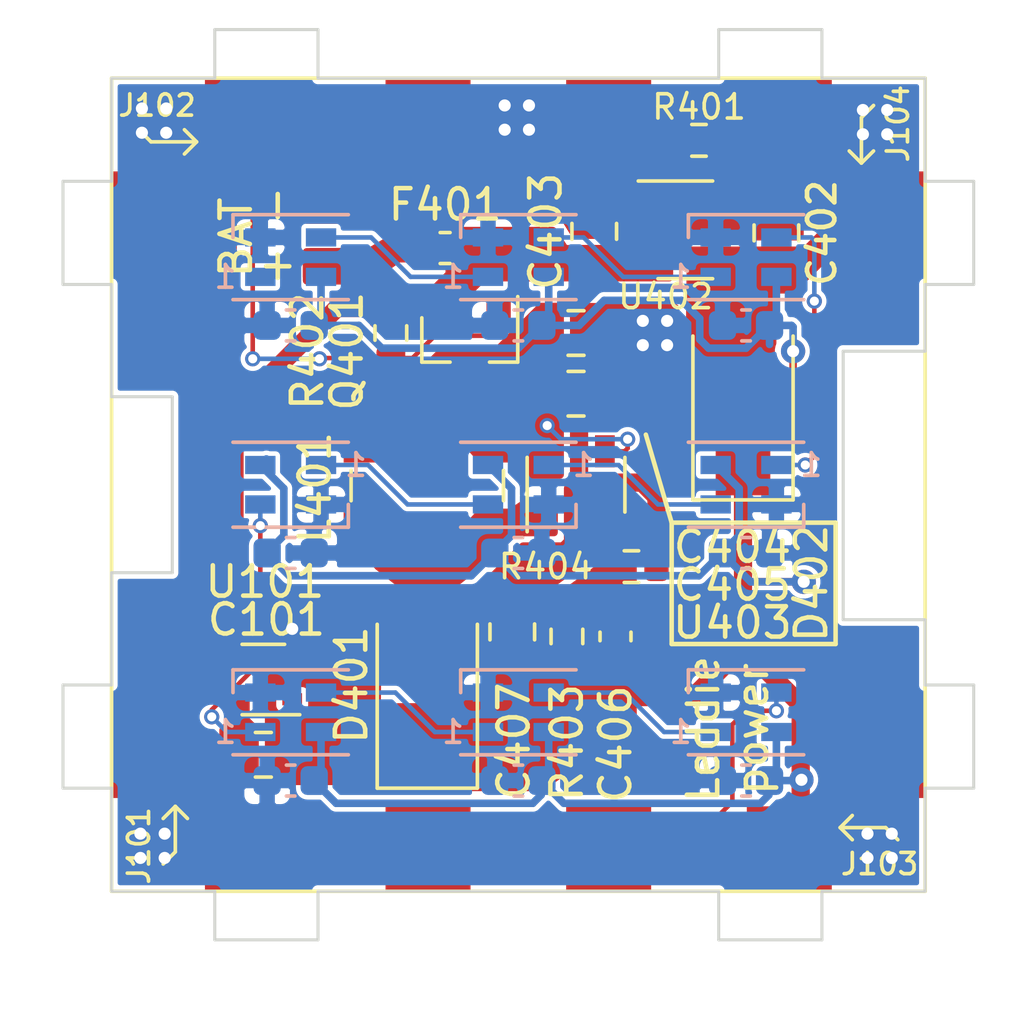
<source format=kicad_pcb>
(kicad_pcb (version 20171130) (host pcbnew 5.1.10)

  (general
    (thickness 1.6)
    (drawings 61)
    (tracks 249)
    (zones 0)
    (modules 42)
    (nets 26)
  )

  (page A4)
  (layers
    (0 F.Cu signal)
    (31 B.Cu signal)
    (32 B.Adhes user hide)
    (33 F.Adhes user hide)
    (34 B.Paste user hide)
    (35 F.Paste user hide)
    (36 B.SilkS user hide)
    (37 F.SilkS user)
    (38 B.Mask user)
    (39 F.Mask user hide)
    (40 Dwgs.User user)
    (41 Cmts.User user hide)
    (42 Eco1.User user hide)
    (43 Eco2.User user hide)
    (44 Edge.Cuts user)
    (45 Margin user hide)
    (46 B.CrtYd user)
    (47 F.CrtYd user)
    (48 B.Fab user hide)
    (49 F.Fab user hide)
  )

  (setup
    (last_trace_width 0.15)
    (user_trace_width 0.15)
    (user_trace_width 0.25)
    (user_trace_width 0.6)
    (trace_clearance 0.15)
    (zone_clearance 0.15)
    (zone_45_only no)
    (trace_min 0.15)
    (via_size 0.5)
    (via_drill 0.3)
    (via_min_size 0.4)
    (via_min_drill 0.3)
    (user_via 0.5 0.3)
    (uvia_size 0.3)
    (uvia_drill 0.1)
    (uvias_allowed no)
    (uvia_min_size 0.2)
    (uvia_min_drill 0.1)
    (edge_width 0.1)
    (segment_width 0.2)
    (pcb_text_width 0.3)
    (pcb_text_size 1.5 1.5)
    (mod_edge_width 0.15)
    (mod_text_size 1 1)
    (mod_text_width 0.15)
    (pad_size 1.524 1.524)
    (pad_drill 0.762)
    (pad_to_mask_clearance 0)
    (aux_axis_origin 0 0)
    (grid_origin 167.2 94.45)
    (visible_elements FFFFFF7F)
    (pcbplotparams
      (layerselection 0x010fc_ffffffff)
      (usegerberextensions false)
      (usegerberattributes true)
      (usegerberadvancedattributes true)
      (creategerberjobfile true)
      (excludeedgelayer true)
      (linewidth 0.100000)
      (plotframeref false)
      (viasonmask false)
      (mode 1)
      (useauxorigin false)
      (hpglpennumber 1)
      (hpglpenspeed 20)
      (hpglpendiameter 15.000000)
      (psnegative false)
      (psa4output false)
      (plotreference true)
      (plotvalue true)
      (plotinvisibletext false)
      (padsonsilk false)
      (subtractmaskfromsilk false)
      (outputformat 1)
      (mirror false)
      (drillshape 1)
      (scaleselection 1)
      (outputdirectory ""))
  )

  (net 0 "")
  (net 1 GND)
  (net 2 VCPU)
  (net 3 VBUS)
  (net 4 +BATT)
  (net 5 "Net-(C406-Pad2)")
  (net 6 VLED)
  (net 7 /LED_DIN)
  (net 8 /led_substring_power/DOUT)
  (net 9 /~VLED_EN)
  (net 10 /~CHG_ACTIVE)
  (net 11 "Net-(R401-Pad1)")
  (net 12 /smps_vin)
  (net 13 /smps_sw)
  (net 14 /BP)
  (net 15 "Net-(D201-Pad1)")
  (net 16 "Net-(D202-Pad1)")
  (net 17 "Net-(D202-Pad3)")
  (net 18 "Net-(D203-Pad1)")
  (net 19 "Net-(D203-Pad3)")
  (net 20 "Net-(D204-Pad1)")
  (net 21 "Net-(D205-Pad1)")
  (net 22 "Net-(D206-Pad1)")
  (net 23 "Net-(J103-Pad3)")
  (net 24 "Net-(U101-Pad3)")
  (net 25 "Net-(U101-Pad1)")

  (net_class Default "This is the default net class."
    (clearance 0.15)
    (trace_width 0.15)
    (via_dia 0.5)
    (via_drill 0.3)
    (uvia_dia 0.3)
    (uvia_drill 0.1)
    (add_net /LED_DIN)
    (add_net /led_substring_power/DOUT)
    (add_net /~CHG_ACTIVE)
    (add_net /~VLED_EN)
    (add_net "Net-(C406-Pad2)")
    (add_net "Net-(D201-Pad1)")
    (add_net "Net-(D202-Pad1)")
    (add_net "Net-(D202-Pad3)")
    (add_net "Net-(D203-Pad1)")
    (add_net "Net-(D203-Pad3)")
    (add_net "Net-(D204-Pad1)")
    (add_net "Net-(D205-Pad1)")
    (add_net "Net-(D206-Pad1)")
    (add_net "Net-(J103-Pad3)")
    (add_net "Net-(R401-Pad1)")
    (add_net "Net-(U101-Pad1)")
    (add_net "Net-(U101-Pad3)")
  )

  (net_class Power ""
    (clearance 0.15)
    (trace_width 0.25)
    (via_dia 0.8)
    (via_drill 0.4)
    (uvia_dia 0.3)
    (uvia_drill 0.1)
    (add_net +BATT)
    (add_net /BP)
    (add_net /smps_sw)
    (add_net /smps_vin)
    (add_net GND)
    (add_net VBUS)
    (add_net VCPU)
    (add_net VLED)
  )

  (module leddie_parts:battery_connector (layer F.Cu) (tedit 60BCAF8B) (tstamp 60FC56A2)
    (at 152.2 91.6 90)
    (descr "JST PH series connector, S2B-PH-K (http://www.jst-mfg.com/product/pdf/eng/ePH.pdf), generated with kicad-footprint-generator")
    (tags "connector JST PH top entry")
    (path /60435FAB)
    (fp_text reference J405 (at 0.95 -3.15 90) (layer F.SilkS) hide
      (effects (font (size 1 1) (thickness 0.15)))
    )
    (fp_text value Battery (at 1.5 2.9 90) (layer F.Fab)
      (effects (font (size 1 1) (thickness 0.15)))
    )
    (fp_text user - (at 2 -2 90) (layer F.SilkS)
      (effects (font (size 1 1) (thickness 0.15)))
    )
    (fp_text user + (at 0 -2 90) (layer F.SilkS)
      (effects (font (size 1 1) (thickness 0.15)))
    )
    (pad 2 smd roundrect (at 2 0 90) (size 1.2 2.2) (layers F.Cu F.Paste F.Mask) (roundrect_rratio 0.208)
      (net 1 GND))
    (pad 1 smd roundrect (at 0 0 90) (size 1.2 2.2) (layers F.Cu F.Paste F.Mask) (roundrect_rratio 0.208)
      (net 14 /BP))
  )

  (module Package_TO_SOT_SMD:SOT-23-5 (layer F.Cu) (tedit 5A02FF57) (tstamp 60BCAE37)
    (at 160.1 98.8 90)
    (descr "5-pin SOT23 package")
    (tags SOT-23-5)
    (path /60465C0F)
    (attr smd)
    (fp_text reference U403 (at -4.55 5.15 180) (layer F.SilkS)
      (effects (font (size 1 1) (thickness 0.15)))
    )
    (fp_text value LM2735 (at 0 2.9 90) (layer F.Fab)
      (effects (font (size 1 1) (thickness 0.15)))
    )
    (fp_line (start 0.9 -1.55) (end 0.9 1.55) (layer F.Fab) (width 0.1))
    (fp_line (start 0.9 1.55) (end -0.9 1.55) (layer F.Fab) (width 0.1))
    (fp_line (start -0.9 -0.9) (end -0.9 1.55) (layer F.Fab) (width 0.1))
    (fp_line (start 0.9 -1.55) (end -0.25 -1.55) (layer F.Fab) (width 0.1))
    (fp_line (start -0.9 -0.9) (end -0.25 -1.55) (layer F.Fab) (width 0.1))
    (fp_line (start -1.9 1.8) (end -1.9 -1.8) (layer F.CrtYd) (width 0.05))
    (fp_line (start 1.9 1.8) (end -1.9 1.8) (layer F.CrtYd) (width 0.05))
    (fp_line (start 1.9 -1.8) (end 1.9 1.8) (layer F.CrtYd) (width 0.05))
    (fp_line (start -1.9 -1.8) (end 1.9 -1.8) (layer F.CrtYd) (width 0.05))
    (fp_line (start 0.9 -1.61) (end -1.55 -1.61) (layer F.SilkS) (width 0.12))
    (fp_line (start -0.9 1.61) (end 0.9 1.61) (layer F.SilkS) (width 0.12))
    (fp_text user %R (at 0 0) (layer F.Fab)
      (effects (font (size 0.5 0.5) (thickness 0.075)))
    )
    (pad 5 smd rect (at 1.1 -0.95 90) (size 1.06 0.65) (layers F.Cu F.Paste F.Mask)
      (net 12 /smps_vin))
    (pad 4 smd rect (at 1.1 0.95 90) (size 1.06 0.65) (layers F.Cu F.Paste F.Mask)
      (net 12 /smps_vin))
    (pad 3 smd rect (at -1.1 0.95 90) (size 1.06 0.65) (layers F.Cu F.Paste F.Mask)
      (net 5 "Net-(C406-Pad2)"))
    (pad 2 smd rect (at -1.1 0 90) (size 1.06 0.65) (layers F.Cu F.Paste F.Mask)
      (net 1 GND))
    (pad 1 smd rect (at -1.1 -0.95 90) (size 1.06 0.65) (layers F.Cu F.Paste F.Mask)
      (net 13 /smps_sw))
    (model ${KISYS3DMOD}/Package_TO_SOT_SMD.3dshapes/SOT-23-5.wrl
      (at (xyz 0 0 0))
      (scale (xyz 1 1 1))
      (rotate (xyz 0 0 0))
    )
  )

  (module Package_TO_SOT_SMD:SOT-23-5 (layer F.Cu) (tedit 5A02FF57) (tstamp 60BCAE22)
    (at 163.7 90.4)
    (descr "5-pin SOT23 package")
    (tags SOT-23-5)
    (path /604354DC)
    (attr smd)
    (fp_text reference U402 (at -0.65 2.2) (layer F.SilkS)
      (effects (font (size 0.8 0.8) (thickness 0.12)))
    )
    (fp_text value MCP73832-2 (at 0 2.9) (layer F.Fab)
      (effects (font (size 1 1) (thickness 0.15)))
    )
    (fp_line (start 0.9 -1.55) (end 0.9 1.55) (layer F.Fab) (width 0.1))
    (fp_line (start 0.9 1.55) (end -0.9 1.55) (layer F.Fab) (width 0.1))
    (fp_line (start -0.9 -0.9) (end -0.9 1.55) (layer F.Fab) (width 0.1))
    (fp_line (start 0.9 -1.55) (end -0.25 -1.55) (layer F.Fab) (width 0.1))
    (fp_line (start -0.9 -0.9) (end -0.25 -1.55) (layer F.Fab) (width 0.1))
    (fp_line (start -1.9 1.8) (end -1.9 -1.8) (layer F.CrtYd) (width 0.05))
    (fp_line (start 1.9 1.8) (end -1.9 1.8) (layer F.CrtYd) (width 0.05))
    (fp_line (start 1.9 -1.8) (end 1.9 1.8) (layer F.CrtYd) (width 0.05))
    (fp_line (start -1.9 -1.8) (end 1.9 -1.8) (layer F.CrtYd) (width 0.05))
    (fp_line (start 0.9 -1.61) (end -1.55 -1.61) (layer F.SilkS) (width 0.12))
    (fp_line (start -0.9 1.61) (end 0.9 1.61) (layer F.SilkS) (width 0.12))
    (fp_text user %R (at 0 0 90) (layer F.Fab)
      (effects (font (size 0.5 0.5) (thickness 0.075)))
    )
    (pad 5 smd rect (at 1.1 -0.95) (size 1.06 0.65) (layers F.Cu F.Paste F.Mask)
      (net 11 "Net-(R401-Pad1)"))
    (pad 4 smd rect (at 1.1 0.95) (size 1.06 0.65) (layers F.Cu F.Paste F.Mask)
      (net 3 VBUS))
    (pad 3 smd rect (at -1.1 0.95) (size 1.06 0.65) (layers F.Cu F.Paste F.Mask)
      (net 4 +BATT))
    (pad 2 smd rect (at -1.1 0) (size 1.06 0.65) (layers F.Cu F.Paste F.Mask)
      (net 1 GND))
    (pad 1 smd rect (at -1.1 -0.95) (size 1.06 0.65) (layers F.Cu F.Paste F.Mask)
      (net 10 /~CHG_ACTIVE))
    (model ${KISYS3DMOD}/Package_TO_SOT_SMD.3dshapes/SOT-23-5.wrl
      (at (xyz 0 0 0))
      (scale (xyz 1 1 1))
      (rotate (xyz 0 0 0))
    )
  )

  (module Package_TO_SOT_SMD:SOT-353_SC-70-5 (layer F.Cu) (tedit 5A02FF57) (tstamp 60BCAE0D)
    (at 149.8 105.22 180)
    (descr "SOT-353, SC-70-5")
    (tags "SOT-353 SC-70-5")
    (path /605A11F4)
    (attr smd)
    (fp_text reference U101 (at -0.05 3.22) (layer F.SilkS)
      (effects (font (size 1 1) (thickness 0.15)))
    )
    (fp_text value TPS71533__SC70 (at 0 2 180) (layer F.Fab)
      (effects (font (size 1 1) (thickness 0.15)))
    )
    (fp_line (start -0.175 -1.1) (end -0.675 -0.6) (layer F.Fab) (width 0.1))
    (fp_line (start 0.675 1.1) (end -0.675 1.1) (layer F.Fab) (width 0.1))
    (fp_line (start 0.675 -1.1) (end 0.675 1.1) (layer F.Fab) (width 0.1))
    (fp_line (start -1.6 1.4) (end 1.6 1.4) (layer F.CrtYd) (width 0.05))
    (fp_line (start -0.675 -0.6) (end -0.675 1.1) (layer F.Fab) (width 0.1))
    (fp_line (start 0.675 -1.1) (end -0.175 -1.1) (layer F.Fab) (width 0.1))
    (fp_line (start -1.6 -1.4) (end 1.6 -1.4) (layer F.CrtYd) (width 0.05))
    (fp_line (start -1.6 -1.4) (end -1.6 1.4) (layer F.CrtYd) (width 0.05))
    (fp_line (start 1.6 1.4) (end 1.6 -1.4) (layer F.CrtYd) (width 0.05))
    (fp_line (start -0.7 1.16) (end 0.7 1.16) (layer F.SilkS) (width 0.12))
    (fp_line (start 0.7 -1.16) (end -1.2 -1.16) (layer F.SilkS) (width 0.12))
    (fp_text user %R (at 0 0 90) (layer F.Fab)
      (effects (font (size 0.5 0.5) (thickness 0.075)))
    )
    (pad 5 smd rect (at 0.95 -0.65 180) (size 0.65 0.4) (layers F.Cu F.Paste F.Mask)
      (net 2 VCPU))
    (pad 4 smd rect (at 0.95 0.65 180) (size 0.65 0.4) (layers F.Cu F.Paste F.Mask)
      (net 4 +BATT))
    (pad 2 smd rect (at -0.95 0 180) (size 0.65 0.4) (layers F.Cu F.Paste F.Mask)
      (net 1 GND))
    (pad 3 smd rect (at -0.95 0.65 180) (size 0.65 0.4) (layers F.Cu F.Paste F.Mask)
      (net 24 "Net-(U101-Pad3)"))
    (pad 1 smd rect (at -0.95 -0.65 180) (size 0.65 0.4) (layers F.Cu F.Paste F.Mask)
      (net 25 "Net-(U101-Pad1)"))
    (model ${KISYS3DMOD}/Package_TO_SOT_SMD.3dshapes/SOT-353_SC-70-5.wrl
      (at (xyz 0 0 0))
      (scale (xyz 1 1 1))
      (rotate (xyz 0 0 0))
    )
  )

  (module Resistor_SMD:R_0603_1608Metric (layer F.Cu) (tedit 5F68FEEE) (tstamp 60BD22EB)
    (at 161.925 101.5)
    (descr "Resistor SMD 0603 (1608 Metric), square (rectangular) end terminal, IPC_7351 nominal, (Body size source: IPC-SM-782 page 72, https://www.pcb-3d.com/wordpress/wp-content/uploads/ipc-sm-782a_amendment_1_and_2.pdf), generated with kicad-footprint-generator")
    (tags resistor)
    (path /6046A4BC)
    (attr smd)
    (fp_text reference R404 (at -2.825 0) (layer F.SilkS)
      (effects (font (size 0.8 0.8) (thickness 0.12)))
    )
    (fp_text value 10k (at 0 1.43) (layer F.Fab)
      (effects (font (size 1 1) (thickness 0.15)))
    )
    (fp_line (start 1.48 0.73) (end -1.48 0.73) (layer F.CrtYd) (width 0.05))
    (fp_line (start 1.48 -0.73) (end 1.48 0.73) (layer F.CrtYd) (width 0.05))
    (fp_line (start -1.48 -0.73) (end 1.48 -0.73) (layer F.CrtYd) (width 0.05))
    (fp_line (start -1.48 0.73) (end -1.48 -0.73) (layer F.CrtYd) (width 0.05))
    (fp_line (start -0.237258 0.5225) (end 0.237258 0.5225) (layer F.SilkS) (width 0.12))
    (fp_line (start -0.237258 -0.5225) (end 0.237258 -0.5225) (layer F.SilkS) (width 0.12))
    (fp_line (start 0.8 0.4125) (end -0.8 0.4125) (layer F.Fab) (width 0.1))
    (fp_line (start 0.8 -0.4125) (end 0.8 0.4125) (layer F.Fab) (width 0.1))
    (fp_line (start -0.8 -0.4125) (end 0.8 -0.4125) (layer F.Fab) (width 0.1))
    (fp_line (start -0.8 0.4125) (end -0.8 -0.4125) (layer F.Fab) (width 0.1))
    (fp_text user %R (at 0 0) (layer F.Fab)
      (effects (font (size 0.4 0.4) (thickness 0.06)))
    )
    (pad 2 smd roundrect (at 0.825 0) (size 0.8 0.95) (layers F.Cu F.Paste F.Mask) (roundrect_rratio 0.25)
      (net 1 GND))
    (pad 1 smd roundrect (at -0.825 0) (size 0.8 0.95) (layers F.Cu F.Paste F.Mask) (roundrect_rratio 0.25)
      (net 5 "Net-(C406-Pad2)"))
    (model ${KISYS3DMOD}/Resistor_SMD.3dshapes/R_0603_1608Metric.wrl
      (at (xyz 0 0 0))
      (scale (xyz 1 1 1))
      (rotate (xyz 0 0 0))
    )
  )

  (module Resistor_SMD:R_0603_1608Metric (layer F.Cu) (tedit 5F68FEEE) (tstamp 60BCADE7)
    (at 159.8 103.8 90)
    (descr "Resistor SMD 0603 (1608 Metric), square (rectangular) end terminal, IPC_7351 nominal, (Body size source: IPC-SM-782 page 72, https://www.pcb-3d.com/wordpress/wp-content/uploads/ipc-sm-782a_amendment_1_and_2.pdf), generated with kicad-footprint-generator")
    (tags resistor)
    (path /6046A01E)
    (attr smd)
    (fp_text reference R403 (at -3.5 0 90) (layer F.SilkS)
      (effects (font (size 1 1) (thickness 0.15)))
    )
    (fp_text value 26k (at 0 1.43 90) (layer F.Fab)
      (effects (font (size 1 1) (thickness 0.15)))
    )
    (fp_line (start 1.48 0.73) (end -1.48 0.73) (layer F.CrtYd) (width 0.05))
    (fp_line (start 1.48 -0.73) (end 1.48 0.73) (layer F.CrtYd) (width 0.05))
    (fp_line (start -1.48 -0.73) (end 1.48 -0.73) (layer F.CrtYd) (width 0.05))
    (fp_line (start -1.48 0.73) (end -1.48 -0.73) (layer F.CrtYd) (width 0.05))
    (fp_line (start -0.237258 0.5225) (end 0.237258 0.5225) (layer F.SilkS) (width 0.12))
    (fp_line (start -0.237258 -0.5225) (end 0.237258 -0.5225) (layer F.SilkS) (width 0.12))
    (fp_line (start 0.8 0.4125) (end -0.8 0.4125) (layer F.Fab) (width 0.1))
    (fp_line (start 0.8 -0.4125) (end 0.8 0.4125) (layer F.Fab) (width 0.1))
    (fp_line (start -0.8 -0.4125) (end 0.8 -0.4125) (layer F.Fab) (width 0.1))
    (fp_line (start -0.8 0.4125) (end -0.8 -0.4125) (layer F.Fab) (width 0.1))
    (fp_text user %R (at 0 0 90) (layer F.Fab)
      (effects (font (size 0.4 0.4) (thickness 0.06)))
    )
    (pad 2 smd roundrect (at 0.825 0 90) (size 0.8 0.95) (layers F.Cu F.Paste F.Mask) (roundrect_rratio 0.25)
      (net 5 "Net-(C406-Pad2)"))
    (pad 1 smd roundrect (at -0.825 0 90) (size 0.8 0.95) (layers F.Cu F.Paste F.Mask) (roundrect_rratio 0.25)
      (net 6 VLED))
    (model ${KISYS3DMOD}/Resistor_SMD.3dshapes/R_0603_1608Metric.wrl
      (at (xyz 0 0 0))
      (scale (xyz 1 1 1))
      (rotate (xyz 0 0 0))
    )
  )

  (module Resistor_SMD:R_0603_1608Metric (layer F.Cu) (tedit 5F68FEEE) (tstamp 60BCADD6)
    (at 154 93.8 90)
    (descr "Resistor SMD 0603 (1608 Metric), square (rectangular) end terminal, IPC_7351 nominal, (Body size source: IPC-SM-782 page 72, https://www.pcb-3d.com/wordpress/wp-content/uploads/ipc-sm-782a_amendment_1_and_2.pdf), generated with kicad-footprint-generator")
    (tags resistor)
    (path /604F2B02)
    (attr smd)
    (fp_text reference R402 (at -0.6 -2.75 90) (layer F.SilkS)
      (effects (font (size 1 1) (thickness 0.15)))
    )
    (fp_text value 10k (at 0 1.43 90) (layer F.Fab)
      (effects (font (size 1 1) (thickness 0.15)))
    )
    (fp_line (start 1.48 0.73) (end -1.48 0.73) (layer F.CrtYd) (width 0.05))
    (fp_line (start 1.48 -0.73) (end 1.48 0.73) (layer F.CrtYd) (width 0.05))
    (fp_line (start -1.48 -0.73) (end 1.48 -0.73) (layer F.CrtYd) (width 0.05))
    (fp_line (start -1.48 0.73) (end -1.48 -0.73) (layer F.CrtYd) (width 0.05))
    (fp_line (start -0.237258 0.5225) (end 0.237258 0.5225) (layer F.SilkS) (width 0.12))
    (fp_line (start -0.237258 -0.5225) (end 0.237258 -0.5225) (layer F.SilkS) (width 0.12))
    (fp_line (start 0.8 0.4125) (end -0.8 0.4125) (layer F.Fab) (width 0.1))
    (fp_line (start 0.8 -0.4125) (end 0.8 0.4125) (layer F.Fab) (width 0.1))
    (fp_line (start -0.8 -0.4125) (end 0.8 -0.4125) (layer F.Fab) (width 0.1))
    (fp_line (start -0.8 0.4125) (end -0.8 -0.4125) (layer F.Fab) (width 0.1))
    (fp_text user %R (at 0 0 90) (layer F.Fab)
      (effects (font (size 0.4 0.4) (thickness 0.06)))
    )
    (pad 2 smd roundrect (at 0.825 0 90) (size 0.8 0.95) (layers F.Cu F.Paste F.Mask) (roundrect_rratio 0.25)
      (net 4 +BATT))
    (pad 1 smd roundrect (at -0.825 0 90) (size 0.8 0.95) (layers F.Cu F.Paste F.Mask) (roundrect_rratio 0.25)
      (net 9 /~VLED_EN))
    (model ${KISYS3DMOD}/Resistor_SMD.3dshapes/R_0603_1608Metric.wrl
      (at (xyz 0 0 0))
      (scale (xyz 1 1 1))
      (rotate (xyz 0 0 0))
    )
  )

  (module Resistor_SMD:R_0603_1608Metric (layer F.Cu) (tedit 5F68FEEE) (tstamp 610FB734)
    (at 164.15 87.45)
    (descr "Resistor SMD 0603 (1608 Metric), square (rectangular) end terminal, IPC_7351 nominal, (Body size source: IPC-SM-782 page 72, https://www.pcb-3d.com/wordpress/wp-content/uploads/ipc-sm-782a_amendment_1_and_2.pdf), generated with kicad-footprint-generator")
    (tags resistor)
    (path /6043E48C)
    (attr smd)
    (fp_text reference R401 (at 0 -1.1) (layer F.SilkS)
      (effects (font (size 0.8 0.8) (thickness 0.12)))
    )
    (fp_text value 4k7 (at 0 1.43) (layer F.Fab)
      (effects (font (size 1 1) (thickness 0.15)))
    )
    (fp_line (start 1.48 0.73) (end -1.48 0.73) (layer F.CrtYd) (width 0.05))
    (fp_line (start 1.48 -0.73) (end 1.48 0.73) (layer F.CrtYd) (width 0.05))
    (fp_line (start -1.48 -0.73) (end 1.48 -0.73) (layer F.CrtYd) (width 0.05))
    (fp_line (start -1.48 0.73) (end -1.48 -0.73) (layer F.CrtYd) (width 0.05))
    (fp_line (start -0.237258 0.5225) (end 0.237258 0.5225) (layer F.SilkS) (width 0.12))
    (fp_line (start -0.237258 -0.5225) (end 0.237258 -0.5225) (layer F.SilkS) (width 0.12))
    (fp_line (start 0.8 0.4125) (end -0.8 0.4125) (layer F.Fab) (width 0.1))
    (fp_line (start 0.8 -0.4125) (end 0.8 0.4125) (layer F.Fab) (width 0.1))
    (fp_line (start -0.8 -0.4125) (end 0.8 -0.4125) (layer F.Fab) (width 0.1))
    (fp_line (start -0.8 0.4125) (end -0.8 -0.4125) (layer F.Fab) (width 0.1))
    (fp_text user %R (at 0 0) (layer F.Fab)
      (effects (font (size 0.4 0.4) (thickness 0.06)))
    )
    (pad 2 smd roundrect (at 0.825 0) (size 0.8 0.95) (layers F.Cu F.Paste F.Mask) (roundrect_rratio 0.25)
      (net 1 GND))
    (pad 1 smd roundrect (at -0.825 0) (size 0.8 0.95) (layers F.Cu F.Paste F.Mask) (roundrect_rratio 0.25)
      (net 11 "Net-(R401-Pad1)"))
    (model ${KISYS3DMOD}/Resistor_SMD.3dshapes/R_0603_1608Metric.wrl
      (at (xyz 0 0 0))
      (scale (xyz 1 1 1))
      (rotate (xyz 0 0 0))
    )
  )

  (module Package_TO_SOT_SMD:SOT-23 (layer F.Cu) (tedit 5A02FF57) (tstamp 60BCADB4)
    (at 156.6 94 270)
    (descr "SOT-23, Standard")
    (tags SOT-23)
    (path /6050E25F)
    (attr smd)
    (fp_text reference Q401 (at 0.4 4.05 90) (layer F.SilkS)
      (effects (font (size 1 1) (thickness 0.15)))
    )
    (fp_text value NTR4171P (at 0 2.5 90) (layer F.Fab)
      (effects (font (size 1 1) (thickness 0.15)))
    )
    (fp_line (start 0.76 1.58) (end -0.7 1.58) (layer F.SilkS) (width 0.12))
    (fp_line (start 0.76 -1.58) (end -1.4 -1.58) (layer F.SilkS) (width 0.12))
    (fp_line (start -1.7 1.75) (end -1.7 -1.75) (layer F.CrtYd) (width 0.05))
    (fp_line (start 1.7 1.75) (end -1.7 1.75) (layer F.CrtYd) (width 0.05))
    (fp_line (start 1.7 -1.75) (end 1.7 1.75) (layer F.CrtYd) (width 0.05))
    (fp_line (start -1.7 -1.75) (end 1.7 -1.75) (layer F.CrtYd) (width 0.05))
    (fp_line (start 0.76 -1.58) (end 0.76 -0.65) (layer F.SilkS) (width 0.12))
    (fp_line (start 0.76 1.58) (end 0.76 0.65) (layer F.SilkS) (width 0.12))
    (fp_line (start -0.7 1.52) (end 0.7 1.52) (layer F.Fab) (width 0.1))
    (fp_line (start 0.7 -1.52) (end 0.7 1.52) (layer F.Fab) (width 0.1))
    (fp_line (start -0.7 -0.95) (end -0.15 -1.52) (layer F.Fab) (width 0.1))
    (fp_line (start -0.15 -1.52) (end 0.7 -1.52) (layer F.Fab) (width 0.1))
    (fp_line (start -0.7 -0.95) (end -0.7 1.5) (layer F.Fab) (width 0.1))
    (fp_text user %R (at 0 0) (layer F.Fab)
      (effects (font (size 0.5 0.5) (thickness 0.075)))
    )
    (pad 3 smd rect (at 1 0 270) (size 0.9 0.8) (layers F.Cu F.Paste F.Mask)
      (net 12 /smps_vin))
    (pad 2 smd rect (at -1 0.95 270) (size 0.9 0.8) (layers F.Cu F.Paste F.Mask)
      (net 4 +BATT))
    (pad 1 smd rect (at -1 -0.95 270) (size 0.9 0.8) (layers F.Cu F.Paste F.Mask)
      (net 9 /~VLED_EN))
    (model ${KISYS3DMOD}/Package_TO_SOT_SMD.3dshapes/SOT-23.wrl
      (at (xyz 0 0 0))
      (scale (xyz 1 1 1))
      (rotate (xyz 0 0 0))
    )
  )

  (module Inductor_SMD:L_Coilcraft_LPS5030 (layer F.Cu) (tedit 5C4CB0C4) (tstamp 60BCAD9F)
    (at 155.2 98.8275 270)
    (descr "Shielded Power Inductor SMD, Coilcraft LPS5030, https://www.coilcraft.com/pdfs/lps5030.pdf, StepUp generated footprint")
    (tags inductor)
    (path /60467AC9)
    (attr smd)
    (fp_text reference L401 (at 0.0725 3.7 90) (layer F.SilkS)
      (effects (font (size 1 1) (thickness 0.15)))
    )
    (fp_text value 33u (at 0 3.8 90) (layer F.Fab)
      (effects (font (size 0.8 0.8) (thickness 0.12)))
    )
    (fp_line (start -3.01 1.8) (end -3.01 -1.8) (layer F.CrtYd) (width 0.05))
    (fp_line (start -1.8 3.01) (end -3.01 1.8) (layer F.CrtYd) (width 0.05))
    (fp_line (start 1.8 3.01) (end -1.8 3.01) (layer F.CrtYd) (width 0.05))
    (fp_line (start 3.01 1.8) (end 1.8 3.01) (layer F.CrtYd) (width 0.05))
    (fp_line (start 3.01 -1.8) (end 3.01 1.8) (layer F.CrtYd) (width 0.05))
    (fp_line (start 1.8 -3.01) (end 3.01 -1.8) (layer F.CrtYd) (width 0.05))
    (fp_line (start -1.8 -3.01) (end 1.8 -3.01) (layer F.CrtYd) (width 0.05))
    (fp_line (start -3.01 -1.8) (end -1.8 -3.01) (layer F.CrtYd) (width 0.05))
    (fp_line (start -2.4 1.4) (end -1.4 2.4) (layer F.Fab) (width 0.1))
    (fp_line (start 2.4 1.4) (end 1.4 2.4) (layer F.Fab) (width 0.1))
    (fp_line (start 1.4 -2.4) (end 2.4 -1.4) (layer F.Fab) (width 0.1))
    (fp_line (start -2.4 -1.4) (end -1.4 -2.4) (layer F.Fab) (width 0.1))
    (fp_line (start -2.4 1.4) (end -2.4 -1.4) (layer F.Fab) (width 0.1))
    (fp_line (start 1.4 2.4) (end -1.4 2.4) (layer F.Fab) (width 0.1))
    (fp_line (start 2.4 -1.4) (end 2.4 1.4) (layer F.Fab) (width 0.1))
    (fp_line (start -1.4 -2.4) (end 1.4 -2.4) (layer F.Fab) (width 0.1))
    (fp_line (start -0.5 2.51) (end 0.5 2.51) (layer F.SilkS) (width 0.12))
    (fp_line (start -0.5 -2.51) (end 0.5 -2.51) (layer F.SilkS) (width 0.12))
    (fp_text user %R (at 0 0 90) (layer F.Fab)
      (effects (font (size 1 1) (thickness 0.15)))
    )
    (pad 2 smd custom (at 2.2275 0 270) (size 1.055 3.4) (layers F.Cu F.Paste F.Mask)
      (net 13 /smps_sw) (zone_connect 2)
      (options (clearance outline) (anchor rect))
      (primitives
        (gr_poly (pts
           (xy -1.4675 -1.7) (xy -0.5275 -0.8445) (xy -0.5275 0.8445) (xy -1.4675 1.7) (xy -1.4675 2.755)
           (xy -0.5275 2.755) (xy 0.5275 1.7) (xy 0.5275 -1.7) (xy -0.5275 -2.755) (xy -1.4675 -2.755)
) (width 0))
      ))
    (pad 1 smd custom (at -2.2275 0 270) (size 1.055 3.4) (layers F.Cu F.Paste F.Mask)
      (net 12 /smps_vin) (zone_connect 2)
      (options (clearance outline) (anchor rect))
      (primitives
        (gr_poly (pts
           (xy 1.4675 -1.7) (xy 0.5275 -0.8445) (xy 0.5275 0.8445) (xy 1.4675 1.7) (xy 1.4675 2.755)
           (xy 0.5275 2.755) (xy -0.5275 1.7) (xy -0.5275 -1.7) (xy 0.5275 -2.755) (xy 1.4675 -2.755)
) (width 0))
      ))
    (model ${KISYS3DMOD}/Inductor_SMD.3dshapes/L_Coilcraft_LPS5030.wrl
      (at (xyz 0 0 0))
      (scale (xyz 1 1 1))
      (rotate (xyz 0 0 0))
    )
  )

  (module leddie_parts:leddie_edgecon_lim (layer F.Cu) (tedit 604DDF45) (tstamp 60BCB5F8)
    (at 170.1 98.8)
    (path /60674455)
    (fp_text reference J104 (at 0.6 -11.9 90) (layer F.SilkS)
      (effects (font (size 0.7 0.7) (thickness 0.12)))
    )
    (fp_text value edgecon_right (at 2.5 6.3 90) (layer F.Fab)
      (effects (font (size 1 1) (thickness 0.15)))
    )
    (fp_line (start -0.6 -10.6) (end -0.2 -11) (layer F.SilkS) (width 0.12))
    (fp_line (start -0.6 -10.6) (end -1 -11) (layer F.SilkS) (width 0.12))
    (fp_line (start -0.6 -12.1) (end -0.6 -10.6) (layer F.SilkS) (width 0.12))
    (fp_line (start -0.2 -12.5) (end -0.6 -12.1) (layer F.SilkS) (width 0.12))
    (fp_line (start 1.5 -13.4) (end 1.5 13.4) (layer F.SilkS) (width 0.12))
    (fp_line (start 1.3 -13.4) (end 1.3 -10.4) (layer Cmts.User) (width 0.12))
    (fp_line (start 1.2 -10.4) (end 1.2 -7.45) (layer Cmts.User) (width 0.12))
    (fp_line (start 1.3 -7.45) (end 1.3 -4.45) (layer Cmts.User) (width 0.12))
    (fp_text user "2.95 mm pad, 3 mm spacing" (at 4.3 2.1 90) (layer Cmts.User) hide
      (effects (font (size 1 1) (thickness 0.15)))
    )
    (pad 4 smd rect (at 0.1 8.925) (size 2.8 2.8) (layers F.Cu F.Paste F.Mask)
      (net 1 GND))
    (pad 1 smd rect (at 0.1 -8.925) (size 2.8 2.8) (layers F.Cu F.Paste F.Mask)
      (net 3 VBUS))
  )

  (module leddie_parts:leddie_edgecon (layer F.Cu) (tedit 604DCD87) (tstamp 60BCAD48)
    (at 158.2 110.7 270)
    (path /60674467)
    (fp_text reference J103 (at 0.6 -11.9) (layer F.SilkS)
      (effects (font (size 0.7 0.7) (thickness 0.12)))
    )
    (fp_text value edgecon_bottom (at 2.5 7.6) (layer F.Fab)
      (effects (font (size 1 1) (thickness 0.15)))
    )
    (fp_line (start -0.6 -10.6) (end -0.2 -11) (layer F.SilkS) (width 0.12))
    (fp_line (start -0.6 -10.6) (end -1 -11) (layer F.SilkS) (width 0.12))
    (fp_line (start -0.6 -12.1) (end -0.6 -10.6) (layer F.SilkS) (width 0.12))
    (fp_line (start -0.2 -12.5) (end -0.6 -12.1) (layer F.SilkS) (width 0.12))
    (fp_line (start 1.5 -13.4) (end 1.5 13.4) (layer F.SilkS) (width 0.12))
    (fp_line (start 1.3 -13.4) (end 1.3 -10.4) (layer Cmts.User) (width 0.12))
    (fp_line (start 1.2 -10.4) (end 1.2 -7.45) (layer Cmts.User) (width 0.12))
    (fp_line (start 1.3 -7.45) (end 1.3 -4.45) (layer Cmts.User) (width 0.12))
    (fp_text user "2.95 mm pad, 3 mm spacing" (at 4.3 2.1) (layer Cmts.User) hide
      (effects (font (size 1 1) (thickness 0.15)))
    )
    (pad 3 smd rect (at 0.1 2.975 270) (size 2.8 2.8) (layers F.Cu F.Paste F.Mask)
      (net 23 "Net-(J103-Pad3)"))
    (pad 4 smd rect (at 0.1 8.925 270) (size 2.8 2.8) (layers F.Cu F.Paste F.Mask)
      (net 1 GND))
    (pad 2 smd rect (at 0.1 -2.975 270) (size 2.8 2.8) (layers F.Cu F.Paste F.Mask)
      (net 7 /LED_DIN))
    (pad 1 smd rect (at 0.1 -8.925 270) (size 2.8 2.8) (layers F.Cu F.Paste F.Mask)
      (net 6 VLED))
  )

  (module leddie_parts:leddie_edgecon (layer F.Cu) (tedit 604DCD87) (tstamp 60BCAD37)
    (at 158.2 86.9 90)
    (path /6067445B)
    (fp_text reference J102 (at 0.6 -11.9) (layer F.SilkS)
      (effects (font (size 0.7 0.7) (thickness 0.12)))
    )
    (fp_text value edgecon_top (at 2.5 7.6) (layer F.Fab)
      (effects (font (size 1 1) (thickness 0.15)))
    )
    (fp_line (start -0.6 -10.6) (end -0.2 -11) (layer F.SilkS) (width 0.12))
    (fp_line (start -0.6 -10.6) (end -1 -11) (layer F.SilkS) (width 0.12))
    (fp_line (start -0.6 -12.1) (end -0.6 -10.6) (layer F.SilkS) (width 0.12))
    (fp_line (start -0.2 -12.5) (end -0.6 -12.1) (layer F.SilkS) (width 0.12))
    (fp_line (start 1.5 -13.4) (end 1.5 13.4) (layer F.SilkS) (width 0.12))
    (fp_line (start 1.3 -13.4) (end 1.3 -10.4) (layer Cmts.User) (width 0.12))
    (fp_line (start 1.2 -10.4) (end 1.2 -7.45) (layer Cmts.User) (width 0.12))
    (fp_line (start 1.3 -7.45) (end 1.3 -4.45) (layer Cmts.User) (width 0.12))
    (fp_text user "2.95 mm pad, 3 mm spacing" (at 4.3 2.1) (layer Cmts.User) hide
      (effects (font (size 1 1) (thickness 0.15)))
    )
    (pad 3 smd rect (at 0.1 2.975 90) (size 2.8 2.8) (layers F.Cu F.Paste F.Mask)
      (net 10 /~CHG_ACTIVE))
    (pad 4 smd rect (at 0.1 8.925 90) (size 2.8 2.8) (layers F.Cu F.Paste F.Mask)
      (net 1 GND))
    (pad 2 smd rect (at 0.1 -2.975 90) (size 2.8 2.8) (layers F.Cu F.Paste F.Mask)
      (net 9 /~VLED_EN))
    (pad 1 smd rect (at 0.1 -8.925 90) (size 2.8 2.8) (layers F.Cu F.Paste F.Mask)
      (net 4 +BATT))
  )

  (module leddie_parts:leddie_edgecon_lim (layer F.Cu) (tedit 604DDF45) (tstamp 60BCAD26)
    (at 146.3 98.8 180)
    (path /60674461)
    (fp_text reference J101 (at 0.6 -11.9 90) (layer F.SilkS)
      (effects (font (size 0.7 0.7) (thickness 0.12)))
    )
    (fp_text value edgecon_left (at 2.5 6.3 90) (layer F.Fab)
      (effects (font (size 1 1) (thickness 0.15)))
    )
    (fp_line (start -0.6 -10.6) (end -0.2 -11) (layer F.SilkS) (width 0.12))
    (fp_line (start -0.6 -10.6) (end -1 -11) (layer F.SilkS) (width 0.12))
    (fp_line (start -0.6 -12.1) (end -0.6 -10.6) (layer F.SilkS) (width 0.12))
    (fp_line (start -0.2 -12.5) (end -0.6 -12.1) (layer F.SilkS) (width 0.12))
    (fp_line (start 1.5 -13.4) (end 1.5 13.4) (layer F.SilkS) (width 0.12))
    (fp_line (start 1.3 -13.4) (end 1.3 -10.4) (layer Cmts.User) (width 0.12))
    (fp_line (start 1.2 -10.4) (end 1.2 -7.45) (layer Cmts.User) (width 0.12))
    (fp_line (start 1.3 -7.45) (end 1.3 -4.45) (layer Cmts.User) (width 0.12))
    (fp_text user "2.95 mm pad, 3 mm spacing" (at 4.3 2.1 90) (layer Cmts.User) hide
      (effects (font (size 1 1) (thickness 0.15)))
    )
    (pad 4 smd rect (at 0.1 8.925 180) (size 2.8 2.8) (layers F.Cu F.Paste F.Mask)
      (net 1 GND))
    (pad 1 smd rect (at 0.1 -8.925 180) (size 2.8 2.8) (layers F.Cu F.Paste F.Mask)
      (net 2 VCPU))
  )

  (module Fuse:Fuse_0603_1608Metric (layer F.Cu) (tedit 5F68FEF1) (tstamp 60BD2912)
    (at 155.7875 91)
    (descr "Fuse SMD 0603 (1608 Metric), square (rectangular) end terminal, IPC_7351 nominal, (Body size source: http://www.tortai-tech.com/upload/download/2011102023233369053.pdf), generated with kicad-footprint-generator")
    (tags fuse)
    (path /6045FD58)
    (attr smd)
    (fp_text reference F401 (at 0 -1.43) (layer F.SilkS)
      (effects (font (size 1 1) (thickness 0.15)))
    )
    (fp_text value 2.5A (at 0 1.43) (layer F.Fab)
      (effects (font (size 1 1) (thickness 0.15)))
    )
    (fp_line (start 1.48 0.73) (end -1.48 0.73) (layer F.CrtYd) (width 0.05))
    (fp_line (start 1.48 -0.73) (end 1.48 0.73) (layer F.CrtYd) (width 0.05))
    (fp_line (start -1.48 -0.73) (end 1.48 -0.73) (layer F.CrtYd) (width 0.05))
    (fp_line (start -1.48 0.73) (end -1.48 -0.73) (layer F.CrtYd) (width 0.05))
    (fp_line (start -0.162779 0.51) (end 0.162779 0.51) (layer F.SilkS) (width 0.12))
    (fp_line (start -0.162779 -0.51) (end 0.162779 -0.51) (layer F.SilkS) (width 0.12))
    (fp_line (start 0.8 0.4) (end -0.8 0.4) (layer F.Fab) (width 0.1))
    (fp_line (start 0.8 -0.4) (end 0.8 0.4) (layer F.Fab) (width 0.1))
    (fp_line (start -0.8 -0.4) (end 0.8 -0.4) (layer F.Fab) (width 0.1))
    (fp_line (start -0.8 0.4) (end -0.8 -0.4) (layer F.Fab) (width 0.1))
    (fp_text user %R (at 0 0) (layer F.Fab)
      (effects (font (size 0.4 0.4) (thickness 0.06)))
    )
    (pad 2 smd roundrect (at 0.7875 0) (size 0.875 0.95) (layers F.Cu F.Paste F.Mask) (roundrect_rratio 0.25)
      (net 4 +BATT))
    (pad 1 smd roundrect (at -0.7875 0) (size 0.875 0.95) (layers F.Cu F.Paste F.Mask) (roundrect_rratio 0.25)
      (net 14 /BP))
    (model ${KISYS3DMOD}/Fuse.3dshapes/Fuse_0603_1608Metric.wrl
      (at (xyz 0 0 0))
      (scale (xyz 1 1 1))
      (rotate (xyz 0 0 0))
    )
  )

  (module LED_SMD:LED_SK6805_PLCC4_2.4x2.7mm_P1.3mm (layer B.Cu) (tedit 5AA4B1EE) (tstamp 60C50F92)
    (at 150.7 91.3)
    (descr https://cdn-shop.adafruit.com/product-files/3484/3484_Datasheet.pdf)
    (tags "LED RGB NeoPixel Nano")
    (path /6058E11E/605D0E99)
    (attr smd)
    (fp_text reference D209 (at 0 2.2) (layer B.SilkS) hide
      (effects (font (size 1 1) (thickness 0.15)) (justify mirror))
    )
    (fp_text value SK6805 (at 0 -2.7) (layer B.Fab)
      (effects (font (size 1 1) (thickness 0.15)) (justify mirror))
    )
    (fp_circle (center 0 0) (end 0 1) (layer B.Fab) (width 0.1))
    (fp_line (start -1.9 -1.4) (end -1.9 -0.65) (layer B.SilkS) (width 0.12))
    (fp_line (start -1.9 -1.4) (end 1.9 -1.4) (layer B.SilkS) (width 0.12))
    (fp_line (start -1.9 1.4) (end 1.9 1.4) (layer B.SilkS) (width 0.12))
    (fp_line (start 1.35 1.2) (end -1.35 1.2) (layer B.Fab) (width 0.1))
    (fp_line (start 1.35 -1.2) (end 1.35 1.2) (layer B.Fab) (width 0.1))
    (fp_line (start -1.35 -1.2) (end 1.35 -1.2) (layer B.Fab) (width 0.1))
    (fp_line (start -1.35 1.2) (end -1.35 -1.2) (layer B.Fab) (width 0.1))
    (fp_line (start -1.35 -0.6) (end -0.75 -1.2) (layer B.Fab) (width 0.1))
    (fp_line (start -1.75 1.45) (end -1.75 -1.45) (layer B.CrtYd) (width 0.05))
    (fp_line (start -1.75 -1.45) (end 1.75 -1.45) (layer B.CrtYd) (width 0.05))
    (fp_line (start 1.75 -1.45) (end 1.75 1.45) (layer B.CrtYd) (width 0.05))
    (fp_line (start 1.75 1.45) (end -1.75 1.45) (layer B.CrtYd) (width 0.05))
    (fp_text user %R (at 0 0) (layer B.Fab)
      (effects (font (size 0.4 0.4) (thickness 0.08)) (justify mirror))
    )
    (fp_text user 1 (at -2.15 0.65) (layer B.SilkS)
      (effects (font (size 0.75 0.75) (thickness 0.12)) (justify mirror))
    )
    (pad 1 smd rect (at -1 0.65) (size 1 0.6) (layers B.Cu B.Paste B.Mask)
      (net 8 /led_substring_power/DOUT))
    (pad 2 smd rect (at -1 -0.65) (size 1 0.6) (layers B.Cu B.Paste B.Mask)
      (net 1 GND))
    (pad 4 smd rect (at 1 0.65) (size 1 0.6) (layers B.Cu B.Paste B.Mask)
      (net 6 VLED))
    (pad 3 smd rect (at 1 -0.65) (size 1 0.6) (layers B.Cu B.Paste B.Mask)
      (net 22 "Net-(D206-Pad1)"))
    (model ${KISYS3DMOD}/LED_SMD.3dshapes/LED_SK6805_PLCC4_2.4x2.7mm_P1.3mm.wrl
      (at (xyz 0 0 0))
      (scale (xyz 1 1 1))
      (rotate (xyz 0 0 0))
    )
  )

  (module LED_SMD:LED_SK6805_PLCC4_2.4x2.7mm_P1.3mm (layer B.Cu) (tedit 5AA4B1EE) (tstamp 60FD2DB3)
    (at 165.7 98.8 180)
    (descr https://cdn-shop.adafruit.com/product-files/3484/3484_Datasheet.pdf)
    (tags "LED RGB NeoPixel Nano")
    (path /6058E11E/605BB090)
    (attr smd)
    (fp_text reference D208 (at 0 2.2) (layer B.SilkS) hide
      (effects (font (size 1 1) (thickness 0.15)) (justify mirror))
    )
    (fp_text value SK6805 (at 0 -2.7) (layer B.Fab)
      (effects (font (size 1 1) (thickness 0.15)) (justify mirror))
    )
    (fp_line (start 1.75 1.45) (end -1.75 1.45) (layer B.CrtYd) (width 0.05))
    (fp_line (start 1.75 -1.45) (end 1.75 1.45) (layer B.CrtYd) (width 0.05))
    (fp_line (start -1.75 -1.45) (end 1.75 -1.45) (layer B.CrtYd) (width 0.05))
    (fp_line (start -1.75 1.45) (end -1.75 -1.45) (layer B.CrtYd) (width 0.05))
    (fp_line (start -1.35 -0.6) (end -0.75 -1.2) (layer B.Fab) (width 0.1))
    (fp_line (start -1.35 1.2) (end -1.35 -1.2) (layer B.Fab) (width 0.1))
    (fp_line (start -1.35 -1.2) (end 1.35 -1.2) (layer B.Fab) (width 0.1))
    (fp_line (start 1.35 -1.2) (end 1.35 1.2) (layer B.Fab) (width 0.1))
    (fp_line (start 1.35 1.2) (end -1.35 1.2) (layer B.Fab) (width 0.1))
    (fp_line (start -1.9 1.4) (end 1.9 1.4) (layer B.SilkS) (width 0.12))
    (fp_line (start -1.9 -1.4) (end 1.9 -1.4) (layer B.SilkS) (width 0.12))
    (fp_line (start -1.9 -1.4) (end -1.9 -0.65) (layer B.SilkS) (width 0.12))
    (fp_circle (center 0 0) (end 0 1) (layer B.Fab) (width 0.1))
    (fp_text user 1 (at -2.15 0.65) (layer B.SilkS)
      (effects (font (size 0.75 0.75) (thickness 0.12)) (justify mirror))
    )
    (fp_text user %R (at 0 0) (layer B.Fab)
      (effects (font (size 0.4 0.4) (thickness 0.08)) (justify mirror))
    )
    (pad 3 smd rect (at 1 -0.65 180) (size 1 0.6) (layers B.Cu B.Paste B.Mask)
      (net 21 "Net-(D205-Pad1)"))
    (pad 4 smd rect (at 1 0.65 180) (size 1 0.6) (layers B.Cu B.Paste B.Mask)
      (net 6 VLED))
    (pad 2 smd rect (at -1 -0.65 180) (size 1 0.6) (layers B.Cu B.Paste B.Mask)
      (net 1 GND))
    (pad 1 smd rect (at -1 0.65 180) (size 1 0.6) (layers B.Cu B.Paste B.Mask)
      (net 19 "Net-(D203-Pad3)"))
    (model ${KISYS3DMOD}/LED_SMD.3dshapes/LED_SK6805_PLCC4_2.4x2.7mm_P1.3mm.wrl
      (at (xyz 0 0 0))
      (scale (xyz 1 1 1))
      (rotate (xyz 0 0 0))
    )
  )

  (module LED_SMD:LED_SK6805_PLCC4_2.4x2.7mm_P1.3mm (layer B.Cu) (tedit 5AA4B1EE) (tstamp 60FD4BCD)
    (at 150.7 106.3)
    (descr https://cdn-shop.adafruit.com/product-files/3484/3484_Datasheet.pdf)
    (tags "LED RGB NeoPixel Nano")
    (path /6058E11E/6059DA5A)
    (attr smd)
    (fp_text reference D207 (at 0 2.2) (layer B.SilkS) hide
      (effects (font (size 1 1) (thickness 0.15)) (justify mirror))
    )
    (fp_text value SK6805 (at 0 -2.7) (layer B.Fab)
      (effects (font (size 1 1) (thickness 0.15)) (justify mirror))
    )
    (fp_circle (center 0 0) (end 0 1) (layer B.Fab) (width 0.1))
    (fp_line (start -1.9 -1.4) (end -1.9 -0.65) (layer B.SilkS) (width 0.12))
    (fp_line (start -1.9 -1.4) (end 1.9 -1.4) (layer B.SilkS) (width 0.12))
    (fp_line (start -1.9 1.4) (end 1.9 1.4) (layer B.SilkS) (width 0.12))
    (fp_line (start 1.35 1.2) (end -1.35 1.2) (layer B.Fab) (width 0.1))
    (fp_line (start 1.35 -1.2) (end 1.35 1.2) (layer B.Fab) (width 0.1))
    (fp_line (start -1.35 -1.2) (end 1.35 -1.2) (layer B.Fab) (width 0.1))
    (fp_line (start -1.35 1.2) (end -1.35 -1.2) (layer B.Fab) (width 0.1))
    (fp_line (start -1.35 -0.6) (end -0.75 -1.2) (layer B.Fab) (width 0.1))
    (fp_line (start -1.75 1.45) (end -1.75 -1.45) (layer B.CrtYd) (width 0.05))
    (fp_line (start -1.75 -1.45) (end 1.75 -1.45) (layer B.CrtYd) (width 0.05))
    (fp_line (start 1.75 -1.45) (end 1.75 1.45) (layer B.CrtYd) (width 0.05))
    (fp_line (start 1.75 1.45) (end -1.75 1.45) (layer B.CrtYd) (width 0.05))
    (fp_text user %R (at 0 0) (layer B.Fab)
      (effects (font (size 0.4 0.4) (thickness 0.08)) (justify mirror))
    )
    (fp_text user 1 (at -2.15 0.65) (layer B.SilkS)
      (effects (font (size 0.75 0.75) (thickness 0.12)) (justify mirror))
    )
    (pad 1 smd rect (at -1 0.65) (size 1 0.6) (layers B.Cu B.Paste B.Mask)
      (net 17 "Net-(D202-Pad3)"))
    (pad 2 smd rect (at -1 -0.65) (size 1 0.6) (layers B.Cu B.Paste B.Mask)
      (net 1 GND))
    (pad 4 smd rect (at 1 0.65) (size 1 0.6) (layers B.Cu B.Paste B.Mask)
      (net 6 VLED))
    (pad 3 smd rect (at 1 -0.65) (size 1 0.6) (layers B.Cu B.Paste B.Mask)
      (net 20 "Net-(D204-Pad1)"))
    (model ${KISYS3DMOD}/LED_SMD.3dshapes/LED_SK6805_PLCC4_2.4x2.7mm_P1.3mm.wrl
      (at (xyz 0 0 0))
      (scale (xyz 1 1 1))
      (rotate (xyz 0 0 0))
    )
  )

  (module LED_SMD:LED_SK6805_PLCC4_2.4x2.7mm_P1.3mm (layer B.Cu) (tedit 5AA4B1EE) (tstamp 60FD2C02)
    (at 158.2 91.3)
    (descr https://cdn-shop.adafruit.com/product-files/3484/3484_Datasheet.pdf)
    (tags "LED RGB NeoPixel Nano")
    (path /6058E11E/605D0E75)
    (attr smd)
    (fp_text reference D206 (at 0 2.2) (layer B.SilkS) hide
      (effects (font (size 1 1) (thickness 0.15)) (justify mirror))
    )
    (fp_text value SK6805 (at 0 -2.7) (layer B.Fab)
      (effects (font (size 1 1) (thickness 0.15)) (justify mirror))
    )
    (fp_circle (center 0 0) (end 0 1) (layer B.Fab) (width 0.1))
    (fp_line (start -1.9 -1.4) (end -1.9 -0.65) (layer B.SilkS) (width 0.12))
    (fp_line (start -1.9 -1.4) (end 1.9 -1.4) (layer B.SilkS) (width 0.12))
    (fp_line (start -1.9 1.4) (end 1.9 1.4) (layer B.SilkS) (width 0.12))
    (fp_line (start 1.35 1.2) (end -1.35 1.2) (layer B.Fab) (width 0.1))
    (fp_line (start 1.35 -1.2) (end 1.35 1.2) (layer B.Fab) (width 0.1))
    (fp_line (start -1.35 -1.2) (end 1.35 -1.2) (layer B.Fab) (width 0.1))
    (fp_line (start -1.35 1.2) (end -1.35 -1.2) (layer B.Fab) (width 0.1))
    (fp_line (start -1.35 -0.6) (end -0.75 -1.2) (layer B.Fab) (width 0.1))
    (fp_line (start -1.75 1.45) (end -1.75 -1.45) (layer B.CrtYd) (width 0.05))
    (fp_line (start -1.75 -1.45) (end 1.75 -1.45) (layer B.CrtYd) (width 0.05))
    (fp_line (start 1.75 -1.45) (end 1.75 1.45) (layer B.CrtYd) (width 0.05))
    (fp_line (start 1.75 1.45) (end -1.75 1.45) (layer B.CrtYd) (width 0.05))
    (fp_text user %R (at 0 0) (layer B.Fab)
      (effects (font (size 0.4 0.4) (thickness 0.08)) (justify mirror))
    )
    (fp_text user 1 (at -2.15 0.65) (layer B.SilkS)
      (effects (font (size 0.75 0.75) (thickness 0.12)) (justify mirror))
    )
    (pad 1 smd rect (at -1 0.65) (size 1 0.6) (layers B.Cu B.Paste B.Mask)
      (net 22 "Net-(D206-Pad1)"))
    (pad 2 smd rect (at -1 -0.65) (size 1 0.6) (layers B.Cu B.Paste B.Mask)
      (net 1 GND))
    (pad 4 smd rect (at 1 0.65) (size 1 0.6) (layers B.Cu B.Paste B.Mask)
      (net 6 VLED))
    (pad 3 smd rect (at 1 -0.65) (size 1 0.6) (layers B.Cu B.Paste B.Mask)
      (net 18 "Net-(D203-Pad1)"))
    (model ${KISYS3DMOD}/LED_SMD.3dshapes/LED_SK6805_PLCC4_2.4x2.7mm_P1.3mm.wrl
      (at (xyz 0 0 0))
      (scale (xyz 1 1 1))
      (rotate (xyz 0 0 0))
    )
  )

  (module LED_SMD:LED_SK6805_PLCC4_2.4x2.7mm_P1.3mm (layer B.Cu) (tedit 5AA4B1EE) (tstamp 60C5129E)
    (at 158.2 98.8 180)
    (descr https://cdn-shop.adafruit.com/product-files/3484/3484_Datasheet.pdf)
    (tags "LED RGB NeoPixel Nano")
    (path /6058E11E/605BB06C)
    (attr smd)
    (fp_text reference D205 (at 0 2.2) (layer B.SilkS) hide
      (effects (font (size 1 1) (thickness 0.15)) (justify mirror))
    )
    (fp_text value SK6805 (at 0 -2.7) (layer B.Fab)
      (effects (font (size 1 1) (thickness 0.15)) (justify mirror))
    )
    (fp_line (start 1.75 1.45) (end -1.75 1.45) (layer B.CrtYd) (width 0.05))
    (fp_line (start 1.75 -1.45) (end 1.75 1.45) (layer B.CrtYd) (width 0.05))
    (fp_line (start -1.75 -1.45) (end 1.75 -1.45) (layer B.CrtYd) (width 0.05))
    (fp_line (start -1.75 1.45) (end -1.75 -1.45) (layer B.CrtYd) (width 0.05))
    (fp_line (start -1.35 -0.6) (end -0.75 -1.2) (layer B.Fab) (width 0.1))
    (fp_line (start -1.35 1.2) (end -1.35 -1.2) (layer B.Fab) (width 0.1))
    (fp_line (start -1.35 -1.2) (end 1.35 -1.2) (layer B.Fab) (width 0.1))
    (fp_line (start 1.35 -1.2) (end 1.35 1.2) (layer B.Fab) (width 0.1))
    (fp_line (start 1.35 1.2) (end -1.35 1.2) (layer B.Fab) (width 0.1))
    (fp_line (start -1.9 1.4) (end 1.9 1.4) (layer B.SilkS) (width 0.12))
    (fp_line (start -1.9 -1.4) (end 1.9 -1.4) (layer B.SilkS) (width 0.12))
    (fp_line (start -1.9 -1.4) (end -1.9 -0.65) (layer B.SilkS) (width 0.12))
    (fp_circle (center 0 0) (end 0 1) (layer B.Fab) (width 0.1))
    (fp_text user 1 (at -2.15 0.65) (layer B.SilkS)
      (effects (font (size 0.75 0.75) (thickness 0.12)) (justify mirror))
    )
    (fp_text user %R (at 0 0) (layer B.Fab)
      (effects (font (size 0.4 0.4) (thickness 0.08)) (justify mirror))
    )
    (pad 3 smd rect (at 1 -0.65 180) (size 1 0.6) (layers B.Cu B.Paste B.Mask)
      (net 16 "Net-(D202-Pad1)"))
    (pad 4 smd rect (at 1 0.65 180) (size 1 0.6) (layers B.Cu B.Paste B.Mask)
      (net 6 VLED))
    (pad 2 smd rect (at -1 -0.65 180) (size 1 0.6) (layers B.Cu B.Paste B.Mask)
      (net 1 GND))
    (pad 1 smd rect (at -1 0.65 180) (size 1 0.6) (layers B.Cu B.Paste B.Mask)
      (net 21 "Net-(D205-Pad1)"))
    (model ${KISYS3DMOD}/LED_SMD.3dshapes/LED_SK6805_PLCC4_2.4x2.7mm_P1.3mm.wrl
      (at (xyz 0 0 0))
      (scale (xyz 1 1 1))
      (rotate (xyz 0 0 0))
    )
  )

  (module LED_SMD:LED_SK6805_PLCC4_2.4x2.7mm_P1.3mm (layer B.Cu) (tedit 5AA4B1EE) (tstamp 60C5122C)
    (at 158.2 106.3)
    (descr https://cdn-shop.adafruit.com/product-files/3484/3484_Datasheet.pdf)
    (tags "LED RGB NeoPixel Nano")
    (path /6058E11E/6059476D)
    (attr smd)
    (fp_text reference D204 (at 0 2.2) (layer B.SilkS) hide
      (effects (font (size 1 1) (thickness 0.15)) (justify mirror))
    )
    (fp_text value SK6805 (at 0 -2.7) (layer B.Fab)
      (effects (font (size 1 1) (thickness 0.15)) (justify mirror))
    )
    (fp_line (start 1.75 1.45) (end -1.75 1.45) (layer B.CrtYd) (width 0.05))
    (fp_line (start 1.75 -1.45) (end 1.75 1.45) (layer B.CrtYd) (width 0.05))
    (fp_line (start -1.75 -1.45) (end 1.75 -1.45) (layer B.CrtYd) (width 0.05))
    (fp_line (start -1.75 1.45) (end -1.75 -1.45) (layer B.CrtYd) (width 0.05))
    (fp_line (start -1.35 -0.6) (end -0.75 -1.2) (layer B.Fab) (width 0.1))
    (fp_line (start -1.35 1.2) (end -1.35 -1.2) (layer B.Fab) (width 0.1))
    (fp_line (start -1.35 -1.2) (end 1.35 -1.2) (layer B.Fab) (width 0.1))
    (fp_line (start 1.35 -1.2) (end 1.35 1.2) (layer B.Fab) (width 0.1))
    (fp_line (start 1.35 1.2) (end -1.35 1.2) (layer B.Fab) (width 0.1))
    (fp_line (start -1.9 1.4) (end 1.9 1.4) (layer B.SilkS) (width 0.12))
    (fp_line (start -1.9 -1.4) (end 1.9 -1.4) (layer B.SilkS) (width 0.12))
    (fp_line (start -1.9 -1.4) (end -1.9 -0.65) (layer B.SilkS) (width 0.12))
    (fp_circle (center 0 0) (end 0 1) (layer B.Fab) (width 0.1))
    (fp_text user 1 (at -2.15 0.65) (layer B.SilkS)
      (effects (font (size 0.75 0.75) (thickness 0.12)) (justify mirror))
    )
    (fp_text user %R (at 0 0) (layer B.Fab)
      (effects (font (size 0.4 0.4) (thickness 0.08)) (justify mirror))
    )
    (pad 3 smd rect (at 1 -0.65) (size 1 0.6) (layers B.Cu B.Paste B.Mask)
      (net 15 "Net-(D201-Pad1)"))
    (pad 4 smd rect (at 1 0.65) (size 1 0.6) (layers B.Cu B.Paste B.Mask)
      (net 6 VLED))
    (pad 2 smd rect (at -1 -0.65) (size 1 0.6) (layers B.Cu B.Paste B.Mask)
      (net 1 GND))
    (pad 1 smd rect (at -1 0.65) (size 1 0.6) (layers B.Cu B.Paste B.Mask)
      (net 20 "Net-(D204-Pad1)"))
    (model ${KISYS3DMOD}/LED_SMD.3dshapes/LED_SK6805_PLCC4_2.4x2.7mm_P1.3mm.wrl
      (at (xyz 0 0 0))
      (scale (xyz 1 1 1))
      (rotate (xyz 0 0 0))
    )
  )

  (module LED_SMD:LED_SK6805_PLCC4_2.4x2.7mm_P1.3mm (layer B.Cu) (tedit 5AA4B1EE) (tstamp 60C5193A)
    (at 165.7 91.3)
    (descr https://cdn-shop.adafruit.com/product-files/3484/3484_Datasheet.pdf)
    (tags "LED RGB NeoPixel Nano")
    (path /6058E11E/605D0D05)
    (attr smd)
    (fp_text reference D203 (at 0 2.2) (layer B.SilkS) hide
      (effects (font (size 1 1) (thickness 0.15)) (justify mirror))
    )
    (fp_text value SK6805 (at 0 -2.7) (layer B.Fab)
      (effects (font (size 1 1) (thickness 0.15)) (justify mirror))
    )
    (fp_line (start 1.75 1.45) (end -1.75 1.45) (layer B.CrtYd) (width 0.05))
    (fp_line (start 1.75 -1.45) (end 1.75 1.45) (layer B.CrtYd) (width 0.05))
    (fp_line (start -1.75 -1.45) (end 1.75 -1.45) (layer B.CrtYd) (width 0.05))
    (fp_line (start -1.75 1.45) (end -1.75 -1.45) (layer B.CrtYd) (width 0.05))
    (fp_line (start -1.35 -0.6) (end -0.75 -1.2) (layer B.Fab) (width 0.1))
    (fp_line (start -1.35 1.2) (end -1.35 -1.2) (layer B.Fab) (width 0.1))
    (fp_line (start -1.35 -1.2) (end 1.35 -1.2) (layer B.Fab) (width 0.1))
    (fp_line (start 1.35 -1.2) (end 1.35 1.2) (layer B.Fab) (width 0.1))
    (fp_line (start 1.35 1.2) (end -1.35 1.2) (layer B.Fab) (width 0.1))
    (fp_line (start -1.9 1.4) (end 1.9 1.4) (layer B.SilkS) (width 0.12))
    (fp_line (start -1.9 -1.4) (end 1.9 -1.4) (layer B.SilkS) (width 0.12))
    (fp_line (start -1.9 -1.4) (end -1.9 -0.65) (layer B.SilkS) (width 0.12))
    (fp_circle (center 0 0) (end 0 1) (layer B.Fab) (width 0.1))
    (fp_text user 1 (at -2.15 0.65) (layer B.SilkS)
      (effects (font (size 0.75 0.75) (thickness 0.12)) (justify mirror))
    )
    (fp_text user %R (at 0 0) (layer B.Fab)
      (effects (font (size 0.4 0.4) (thickness 0.08)) (justify mirror))
    )
    (pad 3 smd rect (at 1 -0.65) (size 1 0.6) (layers B.Cu B.Paste B.Mask)
      (net 19 "Net-(D203-Pad3)"))
    (pad 4 smd rect (at 1 0.65) (size 1 0.6) (layers B.Cu B.Paste B.Mask)
      (net 6 VLED))
    (pad 2 smd rect (at -1 -0.65) (size 1 0.6) (layers B.Cu B.Paste B.Mask)
      (net 1 GND))
    (pad 1 smd rect (at -1 0.65) (size 1 0.6) (layers B.Cu B.Paste B.Mask)
      (net 18 "Net-(D203-Pad1)"))
    (model ${KISYS3DMOD}/LED_SMD.3dshapes/LED_SK6805_PLCC4_2.4x2.7mm_P1.3mm.wrl
      (at (xyz 0 0 0))
      (scale (xyz 1 1 1))
      (rotate (xyz 0 0 0))
    )
  )

  (module LED_SMD:LED_SK6805_PLCC4_2.4x2.7mm_P1.3mm (layer B.Cu) (tedit 5AA4B1EE) (tstamp 60C510E8)
    (at 150.7 98.8 180)
    (descr https://cdn-shop.adafruit.com/product-files/3484/3484_Datasheet.pdf)
    (tags "LED RGB NeoPixel Nano")
    (path /6058E11E/605BAFB0)
    (attr smd)
    (fp_text reference D202 (at 0 2.2) (layer B.SilkS) hide
      (effects (font (size 1 1) (thickness 0.15)) (justify mirror))
    )
    (fp_text value SK6805 (at 0 -2.7) (layer B.Fab)
      (effects (font (size 1 1) (thickness 0.15)) (justify mirror))
    )
    (fp_circle (center 0 0) (end 0 1) (layer B.Fab) (width 0.1))
    (fp_line (start -1.9 -1.4) (end -1.9 -0.65) (layer B.SilkS) (width 0.12))
    (fp_line (start -1.9 -1.4) (end 1.9 -1.4) (layer B.SilkS) (width 0.12))
    (fp_line (start -1.9 1.4) (end 1.9 1.4) (layer B.SilkS) (width 0.12))
    (fp_line (start 1.35 1.2) (end -1.35 1.2) (layer B.Fab) (width 0.1))
    (fp_line (start 1.35 -1.2) (end 1.35 1.2) (layer B.Fab) (width 0.1))
    (fp_line (start -1.35 -1.2) (end 1.35 -1.2) (layer B.Fab) (width 0.1))
    (fp_line (start -1.35 1.2) (end -1.35 -1.2) (layer B.Fab) (width 0.1))
    (fp_line (start -1.35 -0.6) (end -0.75 -1.2) (layer B.Fab) (width 0.1))
    (fp_line (start -1.75 1.45) (end -1.75 -1.45) (layer B.CrtYd) (width 0.05))
    (fp_line (start -1.75 -1.45) (end 1.75 -1.45) (layer B.CrtYd) (width 0.05))
    (fp_line (start 1.75 -1.45) (end 1.75 1.45) (layer B.CrtYd) (width 0.05))
    (fp_line (start 1.75 1.45) (end -1.75 1.45) (layer B.CrtYd) (width 0.05))
    (fp_text user %R (at 0 0) (layer B.Fab)
      (effects (font (size 0.4 0.4) (thickness 0.08)) (justify mirror))
    )
    (fp_text user 1 (at -2.15 0.65) (layer B.SilkS)
      (effects (font (size 0.75 0.75) (thickness 0.12)) (justify mirror))
    )
    (pad 1 smd rect (at -1 0.65 180) (size 1 0.6) (layers B.Cu B.Paste B.Mask)
      (net 16 "Net-(D202-Pad1)"))
    (pad 2 smd rect (at -1 -0.65 180) (size 1 0.6) (layers B.Cu B.Paste B.Mask)
      (net 1 GND))
    (pad 4 smd rect (at 1 0.65 180) (size 1 0.6) (layers B.Cu B.Paste B.Mask)
      (net 6 VLED))
    (pad 3 smd rect (at 1 -0.65 180) (size 1 0.6) (layers B.Cu B.Paste B.Mask)
      (net 17 "Net-(D202-Pad3)"))
    (model ${KISYS3DMOD}/LED_SMD.3dshapes/LED_SK6805_PLCC4_2.4x2.7mm_P1.3mm.wrl
      (at (xyz 0 0 0))
      (scale (xyz 1 1 1))
      (rotate (xyz 0 0 0))
    )
  )

  (module LED_SMD:LED_SK6805_PLCC4_2.4x2.7mm_P1.3mm (layer B.Cu) (tedit 5AA4B1EE) (tstamp 60C523EB)
    (at 165.7 106.3)
    (descr https://cdn-shop.adafruit.com/product-files/3484/3484_Datasheet.pdf)
    (tags "LED RGB NeoPixel Nano")
    (path /6058E11E/6058F359)
    (attr smd)
    (fp_text reference D201 (at 0 2.2) (layer B.SilkS) hide
      (effects (font (size 1 1) (thickness 0.15)) (justify mirror))
    )
    (fp_text value SK6805 (at 0 -2.7) (layer B.Fab)
      (effects (font (size 1 1) (thickness 0.15)) (justify mirror))
    )
    (fp_line (start 1.75 1.45) (end -1.75 1.45) (layer B.CrtYd) (width 0.05))
    (fp_line (start 1.75 -1.45) (end 1.75 1.45) (layer B.CrtYd) (width 0.05))
    (fp_line (start -1.75 -1.45) (end 1.75 -1.45) (layer B.CrtYd) (width 0.05))
    (fp_line (start -1.75 1.45) (end -1.75 -1.45) (layer B.CrtYd) (width 0.05))
    (fp_line (start -1.35 -0.6) (end -0.75 -1.2) (layer B.Fab) (width 0.1))
    (fp_line (start -1.35 1.2) (end -1.35 -1.2) (layer B.Fab) (width 0.1))
    (fp_line (start -1.35 -1.2) (end 1.35 -1.2) (layer B.Fab) (width 0.1))
    (fp_line (start 1.35 -1.2) (end 1.35 1.2) (layer B.Fab) (width 0.1))
    (fp_line (start 1.35 1.2) (end -1.35 1.2) (layer B.Fab) (width 0.1))
    (fp_line (start -1.9 1.4) (end 1.9 1.4) (layer B.SilkS) (width 0.12))
    (fp_line (start -1.9 -1.4) (end 1.9 -1.4) (layer B.SilkS) (width 0.12))
    (fp_line (start -1.9 -1.4) (end -1.9 -0.65) (layer B.SilkS) (width 0.12))
    (fp_circle (center 0 0) (end 0 1) (layer B.Fab) (width 0.1))
    (fp_text user 1 (at -2.15 0.65) (layer B.SilkS)
      (effects (font (size 0.75 0.75) (thickness 0.12)) (justify mirror))
    )
    (fp_text user %R (at 0 0) (layer B.Fab)
      (effects (font (size 0.4 0.4) (thickness 0.08)) (justify mirror))
    )
    (pad 3 smd rect (at 1 -0.65) (size 1 0.6) (layers B.Cu B.Paste B.Mask)
      (net 7 /LED_DIN))
    (pad 4 smd rect (at 1 0.65) (size 1 0.6) (layers B.Cu B.Paste B.Mask)
      (net 6 VLED))
    (pad 2 smd rect (at -1 -0.65) (size 1 0.6) (layers B.Cu B.Paste B.Mask)
      (net 1 GND))
    (pad 1 smd rect (at -1 0.65) (size 1 0.6) (layers B.Cu B.Paste B.Mask)
      (net 15 "Net-(D201-Pad1)"))
    (model ${KISYS3DMOD}/LED_SMD.3dshapes/LED_SK6805_PLCC4_2.4x2.7mm_P1.3mm.wrl
      (at (xyz 0 0 0))
      (scale (xyz 1 1 1))
      (rotate (xyz 0 0 0))
    )
  )

  (module Diode_SMD:D_SMA (layer F.Cu) (tedit 586432E5) (tstamp 60BCAC37)
    (at 165.6 95.9 90)
    (descr "Diode SMA (DO-214AC)")
    (tags "Diode SMA (DO-214AC)")
    (path /60539B27)
    (attr smd)
    (fp_text reference D402 (at -6.15 2.25 90) (layer F.SilkS)
      (effects (font (size 1 1) (thickness 0.15)))
    )
    (fp_text value D_Schottky (at 0 2.6 90) (layer F.Fab)
      (effects (font (size 1 1) (thickness 0.15)))
    )
    (fp_line (start -3.4 -1.65) (end 2 -1.65) (layer F.SilkS) (width 0.12))
    (fp_line (start -3.4 1.65) (end 2 1.65) (layer F.SilkS) (width 0.12))
    (fp_line (start -0.64944 0.00102) (end 0.50118 -0.79908) (layer F.Fab) (width 0.1))
    (fp_line (start -0.64944 0.00102) (end 0.50118 0.75032) (layer F.Fab) (width 0.1))
    (fp_line (start 0.50118 0.75032) (end 0.50118 -0.79908) (layer F.Fab) (width 0.1))
    (fp_line (start -0.64944 -0.79908) (end -0.64944 0.80112) (layer F.Fab) (width 0.1))
    (fp_line (start 0.50118 0.00102) (end 1.4994 0.00102) (layer F.Fab) (width 0.1))
    (fp_line (start -0.64944 0.00102) (end -1.55114 0.00102) (layer F.Fab) (width 0.1))
    (fp_line (start -3.5 1.75) (end -3.5 -1.75) (layer F.CrtYd) (width 0.05))
    (fp_line (start 3.5 1.75) (end -3.5 1.75) (layer F.CrtYd) (width 0.05))
    (fp_line (start 3.5 -1.75) (end 3.5 1.75) (layer F.CrtYd) (width 0.05))
    (fp_line (start -3.5 -1.75) (end 3.5 -1.75) (layer F.CrtYd) (width 0.05))
    (fp_line (start 2.3 -1.5) (end -2.3 -1.5) (layer F.Fab) (width 0.1))
    (fp_line (start 2.3 -1.5) (end 2.3 1.5) (layer F.Fab) (width 0.1))
    (fp_line (start -2.3 1.5) (end -2.3 -1.5) (layer F.Fab) (width 0.1))
    (fp_line (start 2.3 1.5) (end -2.3 1.5) (layer F.Fab) (width 0.1))
    (fp_line (start -3.4 -1.65) (end -3.4 1.65) (layer F.SilkS) (width 0.12))
    (fp_text user %R (at 0 -2.5 90) (layer F.Fab)
      (effects (font (size 1 1) (thickness 0.15)))
    )
    (pad 2 smd rect (at 2 0 90) (size 2.5 1.8) (layers F.Cu F.Paste F.Mask)
      (net 3 VBUS))
    (pad 1 smd rect (at -2 0 90) (size 2.5 1.8) (layers F.Cu F.Paste F.Mask)
      (net 6 VLED))
    (model ${KISYS3DMOD}/Diode_SMD.3dshapes/D_SMA.wrl
      (at (xyz 0 0 0))
      (scale (xyz 1 1 1))
      (rotate (xyz 0 0 0))
    )
  )

  (module Diode_SMD:D_SMA (layer F.Cu) (tedit 586432E5) (tstamp 60BCAC1F)
    (at 155.2 105.4 90)
    (descr "Diode SMA (DO-214AC)")
    (tags "Diode SMA (DO-214AC)")
    (path /6046955A)
    (attr smd)
    (fp_text reference D401 (at 0 -2.5 90) (layer F.SilkS)
      (effects (font (size 1 1) (thickness 0.15)))
    )
    (fp_text value D_Schottky (at 0 2.6 90) (layer F.Fab)
      (effects (font (size 1 1) (thickness 0.15)))
    )
    (fp_line (start -3.4 -1.65) (end 2 -1.65) (layer F.SilkS) (width 0.12))
    (fp_line (start -3.4 1.65) (end 2 1.65) (layer F.SilkS) (width 0.12))
    (fp_line (start -0.64944 0.00102) (end 0.50118 -0.79908) (layer F.Fab) (width 0.1))
    (fp_line (start -0.64944 0.00102) (end 0.50118 0.75032) (layer F.Fab) (width 0.1))
    (fp_line (start 0.50118 0.75032) (end 0.50118 -0.79908) (layer F.Fab) (width 0.1))
    (fp_line (start -0.64944 -0.79908) (end -0.64944 0.80112) (layer F.Fab) (width 0.1))
    (fp_line (start 0.50118 0.00102) (end 1.4994 0.00102) (layer F.Fab) (width 0.1))
    (fp_line (start -0.64944 0.00102) (end -1.55114 0.00102) (layer F.Fab) (width 0.1))
    (fp_line (start -3.5 1.75) (end -3.5 -1.75) (layer F.CrtYd) (width 0.05))
    (fp_line (start 3.5 1.75) (end -3.5 1.75) (layer F.CrtYd) (width 0.05))
    (fp_line (start 3.5 -1.75) (end 3.5 1.75) (layer F.CrtYd) (width 0.05))
    (fp_line (start -3.5 -1.75) (end 3.5 -1.75) (layer F.CrtYd) (width 0.05))
    (fp_line (start 2.3 -1.5) (end -2.3 -1.5) (layer F.Fab) (width 0.1))
    (fp_line (start 2.3 -1.5) (end 2.3 1.5) (layer F.Fab) (width 0.1))
    (fp_line (start -2.3 1.5) (end -2.3 -1.5) (layer F.Fab) (width 0.1))
    (fp_line (start 2.3 1.5) (end -2.3 1.5) (layer F.Fab) (width 0.1))
    (fp_line (start -3.4 -1.65) (end -3.4 1.65) (layer F.SilkS) (width 0.12))
    (fp_text user %R (at 0 -2.5 90) (layer F.Fab)
      (effects (font (size 1 1) (thickness 0.15)))
    )
    (pad 2 smd rect (at 2 0 90) (size 2.5 1.8) (layers F.Cu F.Paste F.Mask)
      (net 13 /smps_sw))
    (pad 1 smd rect (at -2 0 90) (size 2.5 1.8) (layers F.Cu F.Paste F.Mask)
      (net 6 VLED))
    (model ${KISYS3DMOD}/Diode_SMD.3dshapes/D_SMA.wrl
      (at (xyz 0 0 0))
      (scale (xyz 1 1 1))
      (rotate (xyz 0 0 0))
    )
  )

  (module Capacitor_SMD:C_0603_1608Metric (layer B.Cu) (tedit 5F68FEEE) (tstamp 60C51196)
    (at 150.7 93.55 180)
    (descr "Capacitor SMD 0603 (1608 Metric), square (rectangular) end terminal, IPC_7351 nominal, (Body size source: IPC-SM-782 page 76, https://www.pcb-3d.com/wordpress/wp-content/uploads/ipc-sm-782a_amendment_1_and_2.pdf), generated with kicad-footprint-generator")
    (tags capacitor)
    (path /6058E11E/605D0EA3)
    (attr smd)
    (fp_text reference C209 (at 0 1.43) (layer B.SilkS) hide
      (effects (font (size 1 1) (thickness 0.15)) (justify mirror))
    )
    (fp_text value 100n (at 0 -1.43) (layer B.Fab)
      (effects (font (size 1 1) (thickness 0.15)) (justify mirror))
    )
    (fp_line (start 1.48 -0.73) (end -1.48 -0.73) (layer B.CrtYd) (width 0.05))
    (fp_line (start 1.48 0.73) (end 1.48 -0.73) (layer B.CrtYd) (width 0.05))
    (fp_line (start -1.48 0.73) (end 1.48 0.73) (layer B.CrtYd) (width 0.05))
    (fp_line (start -1.48 -0.73) (end -1.48 0.73) (layer B.CrtYd) (width 0.05))
    (fp_line (start -0.14058 -0.51) (end 0.14058 -0.51) (layer B.SilkS) (width 0.12))
    (fp_line (start -0.14058 0.51) (end 0.14058 0.51) (layer B.SilkS) (width 0.12))
    (fp_line (start 0.8 -0.4) (end -0.8 -0.4) (layer B.Fab) (width 0.1))
    (fp_line (start 0.8 0.4) (end 0.8 -0.4) (layer B.Fab) (width 0.1))
    (fp_line (start -0.8 0.4) (end 0.8 0.4) (layer B.Fab) (width 0.1))
    (fp_line (start -0.8 -0.4) (end -0.8 0.4) (layer B.Fab) (width 0.1))
    (fp_text user %R (at 0 0) (layer B.Fab)
      (effects (font (size 0.4 0.4) (thickness 0.06)) (justify mirror))
    )
    (pad 2 smd roundrect (at 0.775 0 180) (size 0.9 0.95) (layers B.Cu B.Paste B.Mask) (roundrect_rratio 0.25)
      (net 1 GND))
    (pad 1 smd roundrect (at -0.775 0 180) (size 0.9 0.95) (layers B.Cu B.Paste B.Mask) (roundrect_rratio 0.25)
      (net 6 VLED))
    (model ${KISYS3DMOD}/Capacitor_SMD.3dshapes/C_0603_1608Metric.wrl
      (at (xyz 0 0 0))
      (scale (xyz 1 1 1))
      (rotate (xyz 0 0 0))
    )
  )

  (module Capacitor_SMD:C_0603_1608Metric (layer B.Cu) (tedit 5F68FEEE) (tstamp 60C5140A)
    (at 165.7 101.05)
    (descr "Capacitor SMD 0603 (1608 Metric), square (rectangular) end terminal, IPC_7351 nominal, (Body size source: IPC-SM-782 page 76, https://www.pcb-3d.com/wordpress/wp-content/uploads/ipc-sm-782a_amendment_1_and_2.pdf), generated with kicad-footprint-generator")
    (tags capacitor)
    (path /6058E11E/605BB09A)
    (attr smd)
    (fp_text reference C208 (at 0 1.43) (layer B.SilkS) hide
      (effects (font (size 1 1) (thickness 0.15)) (justify mirror))
    )
    (fp_text value 100n (at 0 -1.43) (layer B.Fab)
      (effects (font (size 1 1) (thickness 0.15)) (justify mirror))
    )
    (fp_line (start 1.48 -0.73) (end -1.48 -0.73) (layer B.CrtYd) (width 0.05))
    (fp_line (start 1.48 0.73) (end 1.48 -0.73) (layer B.CrtYd) (width 0.05))
    (fp_line (start -1.48 0.73) (end 1.48 0.73) (layer B.CrtYd) (width 0.05))
    (fp_line (start -1.48 -0.73) (end -1.48 0.73) (layer B.CrtYd) (width 0.05))
    (fp_line (start -0.14058 -0.51) (end 0.14058 -0.51) (layer B.SilkS) (width 0.12))
    (fp_line (start -0.14058 0.51) (end 0.14058 0.51) (layer B.SilkS) (width 0.12))
    (fp_line (start 0.8 -0.4) (end -0.8 -0.4) (layer B.Fab) (width 0.1))
    (fp_line (start 0.8 0.4) (end 0.8 -0.4) (layer B.Fab) (width 0.1))
    (fp_line (start -0.8 0.4) (end 0.8 0.4) (layer B.Fab) (width 0.1))
    (fp_line (start -0.8 -0.4) (end -0.8 0.4) (layer B.Fab) (width 0.1))
    (fp_text user %R (at 0 0) (layer B.Fab)
      (effects (font (size 0.4 0.4) (thickness 0.06)) (justify mirror))
    )
    (pad 2 smd roundrect (at 0.775 0) (size 0.9 0.95) (layers B.Cu B.Paste B.Mask) (roundrect_rratio 0.25)
      (net 1 GND))
    (pad 1 smd roundrect (at -0.775 0) (size 0.9 0.95) (layers B.Cu B.Paste B.Mask) (roundrect_rratio 0.25)
      (net 6 VLED))
    (model ${KISYS3DMOD}/Capacitor_SMD.3dshapes/C_0603_1608Metric.wrl
      (at (xyz 0 0 0))
      (scale (xyz 1 1 1))
      (rotate (xyz 0 0 0))
    )
  )

  (module Capacitor_SMD:C_0603_1608Metric (layer B.Cu) (tedit 5F68FEEE) (tstamp 60C51040)
    (at 150.7 108.55 180)
    (descr "Capacitor SMD 0603 (1608 Metric), square (rectangular) end terminal, IPC_7351 nominal, (Body size source: IPC-SM-782 page 76, https://www.pcb-3d.com/wordpress/wp-content/uploads/ipc-sm-782a_amendment_1_and_2.pdf), generated with kicad-footprint-generator")
    (tags capacitor)
    (path /6058E11E/6059DAEA)
    (attr smd)
    (fp_text reference C207 (at 0 1.43) (layer B.SilkS) hide
      (effects (font (size 1 1) (thickness 0.15)) (justify mirror))
    )
    (fp_text value 100n (at 0 -1.43) (layer B.Fab)
      (effects (font (size 1 1) (thickness 0.15)) (justify mirror))
    )
    (fp_line (start 1.48 -0.73) (end -1.48 -0.73) (layer B.CrtYd) (width 0.05))
    (fp_line (start 1.48 0.73) (end 1.48 -0.73) (layer B.CrtYd) (width 0.05))
    (fp_line (start -1.48 0.73) (end 1.48 0.73) (layer B.CrtYd) (width 0.05))
    (fp_line (start -1.48 -0.73) (end -1.48 0.73) (layer B.CrtYd) (width 0.05))
    (fp_line (start -0.14058 -0.51) (end 0.14058 -0.51) (layer B.SilkS) (width 0.12))
    (fp_line (start -0.14058 0.51) (end 0.14058 0.51) (layer B.SilkS) (width 0.12))
    (fp_line (start 0.8 -0.4) (end -0.8 -0.4) (layer B.Fab) (width 0.1))
    (fp_line (start 0.8 0.4) (end 0.8 -0.4) (layer B.Fab) (width 0.1))
    (fp_line (start -0.8 0.4) (end 0.8 0.4) (layer B.Fab) (width 0.1))
    (fp_line (start -0.8 -0.4) (end -0.8 0.4) (layer B.Fab) (width 0.1))
    (fp_text user %R (at 0 0) (layer B.Fab)
      (effects (font (size 0.4 0.4) (thickness 0.06)) (justify mirror))
    )
    (pad 2 smd roundrect (at 0.775 0 180) (size 0.9 0.95) (layers B.Cu B.Paste B.Mask) (roundrect_rratio 0.25)
      (net 1 GND))
    (pad 1 smd roundrect (at -0.775 0 180) (size 0.9 0.95) (layers B.Cu B.Paste B.Mask) (roundrect_rratio 0.25)
      (net 6 VLED))
    (model ${KISYS3DMOD}/Capacitor_SMD.3dshapes/C_0603_1608Metric.wrl
      (at (xyz 0 0 0))
      (scale (xyz 1 1 1))
      (rotate (xyz 0 0 0))
    )
  )

  (module Capacitor_SMD:C_0603_1608Metric (layer B.Cu) (tedit 5F68FEEE) (tstamp 60FD2623)
    (at 158.2 93.55 180)
    (descr "Capacitor SMD 0603 (1608 Metric), square (rectangular) end terminal, IPC_7351 nominal, (Body size source: IPC-SM-782 page 76, https://www.pcb-3d.com/wordpress/wp-content/uploads/ipc-sm-782a_amendment_1_and_2.pdf), generated with kicad-footprint-generator")
    (tags capacitor)
    (path /6058E11E/605D0E7F)
    (attr smd)
    (fp_text reference C206 (at 0 1.43) (layer B.SilkS) hide
      (effects (font (size 1 1) (thickness 0.15)) (justify mirror))
    )
    (fp_text value 100n (at 0 -1.43) (layer B.Fab)
      (effects (font (size 1 1) (thickness 0.15)) (justify mirror))
    )
    (fp_line (start 1.48 -0.73) (end -1.48 -0.73) (layer B.CrtYd) (width 0.05))
    (fp_line (start 1.48 0.73) (end 1.48 -0.73) (layer B.CrtYd) (width 0.05))
    (fp_line (start -1.48 0.73) (end 1.48 0.73) (layer B.CrtYd) (width 0.05))
    (fp_line (start -1.48 -0.73) (end -1.48 0.73) (layer B.CrtYd) (width 0.05))
    (fp_line (start -0.14058 -0.51) (end 0.14058 -0.51) (layer B.SilkS) (width 0.12))
    (fp_line (start -0.14058 0.51) (end 0.14058 0.51) (layer B.SilkS) (width 0.12))
    (fp_line (start 0.8 -0.4) (end -0.8 -0.4) (layer B.Fab) (width 0.1))
    (fp_line (start 0.8 0.4) (end 0.8 -0.4) (layer B.Fab) (width 0.1))
    (fp_line (start -0.8 0.4) (end 0.8 0.4) (layer B.Fab) (width 0.1))
    (fp_line (start -0.8 -0.4) (end -0.8 0.4) (layer B.Fab) (width 0.1))
    (fp_text user %R (at 0 0) (layer B.Fab)
      (effects (font (size 0.4 0.4) (thickness 0.06)) (justify mirror))
    )
    (pad 2 smd roundrect (at 0.775 0 180) (size 0.9 0.95) (layers B.Cu B.Paste B.Mask) (roundrect_rratio 0.25)
      (net 1 GND))
    (pad 1 smd roundrect (at -0.775 0 180) (size 0.9 0.95) (layers B.Cu B.Paste B.Mask) (roundrect_rratio 0.25)
      (net 6 VLED))
    (model ${KISYS3DMOD}/Capacitor_SMD.3dshapes/C_0603_1608Metric.wrl
      (at (xyz 0 0 0))
      (scale (xyz 1 1 1))
      (rotate (xyz 0 0 0))
    )
  )

  (module Capacitor_SMD:C_0603_1608Metric (layer B.Cu) (tedit 5F68FEEE) (tstamp 60C51070)
    (at 158.2 101.05)
    (descr "Capacitor SMD 0603 (1608 Metric), square (rectangular) end terminal, IPC_7351 nominal, (Body size source: IPC-SM-782 page 76, https://www.pcb-3d.com/wordpress/wp-content/uploads/ipc-sm-782a_amendment_1_and_2.pdf), generated with kicad-footprint-generator")
    (tags capacitor)
    (path /6058E11E/605BB076)
    (attr smd)
    (fp_text reference C205 (at 0 1.43) (layer B.SilkS) hide
      (effects (font (size 1 1) (thickness 0.15)) (justify mirror))
    )
    (fp_text value 100n (at 0 -1.43) (layer B.Fab)
      (effects (font (size 1 1) (thickness 0.15)) (justify mirror))
    )
    (fp_line (start 1.48 -0.73) (end -1.48 -0.73) (layer B.CrtYd) (width 0.05))
    (fp_line (start 1.48 0.73) (end 1.48 -0.73) (layer B.CrtYd) (width 0.05))
    (fp_line (start -1.48 0.73) (end 1.48 0.73) (layer B.CrtYd) (width 0.05))
    (fp_line (start -1.48 -0.73) (end -1.48 0.73) (layer B.CrtYd) (width 0.05))
    (fp_line (start -0.14058 -0.51) (end 0.14058 -0.51) (layer B.SilkS) (width 0.12))
    (fp_line (start -0.14058 0.51) (end 0.14058 0.51) (layer B.SilkS) (width 0.12))
    (fp_line (start 0.8 -0.4) (end -0.8 -0.4) (layer B.Fab) (width 0.1))
    (fp_line (start 0.8 0.4) (end 0.8 -0.4) (layer B.Fab) (width 0.1))
    (fp_line (start -0.8 0.4) (end 0.8 0.4) (layer B.Fab) (width 0.1))
    (fp_line (start -0.8 -0.4) (end -0.8 0.4) (layer B.Fab) (width 0.1))
    (fp_text user %R (at 0 0) (layer B.Fab)
      (effects (font (size 0.4 0.4) (thickness 0.06)) (justify mirror))
    )
    (pad 2 smd roundrect (at 0.775 0) (size 0.9 0.95) (layers B.Cu B.Paste B.Mask) (roundrect_rratio 0.25)
      (net 1 GND))
    (pad 1 smd roundrect (at -0.775 0) (size 0.9 0.95) (layers B.Cu B.Paste B.Mask) (roundrect_rratio 0.25)
      (net 6 VLED))
    (model ${KISYS3DMOD}/Capacitor_SMD.3dshapes/C_0603_1608Metric.wrl
      (at (xyz 0 0 0))
      (scale (xyz 1 1 1))
      (rotate (xyz 0 0 0))
    )
  )

  (module Capacitor_SMD:C_0603_1608Metric (layer B.Cu) (tedit 5F68FEEE) (tstamp 60C511F6)
    (at 158.2 108.55 180)
    (descr "Capacitor SMD 0603 (1608 Metric), square (rectangular) end terminal, IPC_7351 nominal, (Body size source: IPC-SM-782 page 76, https://www.pcb-3d.com/wordpress/wp-content/uploads/ipc-sm-782a_amendment_1_and_2.pdf), generated with kicad-footprint-generator")
    (tags capacitor)
    (path /6058E11E/605947C1)
    (attr smd)
    (fp_text reference C204 (at 0 1.43) (layer B.SilkS) hide
      (effects (font (size 1 1) (thickness 0.15)) (justify mirror))
    )
    (fp_text value 100n (at 0 -1.43) (layer B.Fab)
      (effects (font (size 1 1) (thickness 0.15)) (justify mirror))
    )
    (fp_line (start 1.48 -0.73) (end -1.48 -0.73) (layer B.CrtYd) (width 0.05))
    (fp_line (start 1.48 0.73) (end 1.48 -0.73) (layer B.CrtYd) (width 0.05))
    (fp_line (start -1.48 0.73) (end 1.48 0.73) (layer B.CrtYd) (width 0.05))
    (fp_line (start -1.48 -0.73) (end -1.48 0.73) (layer B.CrtYd) (width 0.05))
    (fp_line (start -0.14058 -0.51) (end 0.14058 -0.51) (layer B.SilkS) (width 0.12))
    (fp_line (start -0.14058 0.51) (end 0.14058 0.51) (layer B.SilkS) (width 0.12))
    (fp_line (start 0.8 -0.4) (end -0.8 -0.4) (layer B.Fab) (width 0.1))
    (fp_line (start 0.8 0.4) (end 0.8 -0.4) (layer B.Fab) (width 0.1))
    (fp_line (start -0.8 0.4) (end 0.8 0.4) (layer B.Fab) (width 0.1))
    (fp_line (start -0.8 -0.4) (end -0.8 0.4) (layer B.Fab) (width 0.1))
    (fp_text user %R (at 0 0) (layer B.Fab)
      (effects (font (size 0.4 0.4) (thickness 0.06)) (justify mirror))
    )
    (pad 2 smd roundrect (at 0.775 0 180) (size 0.9 0.95) (layers B.Cu B.Paste B.Mask) (roundrect_rratio 0.25)
      (net 1 GND))
    (pad 1 smd roundrect (at -0.775 0 180) (size 0.9 0.95) (layers B.Cu B.Paste B.Mask) (roundrect_rratio 0.25)
      (net 6 VLED))
    (model ${KISYS3DMOD}/Capacitor_SMD.3dshapes/C_0603_1608Metric.wrl
      (at (xyz 0 0 0))
      (scale (xyz 1 1 1))
      (rotate (xyz 0 0 0))
    )
  )

  (module Capacitor_SMD:C_0603_1608Metric (layer B.Cu) (tedit 5F68FEEE) (tstamp 60C51976)
    (at 165.7 93.55 180)
    (descr "Capacitor SMD 0603 (1608 Metric), square (rectangular) end terminal, IPC_7351 nominal, (Body size source: IPC-SM-782 page 76, https://www.pcb-3d.com/wordpress/wp-content/uploads/ipc-sm-782a_amendment_1_and_2.pdf), generated with kicad-footprint-generator")
    (tags capacitor)
    (path /6058E11E/605D0E65)
    (attr smd)
    (fp_text reference C203 (at 0 1.43) (layer B.SilkS) hide
      (effects (font (size 1 1) (thickness 0.15)) (justify mirror))
    )
    (fp_text value 100n (at 0 -1.43) (layer B.Fab)
      (effects (font (size 1 1) (thickness 0.15)) (justify mirror))
    )
    (fp_line (start 1.48 -0.73) (end -1.48 -0.73) (layer B.CrtYd) (width 0.05))
    (fp_line (start 1.48 0.73) (end 1.48 -0.73) (layer B.CrtYd) (width 0.05))
    (fp_line (start -1.48 0.73) (end 1.48 0.73) (layer B.CrtYd) (width 0.05))
    (fp_line (start -1.48 -0.73) (end -1.48 0.73) (layer B.CrtYd) (width 0.05))
    (fp_line (start -0.14058 -0.51) (end 0.14058 -0.51) (layer B.SilkS) (width 0.12))
    (fp_line (start -0.14058 0.51) (end 0.14058 0.51) (layer B.SilkS) (width 0.12))
    (fp_line (start 0.8 -0.4) (end -0.8 -0.4) (layer B.Fab) (width 0.1))
    (fp_line (start 0.8 0.4) (end 0.8 -0.4) (layer B.Fab) (width 0.1))
    (fp_line (start -0.8 0.4) (end 0.8 0.4) (layer B.Fab) (width 0.1))
    (fp_line (start -0.8 -0.4) (end -0.8 0.4) (layer B.Fab) (width 0.1))
    (fp_text user %R (at 0 0) (layer B.Fab)
      (effects (font (size 0.4 0.4) (thickness 0.06)) (justify mirror))
    )
    (pad 2 smd roundrect (at 0.775 0 180) (size 0.9 0.95) (layers B.Cu B.Paste B.Mask) (roundrect_rratio 0.25)
      (net 1 GND))
    (pad 1 smd roundrect (at -0.775 0 180) (size 0.9 0.95) (layers B.Cu B.Paste B.Mask) (roundrect_rratio 0.25)
      (net 6 VLED))
    (model ${KISYS3DMOD}/Capacitor_SMD.3dshapes/C_0603_1608Metric.wrl
      (at (xyz 0 0 0))
      (scale (xyz 1 1 1))
      (rotate (xyz 0 0 0))
    )
  )

  (module Capacitor_SMD:C_0603_1608Metric (layer B.Cu) (tedit 5F68FEEE) (tstamp 60C51010)
    (at 150.7 101.05)
    (descr "Capacitor SMD 0603 (1608 Metric), square (rectangular) end terminal, IPC_7351 nominal, (Body size source: IPC-SM-782 page 76, https://www.pcb-3d.com/wordpress/wp-content/uploads/ipc-sm-782a_amendment_1_and_2.pdf), generated with kicad-footprint-generator")
    (tags capacitor)
    (path /6058E11E/605BB05C)
    (attr smd)
    (fp_text reference C202 (at 0 1.43) (layer B.SilkS) hide
      (effects (font (size 1 1) (thickness 0.15)) (justify mirror))
    )
    (fp_text value 100n (at 0 -1.43) (layer B.Fab)
      (effects (font (size 1 1) (thickness 0.15)) (justify mirror))
    )
    (fp_line (start 1.48 -0.73) (end -1.48 -0.73) (layer B.CrtYd) (width 0.05))
    (fp_line (start 1.48 0.73) (end 1.48 -0.73) (layer B.CrtYd) (width 0.05))
    (fp_line (start -1.48 0.73) (end 1.48 0.73) (layer B.CrtYd) (width 0.05))
    (fp_line (start -1.48 -0.73) (end -1.48 0.73) (layer B.CrtYd) (width 0.05))
    (fp_line (start -0.14058 -0.51) (end 0.14058 -0.51) (layer B.SilkS) (width 0.12))
    (fp_line (start -0.14058 0.51) (end 0.14058 0.51) (layer B.SilkS) (width 0.12))
    (fp_line (start 0.8 -0.4) (end -0.8 -0.4) (layer B.Fab) (width 0.1))
    (fp_line (start 0.8 0.4) (end 0.8 -0.4) (layer B.Fab) (width 0.1))
    (fp_line (start -0.8 0.4) (end 0.8 0.4) (layer B.Fab) (width 0.1))
    (fp_line (start -0.8 -0.4) (end -0.8 0.4) (layer B.Fab) (width 0.1))
    (fp_text user %R (at 0 0) (layer B.Fab)
      (effects (font (size 0.4 0.4) (thickness 0.06)) (justify mirror))
    )
    (pad 2 smd roundrect (at 0.775 0) (size 0.9 0.95) (layers B.Cu B.Paste B.Mask) (roundrect_rratio 0.25)
      (net 1 GND))
    (pad 1 smd roundrect (at -0.775 0) (size 0.9 0.95) (layers B.Cu B.Paste B.Mask) (roundrect_rratio 0.25)
      (net 6 VLED))
    (model ${KISYS3DMOD}/Capacitor_SMD.3dshapes/C_0603_1608Metric.wrl
      (at (xyz 0 0 0))
      (scale (xyz 1 1 1))
      (rotate (xyz 0 0 0))
    )
  )

  (module Capacitor_SMD:C_0603_1608Metric (layer B.Cu) (tedit 5F68FEEE) (tstamp 60C51268)
    (at 165.7 108.55 180)
    (descr "Capacitor SMD 0603 (1608 Metric), square (rectangular) end terminal, IPC_7351 nominal, (Body size source: IPC-SM-782 page 76, https://www.pcb-3d.com/wordpress/wp-content/uploads/ipc-sm-782a_amendment_1_and_2.pdf), generated with kicad-footprint-generator")
    (tags capacitor)
    (path /6058E11E/6058FC95)
    (attr smd)
    (fp_text reference C201 (at 0 1.43) (layer B.SilkS) hide
      (effects (font (size 1 1) (thickness 0.15)) (justify mirror))
    )
    (fp_text value 100n (at 0 -1.43) (layer B.Fab)
      (effects (font (size 1 1) (thickness 0.15)) (justify mirror))
    )
    (fp_line (start 1.48 -0.73) (end -1.48 -0.73) (layer B.CrtYd) (width 0.05))
    (fp_line (start 1.48 0.73) (end 1.48 -0.73) (layer B.CrtYd) (width 0.05))
    (fp_line (start -1.48 0.73) (end 1.48 0.73) (layer B.CrtYd) (width 0.05))
    (fp_line (start -1.48 -0.73) (end -1.48 0.73) (layer B.CrtYd) (width 0.05))
    (fp_line (start -0.14058 -0.51) (end 0.14058 -0.51) (layer B.SilkS) (width 0.12))
    (fp_line (start -0.14058 0.51) (end 0.14058 0.51) (layer B.SilkS) (width 0.12))
    (fp_line (start 0.8 -0.4) (end -0.8 -0.4) (layer B.Fab) (width 0.1))
    (fp_line (start 0.8 0.4) (end 0.8 -0.4) (layer B.Fab) (width 0.1))
    (fp_line (start -0.8 0.4) (end 0.8 0.4) (layer B.Fab) (width 0.1))
    (fp_line (start -0.8 -0.4) (end -0.8 0.4) (layer B.Fab) (width 0.1))
    (fp_text user %R (at 0 0) (layer B.Fab)
      (effects (font (size 0.4 0.4) (thickness 0.06)) (justify mirror))
    )
    (pad 2 smd roundrect (at 0.775 0 180) (size 0.9 0.95) (layers B.Cu B.Paste B.Mask) (roundrect_rratio 0.25)
      (net 1 GND))
    (pad 1 smd roundrect (at -0.775 0 180) (size 0.9 0.95) (layers B.Cu B.Paste B.Mask) (roundrect_rratio 0.25)
      (net 6 VLED))
    (model ${KISYS3DMOD}/Capacitor_SMD.3dshapes/C_0603_1608Metric.wrl
      (at (xyz 0 0 0))
      (scale (xyz 1 1 1))
      (rotate (xyz 0 0 0))
    )
  )

  (module Capacitor_SMD:C_0805_2012Metric (layer F.Cu) (tedit 5F68FEEE) (tstamp 60BD2C75)
    (at 158 103.65 90)
    (descr "Capacitor SMD 0805 (2012 Metric), square (rectangular) end terminal, IPC_7351 nominal, (Body size source: IPC-SM-782 page 76, https://www.pcb-3d.com/wordpress/wp-content/uploads/ipc-sm-782a_amendment_1_and_2.pdf, https://docs.google.com/spreadsheets/d/1BsfQQcO9C6DZCsRaXUlFlo91Tg2WpOkGARC1WS5S8t0/edit?usp=sharing), generated with kicad-footprint-generator")
    (tags capacitor)
    (path /6047212E)
    (attr smd)
    (fp_text reference C407 (at -3.6 0.05 90) (layer F.SilkS)
      (effects (font (size 1 1) (thickness 0.15)))
    )
    (fp_text value 4u7 (at 0 1.68 90) (layer F.Fab)
      (effects (font (size 1 1) (thickness 0.15)))
    )
    (fp_line (start 1.7 0.98) (end -1.7 0.98) (layer F.CrtYd) (width 0.05))
    (fp_line (start 1.7 -0.98) (end 1.7 0.98) (layer F.CrtYd) (width 0.05))
    (fp_line (start -1.7 -0.98) (end 1.7 -0.98) (layer F.CrtYd) (width 0.05))
    (fp_line (start -1.7 0.98) (end -1.7 -0.98) (layer F.CrtYd) (width 0.05))
    (fp_line (start -0.261252 0.735) (end 0.261252 0.735) (layer F.SilkS) (width 0.12))
    (fp_line (start -0.261252 -0.735) (end 0.261252 -0.735) (layer F.SilkS) (width 0.12))
    (fp_line (start 1 0.625) (end -1 0.625) (layer F.Fab) (width 0.1))
    (fp_line (start 1 -0.625) (end 1 0.625) (layer F.Fab) (width 0.1))
    (fp_line (start -1 -0.625) (end 1 -0.625) (layer F.Fab) (width 0.1))
    (fp_line (start -1 0.625) (end -1 -0.625) (layer F.Fab) (width 0.1))
    (fp_text user %R (at 0 0 90) (layer F.Fab)
      (effects (font (size 0.5 0.5) (thickness 0.08)))
    )
    (pad 2 smd roundrect (at 0.95 0 90) (size 1 1.45) (layers F.Cu F.Paste F.Mask) (roundrect_rratio 0.25)
      (net 1 GND))
    (pad 1 smd roundrect (at -0.95 0 90) (size 1 1.45) (layers F.Cu F.Paste F.Mask) (roundrect_rratio 0.25)
      (net 6 VLED))
    (model ${KISYS3DMOD}/Capacitor_SMD.3dshapes/C_0805_2012Metric.wrl
      (at (xyz 0 0 0))
      (scale (xyz 1 1 1))
      (rotate (xyz 0 0 0))
    )
  )

  (module Capacitor_SMD:C_0603_1608Metric (layer F.Cu) (tedit 5F68FEEE) (tstamp 60BCAB5D)
    (at 161.4 103.8 90)
    (descr "Capacitor SMD 0603 (1608 Metric), square (rectangular) end terminal, IPC_7351 nominal, (Body size source: IPC-SM-782 page 76, https://www.pcb-3d.com/wordpress/wp-content/uploads/ipc-sm-782a_amendment_1_and_2.pdf), generated with kicad-footprint-generator")
    (tags capacitor)
    (path /60470922)
    (attr smd)
    (fp_text reference C406 (at -3.55 0 90) (layer F.SilkS)
      (effects (font (size 1 1) (thickness 0.15)))
    )
    (fp_text value 330p (at 0 1.43 90) (layer F.Fab)
      (effects (font (size 1 1) (thickness 0.15)))
    )
    (fp_line (start 1.48 0.73) (end -1.48 0.73) (layer F.CrtYd) (width 0.05))
    (fp_line (start 1.48 -0.73) (end 1.48 0.73) (layer F.CrtYd) (width 0.05))
    (fp_line (start -1.48 -0.73) (end 1.48 -0.73) (layer F.CrtYd) (width 0.05))
    (fp_line (start -1.48 0.73) (end -1.48 -0.73) (layer F.CrtYd) (width 0.05))
    (fp_line (start -0.14058 0.51) (end 0.14058 0.51) (layer F.SilkS) (width 0.12))
    (fp_line (start -0.14058 -0.51) (end 0.14058 -0.51) (layer F.SilkS) (width 0.12))
    (fp_line (start 0.8 0.4) (end -0.8 0.4) (layer F.Fab) (width 0.1))
    (fp_line (start 0.8 -0.4) (end 0.8 0.4) (layer F.Fab) (width 0.1))
    (fp_line (start -0.8 -0.4) (end 0.8 -0.4) (layer F.Fab) (width 0.1))
    (fp_line (start -0.8 0.4) (end -0.8 -0.4) (layer F.Fab) (width 0.1))
    (fp_text user %R (at 0 0 90) (layer F.Fab)
      (effects (font (size 0.4 0.4) (thickness 0.06)))
    )
    (pad 2 smd roundrect (at 0.775 0 90) (size 0.9 0.95) (layers F.Cu F.Paste F.Mask) (roundrect_rratio 0.25)
      (net 5 "Net-(C406-Pad2)"))
    (pad 1 smd roundrect (at -0.775 0 90) (size 0.9 0.95) (layers F.Cu F.Paste F.Mask) (roundrect_rratio 0.25)
      (net 6 VLED))
    (model ${KISYS3DMOD}/Capacitor_SMD.3dshapes/C_0603_1608Metric.wrl
      (at (xyz 0 0 0))
      (scale (xyz 1 1 1))
      (rotate (xyz 0 0 0))
    )
  )

  (module Capacitor_SMD:C_0805_2012Metric (layer F.Cu) (tedit 5F68FEEE) (tstamp 60BCAB4C)
    (at 160.1 95.8)
    (descr "Capacitor SMD 0805 (2012 Metric), square (rectangular) end terminal, IPC_7351 nominal, (Body size source: IPC-SM-782 page 76, https://www.pcb-3d.com/wordpress/wp-content/uploads/ipc-sm-782a_amendment_1_and_2.pdf, https://docs.google.com/spreadsheets/d/1BsfQQcO9C6DZCsRaXUlFlo91Tg2WpOkGARC1WS5S8t0/edit?usp=sharing), generated with kicad-footprint-generator")
    (tags capacitor)
    (path /6047AD39)
    (attr smd)
    (fp_text reference C405 (at 5.15 6.3) (layer F.SilkS)
      (effects (font (size 1 1) (thickness 0.15)))
    )
    (fp_text value 4u7 (at 0 1.68) (layer F.Fab)
      (effects (font (size 1 1) (thickness 0.15)))
    )
    (fp_line (start 1.7 0.98) (end -1.7 0.98) (layer F.CrtYd) (width 0.05))
    (fp_line (start 1.7 -0.98) (end 1.7 0.98) (layer F.CrtYd) (width 0.05))
    (fp_line (start -1.7 -0.98) (end 1.7 -0.98) (layer F.CrtYd) (width 0.05))
    (fp_line (start -1.7 0.98) (end -1.7 -0.98) (layer F.CrtYd) (width 0.05))
    (fp_line (start -0.261252 0.735) (end 0.261252 0.735) (layer F.SilkS) (width 0.12))
    (fp_line (start -0.261252 -0.735) (end 0.261252 -0.735) (layer F.SilkS) (width 0.12))
    (fp_line (start 1 0.625) (end -1 0.625) (layer F.Fab) (width 0.1))
    (fp_line (start 1 -0.625) (end 1 0.625) (layer F.Fab) (width 0.1))
    (fp_line (start -1 -0.625) (end 1 -0.625) (layer F.Fab) (width 0.1))
    (fp_line (start -1 0.625) (end -1 -0.625) (layer F.Fab) (width 0.1))
    (fp_text user %R (at 0 0) (layer F.Fab)
      (effects (font (size 0.5 0.5) (thickness 0.08)))
    )
    (pad 2 smd roundrect (at 0.95 0) (size 1 1.45) (layers F.Cu F.Paste F.Mask) (roundrect_rratio 0.25)
      (net 1 GND))
    (pad 1 smd roundrect (at -0.95 0) (size 1 1.45) (layers F.Cu F.Paste F.Mask) (roundrect_rratio 0.25)
      (net 12 /smps_vin))
    (model ${KISYS3DMOD}/Capacitor_SMD.3dshapes/C_0805_2012Metric.wrl
      (at (xyz 0 0 0))
      (scale (xyz 1 1 1))
      (rotate (xyz 0 0 0))
    )
  )

  (module Capacitor_SMD:C_0805_2012Metric (layer F.Cu) (tedit 5F68FEEE) (tstamp 60BCAB3B)
    (at 160.1 93.8)
    (descr "Capacitor SMD 0805 (2012 Metric), square (rectangular) end terminal, IPC_7351 nominal, (Body size source: IPC-SM-782 page 76, https://www.pcb-3d.com/wordpress/wp-content/uploads/ipc-sm-782a_amendment_1_and_2.pdf, https://docs.google.com/spreadsheets/d/1BsfQQcO9C6DZCsRaXUlFlo91Tg2WpOkGARC1WS5S8t0/edit?usp=sharing), generated with kicad-footprint-generator")
    (tags capacitor)
    (path /606AE047)
    (attr smd)
    (fp_text reference C404 (at 5.15 7.05) (layer F.SilkS)
      (effects (font (size 1 1) (thickness 0.15)))
    )
    (fp_text value 4u7 (at 0 1.68) (layer F.Fab)
      (effects (font (size 1 1) (thickness 0.15)))
    )
    (fp_line (start 1.7 0.98) (end -1.7 0.98) (layer F.CrtYd) (width 0.05))
    (fp_line (start 1.7 -0.98) (end 1.7 0.98) (layer F.CrtYd) (width 0.05))
    (fp_line (start -1.7 -0.98) (end 1.7 -0.98) (layer F.CrtYd) (width 0.05))
    (fp_line (start -1.7 0.98) (end -1.7 -0.98) (layer F.CrtYd) (width 0.05))
    (fp_line (start -0.261252 0.735) (end 0.261252 0.735) (layer F.SilkS) (width 0.12))
    (fp_line (start -0.261252 -0.735) (end 0.261252 -0.735) (layer F.SilkS) (width 0.12))
    (fp_line (start 1 0.625) (end -1 0.625) (layer F.Fab) (width 0.1))
    (fp_line (start 1 -0.625) (end 1 0.625) (layer F.Fab) (width 0.1))
    (fp_line (start -1 -0.625) (end 1 -0.625) (layer F.Fab) (width 0.1))
    (fp_line (start -1 0.625) (end -1 -0.625) (layer F.Fab) (width 0.1))
    (fp_text user %R (at 0 0) (layer F.Fab)
      (effects (font (size 0.5 0.5) (thickness 0.08)))
    )
    (pad 2 smd roundrect (at 0.95 0) (size 1 1.45) (layers F.Cu F.Paste F.Mask) (roundrect_rratio 0.25)
      (net 1 GND))
    (pad 1 smd roundrect (at -0.95 0) (size 1 1.45) (layers F.Cu F.Paste F.Mask) (roundrect_rratio 0.25)
      (net 12 /smps_vin))
    (model ${KISYS3DMOD}/Capacitor_SMD.3dshapes/C_0805_2012Metric.wrl
      (at (xyz 0 0 0))
      (scale (xyz 1 1 1))
      (rotate (xyz 0 0 0))
    )
  )

  (module Capacitor_SMD:C_0805_2012Metric (layer F.Cu) (tedit 5F68FEEE) (tstamp 60BCAB2A)
    (at 160.7 90.45 90)
    (descr "Capacitor SMD 0805 (2012 Metric), square (rectangular) end terminal, IPC_7351 nominal, (Body size source: IPC-SM-782 page 76, https://www.pcb-3d.com/wordpress/wp-content/uploads/ipc-sm-782a_amendment_1_and_2.pdf, https://docs.google.com/spreadsheets/d/1BsfQQcO9C6DZCsRaXUlFlo91Tg2WpOkGARC1WS5S8t0/edit?usp=sharing), generated with kicad-footprint-generator")
    (tags capacitor)
    (path /6043944C)
    (attr smd)
    (fp_text reference C403 (at 0 -1.6 90) (layer F.SilkS)
      (effects (font (size 1 1) (thickness 0.15)))
    )
    (fp_text value 4u7 (at 0 1.68 90) (layer F.Fab)
      (effects (font (size 1 1) (thickness 0.15)))
    )
    (fp_line (start 1.7 0.98) (end -1.7 0.98) (layer F.CrtYd) (width 0.05))
    (fp_line (start 1.7 -0.98) (end 1.7 0.98) (layer F.CrtYd) (width 0.05))
    (fp_line (start -1.7 -0.98) (end 1.7 -0.98) (layer F.CrtYd) (width 0.05))
    (fp_line (start -1.7 0.98) (end -1.7 -0.98) (layer F.CrtYd) (width 0.05))
    (fp_line (start -0.261252 0.735) (end 0.261252 0.735) (layer F.SilkS) (width 0.12))
    (fp_line (start -0.261252 -0.735) (end 0.261252 -0.735) (layer F.SilkS) (width 0.12))
    (fp_line (start 1 0.625) (end -1 0.625) (layer F.Fab) (width 0.1))
    (fp_line (start 1 -0.625) (end 1 0.625) (layer F.Fab) (width 0.1))
    (fp_line (start -1 -0.625) (end 1 -0.625) (layer F.Fab) (width 0.1))
    (fp_line (start -1 0.625) (end -1 -0.625) (layer F.Fab) (width 0.1))
    (fp_text user %R (at 0 0 90) (layer F.Fab)
      (effects (font (size 0.5 0.5) (thickness 0.08)))
    )
    (pad 2 smd roundrect (at 0.95 0 90) (size 1 1.45) (layers F.Cu F.Paste F.Mask) (roundrect_rratio 0.25)
      (net 1 GND))
    (pad 1 smd roundrect (at -0.95 0 90) (size 1 1.45) (layers F.Cu F.Paste F.Mask) (roundrect_rratio 0.25)
      (net 4 +BATT))
    (model ${KISYS3DMOD}/Capacitor_SMD.3dshapes/C_0805_2012Metric.wrl
      (at (xyz 0 0 0))
      (scale (xyz 1 1 1))
      (rotate (xyz 0 0 0))
    )
  )

  (module Capacitor_SMD:C_0805_2012Metric (layer F.Cu) (tedit 5F68FEEE) (tstamp 60BCD283)
    (at 166.7 90.5 90)
    (descr "Capacitor SMD 0805 (2012 Metric), square (rectangular) end terminal, IPC_7351 nominal, (Body size source: IPC-SM-782 page 76, https://www.pcb-3d.com/wordpress/wp-content/uploads/ipc-sm-782a_amendment_1_and_2.pdf, https://docs.google.com/spreadsheets/d/1BsfQQcO9C6DZCsRaXUlFlo91Tg2WpOkGARC1WS5S8t0/edit?usp=sharing), generated with kicad-footprint-generator")
    (tags capacitor)
    (path /6045293C)
    (attr smd)
    (fp_text reference C402 (at 0 1.5 90) (layer F.SilkS)
      (effects (font (size 0.9 0.9) (thickness 0.152)))
    )
    (fp_text value 4u7 (at 0 1.68 90) (layer F.Fab)
      (effects (font (size 1 1) (thickness 0.15)))
    )
    (fp_line (start 1.7 0.98) (end -1.7 0.98) (layer F.CrtYd) (width 0.05))
    (fp_line (start 1.7 -0.98) (end 1.7 0.98) (layer F.CrtYd) (width 0.05))
    (fp_line (start -1.7 -0.98) (end 1.7 -0.98) (layer F.CrtYd) (width 0.05))
    (fp_line (start -1.7 0.98) (end -1.7 -0.98) (layer F.CrtYd) (width 0.05))
    (fp_line (start -0.261252 0.735) (end 0.261252 0.735) (layer F.SilkS) (width 0.12))
    (fp_line (start -0.261252 -0.735) (end 0.261252 -0.735) (layer F.SilkS) (width 0.12))
    (fp_line (start 1 0.625) (end -1 0.625) (layer F.Fab) (width 0.1))
    (fp_line (start 1 -0.625) (end 1 0.625) (layer F.Fab) (width 0.1))
    (fp_line (start -1 -0.625) (end 1 -0.625) (layer F.Fab) (width 0.1))
    (fp_line (start -1 0.625) (end -1 -0.625) (layer F.Fab) (width 0.1))
    (fp_text user %R (at 0 0 90) (layer F.Fab)
      (effects (font (size 0.5 0.5) (thickness 0.08)))
    )
    (pad 2 smd roundrect (at 0.95 0 90) (size 1 1.45) (layers F.Cu F.Paste F.Mask) (roundrect_rratio 0.25)
      (net 1 GND))
    (pad 1 smd roundrect (at -0.95 0 90) (size 1 1.45) (layers F.Cu F.Paste F.Mask) (roundrect_rratio 0.25)
      (net 3 VBUS))
    (model ${KISYS3DMOD}/Capacitor_SMD.3dshapes/C_0805_2012Metric.wrl
      (at (xyz 0 0 0))
      (scale (xyz 1 1 1))
      (rotate (xyz 0 0 0))
    )
  )

  (module Capacitor_SMD:C_0805_2012Metric (layer F.Cu) (tedit 5F68FEEE) (tstamp 60BCAB08)
    (at 149.8 107.7)
    (descr "Capacitor SMD 0805 (2012 Metric), square (rectangular) end terminal, IPC_7351 nominal, (Body size source: IPC-SM-782 page 76, https://www.pcb-3d.com/wordpress/wp-content/uploads/ipc-sm-782a_amendment_1_and_2.pdf, https://docs.google.com/spreadsheets/d/1BsfQQcO9C6DZCsRaXUlFlo91Tg2WpOkGARC1WS5S8t0/edit?usp=sharing), generated with kicad-footprint-generator")
    (tags capacitor)
    (path /605A1211)
    (attr smd)
    (fp_text reference C101 (at 0.1 -4.45) (layer F.SilkS)
      (effects (font (size 1 1) (thickness 0.15)))
    )
    (fp_text value 4u7 (at 0 1.68) (layer F.Fab)
      (effects (font (size 1 1) (thickness 0.15)))
    )
    (fp_line (start 1.7 0.98) (end -1.7 0.98) (layer F.CrtYd) (width 0.05))
    (fp_line (start 1.7 -0.98) (end 1.7 0.98) (layer F.CrtYd) (width 0.05))
    (fp_line (start -1.7 -0.98) (end 1.7 -0.98) (layer F.CrtYd) (width 0.05))
    (fp_line (start -1.7 0.98) (end -1.7 -0.98) (layer F.CrtYd) (width 0.05))
    (fp_line (start -0.261252 0.735) (end 0.261252 0.735) (layer F.SilkS) (width 0.12))
    (fp_line (start -0.261252 -0.735) (end 0.261252 -0.735) (layer F.SilkS) (width 0.12))
    (fp_line (start 1 0.625) (end -1 0.625) (layer F.Fab) (width 0.1))
    (fp_line (start 1 -0.625) (end 1 0.625) (layer F.Fab) (width 0.1))
    (fp_line (start -1 -0.625) (end 1 -0.625) (layer F.Fab) (width 0.1))
    (fp_line (start -1 0.625) (end -1 -0.625) (layer F.Fab) (width 0.1))
    (fp_text user %R (at 0 0) (layer F.Fab)
      (effects (font (size 0.5 0.5) (thickness 0.08)))
    )
    (pad 2 smd roundrect (at 0.95 0) (size 1 1.45) (layers F.Cu F.Paste F.Mask) (roundrect_rratio 0.25)
      (net 1 GND))
    (pad 1 smd roundrect (at -0.95 0) (size 1 1.45) (layers F.Cu F.Paste F.Mask) (roundrect_rratio 0.25)
      (net 2 VCPU))
    (model ${KISYS3DMOD}/Capacitor_SMD.3dshapes/C_0805_2012Metric.wrl
      (at (xyz 0 0 0))
      (scale (xyz 1 1 1))
      (rotate (xyz 0 0 0))
    )
  )

  (gr_line (start 163.25 100.05) (end 162.4 97.15) (layer F.SilkS) (width 0.15))
  (gr_line (start 168.65 104.05) (end 163.25 104.05) (layer F.SilkS) (width 0.15) (tstamp 60FDDC58))
  (gr_line (start 168.65 100.05) (end 168.65 104.05) (layer F.SilkS) (width 0.15))
  (gr_line (start 163.25 100.05) (end 168.65 100.05) (layer F.SilkS) (width 0.15))
  (gr_line (start 163.25 104.05) (end 163.25 100.05) (layer F.SilkS) (width 0.15))
  (gr_line (start 144.8 101.7) (end 144.8 105.4) (layer Edge.Cuts) (width 0.1) (tstamp 60FDD84C))
  (gr_line (start 146.8 101.7) (end 146.8 95.9) (layer Edge.Cuts) (width 0.1))
  (gr_line (start 144.8 101.7) (end 146.8 101.7) (layer Edge.Cuts) (width 0.1))
  (gr_line (start 146.8 95.9) (end 144.8 95.9) (layer Edge.Cuts) (width 0.1))
  (gr_line (start 144.8 95.9) (end 144.8 92.2) (layer Edge.Cuts) (width 0.1) (tstamp 60FDD843))
  (gr_line (start 171.6 103.25) (end 171.6 105.4) (layer Edge.Cuts) (width 0.1) (tstamp 60FDD0AA))
  (gr_line (start 168.9 103.25) (end 171.6 103.25) (layer Edge.Cuts) (width 0.1))
  (gr_line (start 168.9 94.4) (end 168.9 103.25) (layer Edge.Cuts) (width 0.1))
  (gr_line (start 171.6 94.4) (end 168.9 94.4) (layer Edge.Cuts) (width 0.1))
  (gr_line (start 171.6 92.2) (end 171.6 94.4) (layer Edge.Cuts) (width 0.1))
  (gr_text BAT (at 148.9 90.65 90) (layer F.SilkS)
    (effects (font (size 1 1) (thickness 0.15)))
  )
  (gr_line (start 168.2 112.2) (end 171.6 112.2) (layer Edge.Cuts) (width 0.1) (tstamp 60E189FF))
  (gr_line (start 173.2 108.8) (end 173.2 105.4) (layer Edge.Cuts) (width 0.1) (tstamp 60E189FE))
  (gr_line (start 173.2 92.2) (end 173.2 88.8) (layer Edge.Cuts) (width 0.1) (tstamp 60E189FD))
  (gr_line (start 148.2 112.2) (end 148.2 113.8) (layer Edge.Cuts) (width 0.1) (tstamp 60E189FC))
  (gr_line (start 164.8 113.8) (end 164.8 112.2) (layer Edge.Cuts) (width 0.1) (tstamp 60E189FB))
  (gr_line (start 171.6 108.8) (end 171.6 112.2) (layer Edge.Cuts) (width 0.1) (tstamp 60E189F9))
  (gr_line (start 173.2 92.2) (end 171.6 92.2) (layer Edge.Cuts) (width 0.1) (tstamp 60E189F8))
  (gr_line (start 164.8 113.8) (end 168.2 113.8) (layer Edge.Cuts) (width 0.1) (tstamp 60E189F7))
  (gr_line (start 168.2 113.8) (end 168.2 112.2) (layer Edge.Cuts) (width 0.1) (tstamp 60E189F6))
  (gr_line (start 173.2 105.4) (end 171.6 105.4) (layer Edge.Cuts) (width 0.1) (tstamp 60E189F5))
  (gr_line (start 171.6 88.8) (end 171.6 85.4) (layer Edge.Cuts) (width 0.1) (tstamp 60E189F4))
  (gr_line (start 148.2 112.2) (end 144.8 112.2) (layer Edge.Cuts) (width 0.1) (tstamp 60E189F3))
  (gr_line (start 173.2 88.8) (end 171.6 88.8) (layer Edge.Cuts) (width 0.1) (tstamp 60E189F2))
  (gr_line (start 171.6 85.4) (end 171.6 112.2) (layer Dwgs.User) (width 0.15) (tstamp 60E189F1))
  (gr_line (start 171.6 112.2) (end 144.8 112.2) (layer Dwgs.User) (width 0.15) (tstamp 60E189F0))
  (gr_line (start 164.8 112.2) (end 151.6 112.2) (layer Edge.Cuts) (width 0.1) (tstamp 60E189EF))
  (gr_line (start 148.2 113.8) (end 151.6 113.8) (layer Edge.Cuts) (width 0.1) (tstamp 60E189EE))
  (gr_line (start 151.6 113.8) (end 151.6 112.2) (layer Edge.Cuts) (width 0.1) (tstamp 60E189ED))
  (gr_line (start 171.6 108.8) (end 173.2 108.8) (layer Edge.Cuts) (width 0.1) (tstamp 60E189EC))
  (gr_line (start 148.2 85.4) (end 144.8 85.4) (layer Edge.Cuts) (width 0.1) (tstamp 60E189B0))
  (gr_line (start 168.2 83.8) (end 164.8 83.8) (layer Edge.Cuts) (width 0.1) (tstamp 60E189E3))
  (gr_line (start 164.8 83.8) (end 164.8 85.4) (layer Edge.Cuts) (width 0.1) (tstamp 60E189E6))
  (gr_line (start 151.6 85.4) (end 164.8 85.4) (layer Edge.Cuts) (width 0.1) (tstamp 60E189E0))
  (gr_line (start 168.2 85.4) (end 171.6 85.4) (layer Edge.Cuts) (width 0.1) (tstamp 60E189D4))
  (gr_line (start 151.6 83.8) (end 148.2 83.8) (layer Edge.Cuts) (width 0.1) (tstamp 60E189C8))
  (gr_line (start 148.2 83.8) (end 148.2 85.4) (layer Edge.Cuts) (width 0.1) (tstamp 60E189CB))
  (gr_line (start 144.8 85.4) (end 171.6 85.4) (layer Dwgs.User) (width 0.15) (tstamp 60E189DD))
  (gr_line (start 151.6 83.8) (end 151.6 85.4) (layer Edge.Cuts) (width 0.1) (tstamp 60E189BC))
  (gr_line (start 168.2 85.4) (end 168.2 83.8) (layer Edge.Cuts) (width 0.1) (tstamp 60E189B9))
  (gr_line (start 143.2 88.8) (end 143.2 92.2) (layer Edge.Cuts) (width 0.1) (tstamp 60E189B3))
  (gr_line (start 143.2 92.2) (end 144.8 92.2) (layer Edge.Cuts) (width 0.1) (tstamp 60E189CE))
  (gr_line (start 144.8 88.8) (end 144.8 85.4) (layer Edge.Cuts) (width 0.1) (tstamp 60E189C2))
  (gr_line (start 143.2 105.4) (end 143.2 108.8) (layer Edge.Cuts) (width 0.1) (tstamp 60E189B6))
  (gr_line (start 143.2 108.8) (end 144.8 108.8) (layer Edge.Cuts) (width 0.1) (tstamp 60E189D7))
  (gr_line (start 144.8 108.8) (end 144.8 112.2) (layer Edge.Cuts) (width 0.1) (tstamp 60E189D1))
  (gr_line (start 144.8 112.2) (end 144.8 85.4) (layer Dwgs.User) (width 0.15) (tstamp 60E189DA))
  (gr_line (start 143.2 105.4) (end 144.8 105.4) (layer Edge.Cuts) (width 0.1) (tstamp 60E189C5))
  (gr_line (start 144.8 88.8) (end 143.2 88.8) (layer Edge.Cuts) (width 0.1) (tstamp 60E189E9))
  (gr_line (start 165.7 82.9) (end 165.7 116.1) (layer Dwgs.User) (width 0.15) (tstamp 60C4EEC2))
  (gr_line (start 150.7 82.9) (end 150.7 116.1) (layer Dwgs.User) (width 0.15) (tstamp 60C4EE3B))
  (gr_line (start 158.2 82.9) (end 158.2 116.1) (layer Dwgs.User) (width 0.15) (tstamp 60FD25C3))
  (gr_line (start 141.6 106.3) (end 174.8 106.3) (layer Dwgs.User) (width 0.15) (tstamp 61223882))
  (gr_line (start 141.2 98.8) (end 174.4 98.8) (layer Dwgs.User) (width 0.15) (tstamp 6122387F))
  (gr_line (start 141.2 91.3) (end 174.4 91.3) (layer Dwgs.User) (width 0.15) (tstamp 6122387C))
  (gr_text "Leddie\npower" (at 165.1 106.85 90) (layer F.SilkS) (tstamp 60449E76)
    (effects (font (size 1 1) (thickness 0.15)))
  )

  (via (at 162.3 94.2) (size 0.8) (drill 0.4) (layers F.Cu B.Cu) (net 1) (tstamp 60C4D65C))
  (via (at 163.1 94.2) (size 0.8) (drill 0.4) (layers F.Cu B.Cu) (net 1) (tstamp 60C4D65F))
  (via (at 163.1 93.4) (size 0.8) (drill 0.4) (layers F.Cu B.Cu) (net 1) (tstamp 610FB6E1))
  (via (at 162.3 93.4) (size 0.8) (drill 0.4) (layers F.Cu B.Cu) (net 1) (tstamp 60C4D5AB))
  (segment (start 160.1 98.955) (end 160.1 99.9) (width 0.6) (layer F.Cu) (net 1))
  (segment (start 162.280001 98.730001) (end 160.324999 98.730001) (width 0.6) (layer F.Cu) (net 1))
  (segment (start 160.324999 98.730001) (end 160.1 98.955) (width 0.6) (layer F.Cu) (net 1))
  (segment (start 162.75 99.2) (end 162.280001 98.730001) (width 0.6) (layer F.Cu) (net 1))
  (segment (start 162.75 101.5) (end 162.75 99.2) (width 0.6) (layer F.Cu) (net 1))
  (segment (start 161.6 93.8) (end 162 93.4) (width 0.25) (layer F.Cu) (net 1))
  (segment (start 161.05 93.8) (end 161.6 93.8) (width 0.25) (layer F.Cu) (net 1))
  (segment (start 162.8 93.4) (end 162.8 94.2) (width 0.25) (layer F.Cu) (net 1))
  (segment (start 161.6 95.8) (end 162 95.4) (width 0.25) (layer F.Cu) (net 1))
  (segment (start 161.05 95.8) (end 161.6 95.8) (width 0.25) (layer F.Cu) (net 1))
  (segment (start 162.8 95.4) (end 162.8 96.2) (width 0.25) (layer F.Cu) (net 1))
  (via (at 169.55 86.45) (size 0.8) (drill 0.4) (layers F.Cu B.Cu) (net 1))
  (via (at 170.35 86.45) (size 0.8) (drill 0.4) (layers F.Cu B.Cu) (net 1))
  (segment (start 169.55 86.45) (end 170.35 86.45) (width 0.25) (layer B.Cu) (net 1))
  (via (at 169.55 87.25) (size 0.8) (drill 0.4) (layers F.Cu B.Cu) (net 1))
  (via (at 170.35 87.25) (size 0.8) (drill 0.4) (layers F.Cu B.Cu) (net 1))
  (segment (start 170.35 87.25) (end 169.55 87.25) (width 0.25) (layer B.Cu) (net 1))
  (segment (start 170.35 86.45) (end 170.35 87.25) (width 0.25) (layer F.Cu) (net 1))
  (via (at 145.8 87.2) (size 0.8) (drill 0.4) (layers F.Cu B.Cu) (net 1))
  (segment (start 146.2 87.6) (end 145.8 87.2) (width 0.25) (layer F.Cu) (net 1))
  (segment (start 146.2 89.875) (end 146.2 87.6) (width 0.25) (layer F.Cu) (net 1))
  (via (at 145.8 86.4) (size 0.8) (drill 0.4) (layers F.Cu B.Cu) (net 1))
  (segment (start 145.8 87.2) (end 145.8 86.4) (width 0.25) (layer B.Cu) (net 1))
  (via (at 146.6 86.4) (size 0.8) (drill 0.4) (layers F.Cu B.Cu) (net 1))
  (segment (start 145.8 86.4) (end 146.6 86.4) (width 0.25) (layer F.Cu) (net 1))
  (via (at 146.6 87.2) (size 0.8) (drill 0.4) (layers F.Cu B.Cu) (net 1))
  (segment (start 146.6 86.4) (end 146.6 87.2) (width 0.25) (layer B.Cu) (net 1))
  (via (at 146.55 111.1) (size 0.8) (drill 0.4) (layers F.Cu B.Cu) (net 1))
  (via (at 145.75 111.1) (size 0.8) (drill 0.4) (layers F.Cu B.Cu) (net 1))
  (segment (start 146.55 111.1) (end 145.75 111.1) (width 0.25) (layer F.Cu) (net 1))
  (via (at 145.75 110.3) (size 0.8) (drill 0.4) (layers F.Cu B.Cu) (net 1))
  (segment (start 145.75 111.1) (end 145.75 110.3) (width 0.25) (layer B.Cu) (net 1))
  (via (at 146.55 110.3) (size 0.8) (drill 0.4) (layers F.Cu B.Cu) (net 1))
  (segment (start 145.75 110.3) (end 146.55 110.3) (width 0.25) (layer F.Cu) (net 1))
  (via (at 170.5 110.3) (size 0.8) (drill 0.4) (layers F.Cu B.Cu) (net 1))
  (via (at 170.5 111.1) (size 0.8) (drill 0.4) (layers F.Cu B.Cu) (net 1))
  (segment (start 170.5 110.3) (end 170.5 111.1) (width 0.25) (layer B.Cu) (net 1))
  (via (at 169.7 111.1) (size 0.8) (drill 0.4) (layers F.Cu B.Cu) (net 1))
  (segment (start 169.75 111.05) (end 169.7 111.1) (width 0.25) (layer F.Cu) (net 1))
  (via (at 169.7 110.3) (size 0.8) (drill 0.4) (layers F.Cu B.Cu) (net 1))
  (segment (start 170.5 111.1) (end 169.7 111.1) (width 0.25) (layer F.Cu) (net 1))
  (segment (start 160.7 89.5) (end 158.95 89.5) (width 0.25) (layer F.Cu) (net 1))
  (segment (start 158.95 89.5) (end 158.15 88.7) (width 0.25) (layer F.Cu) (net 1))
  (via (at 157.75 87.1) (size 0.8) (drill 0.4) (layers F.Cu B.Cu) (net 1))
  (segment (start 158.15 87.5) (end 157.75 87.1) (width 0.25) (layer F.Cu) (net 1))
  (segment (start 158.15 88.7) (end 158.15 87.5) (width 0.25) (layer F.Cu) (net 1))
  (via (at 157.75 86.3) (size 0.8) (drill 0.4) (layers F.Cu B.Cu) (net 1))
  (segment (start 157.75 87.1) (end 157.75 86.3) (width 0.25) (layer B.Cu) (net 1))
  (via (at 158.55 86.3) (size 0.8) (drill 0.4) (layers F.Cu B.Cu) (net 1))
  (segment (start 157.75 86.3) (end 158.55 86.3) (width 0.25) (layer F.Cu) (net 1))
  (via (at 158.55 87.1) (size 0.8) (drill 0.4) (layers F.Cu B.Cu) (net 1))
  (segment (start 158.55 86.3) (end 158.55 87.1) (width 0.25) (layer B.Cu) (net 1))
  (via (at 150.750002 103.55) (size 0.8) (drill 0.4) (layers F.Cu B.Cu) (net 1))
  (segment (start 151.699999 104.499997) (end 150.750002 103.55) (width 0.25) (layer F.Cu) (net 1))
  (segment (start 150.75 105.22) (end 151.325 105.22) (width 0.25) (layer F.Cu) (net 1))
  (segment (start 151.325 105.22) (end 151.699999 104.845001) (width 0.25) (layer F.Cu) (net 1))
  (segment (start 151.699999 104.845001) (end 151.699999 104.499997) (width 0.25) (layer F.Cu) (net 1))
  (segment (start 146.65 110.65) (end 146.65 111) (width 0.25) (layer F.Cu) (net 1))
  (segment (start 146.65 111) (end 146.55 111.1) (width 0.25) (layer F.Cu) (net 1))
  (segment (start 149.125 110.65) (end 146.65 110.65) (width 0.25) (layer F.Cu) (net 1))
  (segment (start 149.275 110.8) (end 149.125 110.65) (width 0.25) (layer F.Cu) (net 1))
  (segment (start 170.1 109.9) (end 170.5 110.3) (width 0.25) (layer F.Cu) (net 1))
  (segment (start 169.95 109.9) (end 170.1 109.9) (width 0.25) (layer F.Cu) (net 1))
  (segment (start 169.95 107.975) (end 169.95 109.9) (width 0.25) (layer F.Cu) (net 1))
  (segment (start 170.2 107.725) (end 169.95 107.975) (width 0.25) (layer F.Cu) (net 1))
  (segment (start 167.125 86.8) (end 167.325 87) (width 0.25) (layer F.Cu) (net 1))
  (segment (start 166.5 88.5) (end 166.7 88.7) (width 0.15) (layer F.Cu) (net 1))
  (segment (start 165.15 88.5) (end 166.5 88.5) (width 0.15) (layer F.Cu) (net 1))
  (segment (start 166.7 88.7) (end 166.7 89.55) (width 0.15) (layer F.Cu) (net 1))
  (segment (start 164.975 88.325) (end 165.15 88.5) (width 0.15) (layer F.Cu) (net 1))
  (segment (start 164.975 87.45) (end 164.975 88.325) (width 0.15) (layer F.Cu) (net 1))
  (segment (start 169.55 86.45) (end 169.55 86.5) (width 0.25) (layer F.Cu) (net 1))
  (segment (start 169.25 86.8) (end 167.125 86.8) (width 0.25) (layer F.Cu) (net 1))
  (segment (start 169.55 86.5) (end 169.25 86.8) (width 0.25) (layer F.Cu) (net 1))
  (segment (start 146.225 107.7) (end 146.2 107.725) (width 0.15) (layer F.Cu) (net 2))
  (segment (start 148.85 107.7) (end 146.225 107.7) (width 0.25) (layer F.Cu) (net 2))
  (segment (start 148.85 105.87) (end 148.78 105.87) (width 0.25) (layer F.Cu) (net 2))
  (segment (start 148.650009 105.999991) (end 148.650009 106.599991) (width 0.25) (layer F.Cu) (net 2))
  (segment (start 148.78 105.87) (end 148.650009 105.999991) (width 0.25) (layer F.Cu) (net 2))
  (segment (start 148.85 104.57) (end 148.85 104.35) (width 0.15) (layer F.Cu) (net 4))
  (segment (start 152.225 92.975) (end 154 92.975) (width 0.6) (layer F.Cu) (net 4))
  (segment (start 148.85 96.35) (end 152.225 92.975) (width 0.6) (layer F.Cu) (net 4))
  (segment (start 149.275 88.875) (end 149.275 86.8) (width 0.15) (layer F.Cu) (net 4))
  (segment (start 148.85 89.3) (end 149.275 88.875) (width 0.15) (layer F.Cu) (net 4))
  (segment (start 148.85 96.35) (end 148.85 89.3) (width 0.15) (layer F.Cu) (net 4))
  (segment (start 148.85 96.35) (end 148.85 104.35) (width 0.6) (layer F.Cu) (net 4))
  (segment (start 159.25 105.85) (end 158 104.6) (width 0.6) (layer F.Cu) (net 6))
  (segment (start 159.25 106.8) (end 159.25 105.85) (width 0.6) (layer F.Cu) (net 6))
  (segment (start 159.85 107.4) (end 159.25 106.8) (width 0.6) (layer F.Cu) (net 6))
  (via (at 167.6 102) (size 0.8) (drill 0.4) (layers F.Cu B.Cu) (net 6))
  (segment (start 166.17499 109.30001) (end 159.70001 109.30001) (width 0.25) (layer B.Cu) (net 6))
  (segment (start 159.70001 109.30001) (end 158.95 108.55) (width 0.25) (layer B.Cu) (net 6))
  (segment (start 166.45 109.025) (end 166.17499 109.30001) (width 0.25) (layer B.Cu) (net 6))
  (segment (start 166.45 108.55) (end 166.45 109.025) (width 0.25) (layer B.Cu) (net 6))
  (segment (start 159.2 108.3) (end 158.95 108.55) (width 0.25) (layer B.Cu) (net 6))
  (segment (start 159.2 106.95) (end 159.2 108.3) (width 0.25) (layer B.Cu) (net 6))
  (segment (start 166.7 108.3) (end 166.45 108.55) (width 0.25) (layer B.Cu) (net 6))
  (segment (start 166.7 106.95) (end 166.7 108.3) (width 0.25) (layer B.Cu) (net 6))
  (segment (start 149.9 97.95) (end 149.7 98.15) (width 0.25) (layer B.Cu) (net 6))
  (segment (start 159.2 93.3) (end 158.95 93.55) (width 0.25) (layer B.Cu) (net 6) (tstamp 60FD264A))
  (segment (start 165.475001 100.474999) (end 164.9 101.05) (width 0.25) (layer B.Cu) (net 6))
  (segment (start 165.475001 98.925001) (end 165.475001 100.474999) (width 0.25) (layer B.Cu) (net 6))
  (segment (start 164.7 98.15) (end 165.475001 98.925001) (width 0.25) (layer B.Cu) (net 6))
  (segment (start 158.15001 101.80001) (end 164.14999 101.80001) (width 0.25) (layer B.Cu) (net 6))
  (segment (start 164.14999 101.80001) (end 164.9 101.05) (width 0.25) (layer B.Cu) (net 6))
  (segment (start 157.4 101.05) (end 158.15001 101.80001) (width 0.25) (layer B.Cu) (net 6))
  (segment (start 165.85 102) (end 167.6 102) (width 0.25) (layer B.Cu) (net 6))
  (segment (start 164.9 101.05) (end 165.85 102) (width 0.25) (layer B.Cu) (net 6))
  (segment (start 167.2 102) (end 165.6 102) (width 0.25) (layer F.Cu) (net 6))
  (segment (start 165.6 97.9) (end 165.6 102) (width 0.6) (layer F.Cu) (net 6))
  (segment (start 161.4 105.75) (end 161.4 104.575) (width 0.6) (layer F.Cu) (net 6))
  (segment (start 161.35 105.8) (end 161.4 105.75) (width 0.6) (layer F.Cu) (net 6))
  (segment (start 163.95 105.8) (end 161.35 105.8) (width 0.6) (layer F.Cu) (net 6))
  (segment (start 165.6 104.15) (end 163.95 105.8) (width 0.6) (layer F.Cu) (net 6))
  (segment (start 165.6 102) (end 165.6 104.15) (width 0.6) (layer F.Cu) (net 6))
  (via (at 167.525 108.525) (size 0.8) (drill 0.4) (layers F.Cu B.Cu) (net 6))
  (segment (start 167.5 108.55) (end 167.525 108.525) (width 0.25) (layer B.Cu) (net 6))
  (segment (start 166.45 108.55) (end 167.5 108.55) (width 0.25) (layer B.Cu) (net 6))
  (segment (start 160.2 93.55) (end 158.95 93.55) (width 0.25) (layer B.Cu) (net 6) (tstamp 60FD25C6))
  (segment (start 161.025001 92.724999) (end 160.2 93.55) (width 0.25) (layer B.Cu) (net 6))
  (segment (start 163.574999 92.724999) (end 161.025001 92.724999) (width 0.25) (layer B.Cu) (net 6))
  (segment (start 164.17499 93.32499) (end 163.574999 92.724999) (width 0.25) (layer B.Cu) (net 6))
  (segment (start 164.17499 94.007114) (end 164.17499 93.32499) (width 0.25) (layer B.Cu) (net 6))
  (segment (start 164.467886 94.30001) (end 164.17499 94.007114) (width 0.25) (layer B.Cu) (net 6))
  (segment (start 157.2 98.15) (end 157.975001 98.925001) (width 0.25) (layer B.Cu) (net 6))
  (segment (start 157.975001 98.925001) (end 157.975001 100.474999) (width 0.25) (layer B.Cu) (net 6))
  (segment (start 157.975001 100.474999) (end 157.4 101.05) (width 0.25) (layer B.Cu) (net 6))
  (segment (start 159.2 91.95) (end 159.2 93.3) (width 0.25) (layer B.Cu) (net 6) (tstamp 60FD2647))
  (segment (start 151.7 93.3) (end 151.7 91.95) (width 0.25) (layer B.Cu) (net 6))
  (segment (start 151.45 93.55) (end 151.7 93.3) (width 0.25) (layer B.Cu) (net 6))
  (segment (start 152.95 93.55) (end 151.45 93.55) (width 0.25) (layer B.Cu) (net 6))
  (segment (start 153.70001 94.30001) (end 152.95 93.55) (width 0.25) (layer B.Cu) (net 6))
  (segment (start 151.45 108.55) (end 151.7 108.3) (width 0.25) (layer B.Cu) (net 6))
  (segment (start 151.7 108.3) (end 151.7 106.95) (width 0.25) (layer B.Cu) (net 6))
  (segment (start 152.20001 109.30001) (end 151.45 108.55) (width 0.25) (layer B.Cu) (net 6))
  (segment (start 158.67499 109.30001) (end 152.20001 109.30001) (width 0.25) (layer B.Cu) (net 6))
  (segment (start 158.95 109.025) (end 158.67499 109.30001) (width 0.25) (layer B.Cu) (net 6))
  (segment (start 158.95 108.55) (end 158.95 109.025) (width 0.25) (layer B.Cu) (net 6))
  (segment (start 166.7 91.95) (end 166.7 93.3) (width 0.25) (layer B.Cu) (net 6))
  (segment (start 166.7 93.3) (end 166.45 93.55) (width 0.25) (layer B.Cu) (net 6))
  (segment (start 167.5 106.05) (end 165.6 104.15) (width 0.6) (layer F.Cu) (net 6))
  (segment (start 167.5 110.425) (end 167.5 106.05) (width 0.6) (layer F.Cu) (net 6))
  (segment (start 167.125 110.8) (end 167.5 110.425) (width 0.6) (layer F.Cu) (net 6))
  (segment (start 150.475001 98.925001) (end 149.7 98.15) (width 0.25) (layer B.Cu) (net 6))
  (segment (start 150.475001 100.474999) (end 150.475001 98.925001) (width 0.25) (layer B.Cu) (net 6))
  (segment (start 149.9 101.05) (end 150.475001 100.474999) (width 0.25) (layer B.Cu) (net 6))
  (segment (start 156.64999 101.80001) (end 150.65001 101.80001) (width 0.25) (layer B.Cu) (net 6))
  (segment (start 157.4 101.05) (end 156.64999 101.80001) (width 0.25) (layer B.Cu) (net 6))
  (via (at 167.25 94.4) (size 0.8) (drill 0.4) (layers F.Cu B.Cu) (net 6))
  (segment (start 165.6 97.9) (end 167.25 96.25) (width 0.25) (layer F.Cu) (net 6))
  (segment (start 167.25 96.25) (end 167.25 94.4) (width 0.25) (layer F.Cu) (net 6))
  (segment (start 166.475 93.55) (end 167.2 93.55) (width 0.25) (layer B.Cu) (net 6))
  (segment (start 167.25 93.6) (end 167.25 94.4) (width 0.25) (layer B.Cu) (net 6))
  (segment (start 167.2 93.55) (end 167.25 93.6) (width 0.25) (layer B.Cu) (net 6))
  (segment (start 166.475 93.55) (end 166.475 94.175) (width 0.25) (layer B.Cu) (net 6))
  (segment (start 150.65001 101.80001) (end 149.9 101.05) (width 0.25) (layer B.Cu) (net 6))
  (segment (start 158.95 93.55) (end 158.19999 94.30001) (width 0.25) (layer B.Cu) (net 6))
  (segment (start 158.19999 94.30001) (end 153.70001 94.30001) (width 0.25) (layer B.Cu) (net 6))
  (segment (start 166.45 93.55) (end 165.69999 94.30001) (width 0.25) (layer B.Cu) (net 6))
  (segment (start 165.69999 94.30001) (end 164.467886 94.30001) (width 0.25) (layer B.Cu) (net 6))
  (via (at 166.7 106.249998) (size 0.5) (drill 0.3) (layers F.Cu B.Cu) (net 7))
  (segment (start 166.7 106.249998) (end 166.7 105.65) (width 0.15) (layer B.Cu) (net 7))
  (segment (start 166.3 106.249998) (end 166.7 106.249998) (width 0.15) (layer F.Cu) (net 7))
  (segment (start 165.700002 106.249998) (end 166.3 106.249998) (width 0.15) (layer F.Cu) (net 7))
  (segment (start 165.25 106.7) (end 165.700002 106.249998) (width 0.15) (layer F.Cu) (net 7))
  (segment (start 165.25 109.25) (end 165.25 106.7) (width 0.15) (layer F.Cu) (net 7))
  (segment (start 163.7 110.8) (end 165.25 109.25) (width 0.15) (layer F.Cu) (net 7))
  (segment (start 161.175 110.8) (end 163.7 110.8) (width 0.15) (layer F.Cu) (net 7))
  (segment (start 154 94.625) (end 154.715 94.625) (width 0.15) (layer F.Cu) (net 9))
  (segment (start 155.45 93.89) (end 157.31 93.89) (width 0.15) (layer F.Cu) (net 9))
  (segment (start 154.715 94.625) (end 155.45 93.89) (width 0.15) (layer F.Cu) (net 9))
  (segment (start 157.55 93.65) (end 157.55 93) (width 0.15) (layer F.Cu) (net 9))
  (segment (start 157.31 93.89) (end 157.55 93.65) (width 0.15) (layer F.Cu) (net 9))
  (segment (start 152.480002 86.8) (end 155.225 86.8) (width 0.15) (layer F.Cu) (net 9))
  (via (at 151.65 94.65) (size 0.5) (drill 0.3) (layers F.Cu B.Cu) (net 9))
  (segment (start 151.675 94.625) (end 151.65 94.65) (width 0.15) (layer F.Cu) (net 9))
  (segment (start 154 94.625) (end 151.675 94.625) (width 0.15) (layer F.Cu) (net 9))
  (via (at 149.45 94.65) (size 0.5) (drill 0.3) (layers F.Cu B.Cu) (net 9))
  (segment (start 151.65 94.65) (end 149.45 94.65) (width 0.15) (layer B.Cu) (net 9))
  (segment (start 149.45 89.830002) (end 149.540001 89.740001) (width 0.15) (layer F.Cu) (net 9))
  (segment (start 149.45 94.65) (end 149.45 89.830002) (width 0.15) (layer F.Cu) (net 9))
  (segment (start 149.540001 89.740001) (end 152.480002 86.8) (width 0.15) (layer F.Cu) (net 9))
  (segment (start 149.5 89.780002) (end 149.540001 89.740001) (width 0.15) (layer F.Cu) (net 9))
  (segment (start 161.175 88.385) (end 161.175 86.8) (width 0.15) (layer F.Cu) (net 10))
  (segment (start 161.24 88.45) (end 161.175 88.385) (width 0.15) (layer F.Cu) (net 10))
  (segment (start 162.15 88.45) (end 161.24 88.45) (width 0.15) (layer F.Cu) (net 10))
  (segment (start 162.6 88.9) (end 162.15 88.45) (width 0.15) (layer F.Cu) (net 10))
  (segment (start 162.6 89.45) (end 162.6 88.9) (width 0.15) (layer F.Cu) (net 10))
  (segment (start 163.65 88.65) (end 164.65 88.65) (width 0.15) (layer F.Cu) (net 11))
  (segment (start 164.8 88.8) (end 164.8 89.45) (width 0.15) (layer F.Cu) (net 11))
  (segment (start 164.65 88.65) (end 164.8 88.8) (width 0.15) (layer F.Cu) (net 11))
  (segment (start 163.325 88.325) (end 163.65 88.65) (width 0.15) (layer F.Cu) (net 11))
  (segment (start 163.325 87.45) (end 163.325 88.325) (width 0.15) (layer F.Cu) (net 11))
  (via (at 159.149992 96.85) (size 0.5) (drill 0.3) (layers F.Cu B.Cu) (net 12))
  (segment (start 159.15 97.7) (end 159.15 96.850008) (width 0.15) (layer F.Cu) (net 12))
  (segment (start 159.15 96.850008) (end 159.149992 96.85) (width 0.15) (layer F.Cu) (net 12))
  (via (at 161.800008 97.299992) (size 0.5) (drill 0.3) (layers F.Cu B.Cu) (net 12))
  (segment (start 159.149992 96.85) (end 159.599984 97.299992) (width 0.15) (layer B.Cu) (net 12))
  (segment (start 159.599984 97.299992) (end 161.800008 97.299992) (width 0.15) (layer B.Cu) (net 12))
  (segment (start 161.800008 97.599992) (end 161.800008 97.299992) (width 0.15) (layer F.Cu) (net 12))
  (segment (start 161.7 97.7) (end 161.800008 97.599992) (width 0.15) (layer F.Cu) (net 12))
  (segment (start 161.05 97.7) (end 161.7 97.7) (width 0.15) (layer F.Cu) (net 12))
  (segment (start 164.7 106.95) (end 163 106.95) (width 0.15) (layer B.Cu) (net 15))
  (segment (start 161.7 105.65) (end 159.2 105.65) (width 0.15) (layer B.Cu) (net 15))
  (segment (start 163 106.95) (end 161.7 105.65) (width 0.15) (layer B.Cu) (net 15))
  (segment (start 153.25 98.15) (end 151.7 98.15) (width 0.15) (layer B.Cu) (net 16))
  (segment (start 154.55 99.45) (end 153.25 98.15) (width 0.15) (layer B.Cu) (net 16))
  (segment (start 157.2 99.45) (end 154.55 99.45) (width 0.15) (layer B.Cu) (net 16))
  (segment (start 149.575002 100.274998) (end 149.7 100.15) (width 0.15) (layer F.Cu) (net 17))
  (via (at 149.7 100.15) (size 0.5) (drill 0.3) (layers F.Cu B.Cu) (net 17))
  (segment (start 149.7 100.15) (end 149.7 99.45) (width 0.15) (layer B.Cu) (net 17))
  (segment (start 149.7 104.650002) (end 149.7 100.15) (width 0.15) (layer F.Cu) (net 17))
  (segment (start 148.905003 105.444999) (end 149.7 104.650002) (width 0.15) (layer F.Cu) (net 17))
  (segment (start 148.299999 105.489999) (end 148.344999 105.444999) (width 0.15) (layer F.Cu) (net 17))
  (segment (start 148.344999 105.444999) (end 148.905003 105.444999) (width 0.15) (layer F.Cu) (net 17))
  (segment (start 148.299999 106.018215) (end 148.299999 105.950001) (width 0.15) (layer F.Cu) (net 17))
  (segment (start 148.299999 106.018215) (end 148.299999 105.849999) (width 0.15) (layer F.Cu) (net 17))
  (segment (start 148.299999 105.950001) (end 148.299999 105.849999) (width 0.15) (layer F.Cu) (net 17))
  (segment (start 148.299999 105.849999) (end 148.299999 105.489999) (width 0.15) (layer F.Cu) (net 17))
  (via (at 148.100036 106.450016) (size 0.5) (drill 0.3) (layers F.Cu B.Cu) (net 17))
  (segment (start 148.099984 106.450016) (end 148.100036 106.450016) (width 0.15) (layer F.Cu) (net 17))
  (segment (start 149.7 106.95) (end 148.60002 106.95) (width 0.15) (layer B.Cu) (net 17))
  (segment (start 148.60002 106.95) (end 148.100036 106.450016) (width 0.15) (layer B.Cu) (net 17))
  (segment (start 148.100036 106.218178) (end 148.299999 106.018215) (width 0.15) (layer F.Cu) (net 17))
  (segment (start 148.100036 106.450016) (end 148.100036 106.218178) (width 0.15) (layer F.Cu) (net 17))
  (segment (start 164.7 91.95) (end 161.65 91.95) (width 0.15) (layer B.Cu) (net 18))
  (segment (start 160.35 90.65) (end 159.2 90.65) (width 0.15) (layer B.Cu) (net 18) (tstamp 60FD260B))
  (segment (start 161.65 91.95) (end 160.35 90.65) (width 0.15) (layer B.Cu) (net 18))
  (via (at 167.65 98.15) (size 0.5) (drill 0.3) (layers F.Cu B.Cu) (net 19))
  (segment (start 167.65 98.15) (end 166.7 98.15) (width 0.15) (layer B.Cu) (net 19))
  (via (at 167.95 92.75) (size 0.5) (drill 0.3) (layers F.Cu B.Cu) (net 19))
  (segment (start 166.7 90.65) (end 167.85 90.65) (width 0.15) (layer B.Cu) (net 19))
  (segment (start 167.85 90.65) (end 167.95 90.75) (width 0.15) (layer B.Cu) (net 19))
  (segment (start 167.95 90.75) (end 167.95 92.75) (width 0.15) (layer B.Cu) (net 19))
  (segment (start 167.65 98.15) (end 167.95 97.85) (width 0.15) (layer F.Cu) (net 19))
  (segment (start 167.95 97.85) (end 167.95 92.75) (width 0.15) (layer F.Cu) (net 19))
  (segment (start 154.15 105.65) (end 155.45 106.95) (width 0.15) (layer B.Cu) (net 20))
  (segment (start 155.45 106.95) (end 157.2 106.95) (width 0.15) (layer B.Cu) (net 20))
  (segment (start 151.7 105.65) (end 154.15 105.65) (width 0.15) (layer B.Cu) (net 20))
  (segment (start 159.2 98.15) (end 161.5 98.15) (width 0.15) (layer B.Cu) (net 21))
  (segment (start 162.8 99.45) (end 164.7 99.45) (width 0.15) (layer B.Cu) (net 21))
  (segment (start 161.5 98.15) (end 162.8 99.45) (width 0.15) (layer B.Cu) (net 21))
  (segment (start 153.35 90.65) (end 151.7 90.65) (width 0.15) (layer B.Cu) (net 22))
  (segment (start 154.65 91.95) (end 153.35 90.65) (width 0.15) (layer B.Cu) (net 22))
  (segment (start 157.2 91.95) (end 154.65 91.95) (width 0.15) (layer B.Cu) (net 22))

  (zone (net 0) (net_name "") (layer F.Cu) (tstamp 0) (hatch full 0.508)
    (connect_pads (clearance 0.508))
    (min_thickness 0.254)
    (keepout (tracks not_allowed) (vias not_allowed) (copperpour not_allowed))
    (fill (arc_segments 32) (thermal_gap 0.508) (thermal_bridge_width 0.508))
    (polygon
      (pts
        (xy 148 106) (xy 144.8 106) (xy 144.8 91.5) (xy 148 91.5)
      )
    )
  )
  (zone (net 0) (net_name "") (layer F.Cu) (tstamp 60BCC39F) (hatch full 0.508)
    (connect_pads (clearance 0.508))
    (min_thickness 0.254)
    (keepout (tracks not_allowed) (vias not_allowed) (copperpour not_allowed))
    (fill (arc_segments 32) (thermal_gap 0.508) (thermal_bridge_width 0.508))
    (polygon
      (pts
        (xy 171.6 106.053637) (xy 168.4 106.053637) (xy 168.4 91.553637) (xy 171.6 91.553637)
      )
    )
  )
  (zone (net 12) (net_name /smps_vin) (layer F.Cu) (tstamp 610FB5CD) (hatch edge 0.508)
    (connect_pads yes (clearance 0.2))
    (min_thickness 0.254)
    (fill yes (arc_segments 32) (thermal_gap 0.508) (thermal_bridge_width 0.508))
    (polygon
      (pts
        (xy 159.7 98.6) (xy 158.5 98.6) (xy 157.8 98) (xy 157.3 97.7) (xy 156.8 97.2)
        (xy 154.3 97) (xy 153.5 98) (xy 152.5 98) (xy 153.5 96.1) (xy 153.5 96)
        (xy 153.9 96) (xy 155.6 94.3) (xy 157.4 94.3) (xy 158.9 92.8) (xy 159.7 92.8)
      )
    )
    (filled_polygon
      (pts
        (xy 159.573 98.473) (xy 158.546981 98.473) (xy 157.882651 97.903574) (xy 157.865341 97.891098) (xy 157.378749 97.599142)
        (xy 156.889803 97.110197) (xy 156.870557 97.094403) (xy 156.848601 97.082667) (xy 156.824776 97.07544) (xy 156.810128 97.073404)
        (xy 154.310128 96.873404) (xy 154.285235 96.873861) (xy 154.260911 96.879165) (xy 154.238088 96.889113) (xy 154.217645 96.903322)
        (xy 154.20083 96.920664) (xy 153.438961 97.873) (xy 152.710359 97.873) (xy 153.612385 96.15915) (xy 153.621765 96.136088)
        (xy 153.623083 96.127) (xy 153.9 96.127) (xy 153.924776 96.12456) (xy 153.948601 96.117333) (xy 153.970557 96.105597)
        (xy 153.989803 96.089803) (xy 155.652606 94.427) (xy 157.4 94.427) (xy 157.424776 94.42456) (xy 157.448601 94.417333)
        (xy 157.470557 94.405597) (xy 157.489803 94.389803) (xy 158.952606 92.927) (xy 159.573 92.927)
      )
    )
  )
  (zone (net 13) (net_name /smps_sw) (layer F.Cu) (tstamp 610FB5CA) (hatch edge 0.508)
    (connect_pads yes (clearance 0.2))
    (min_thickness 0.254)
    (fill yes (arc_segments 32) (thermal_gap 0.508) (thermal_bridge_width 0.508))
    (polygon
      (pts
        (xy 159.2 99.2) (xy 159.5 99.2) (xy 159.5 100.5) (xy 158.05 100.5) (xy 157.95 100.55)
        (xy 157.8 100.65) (xy 156.95 101.45) (xy 156.95 101.55) (xy 156 102.3) (xy 156 104.6)
        (xy 154.4 104.6) (xy 154.4 102.3) (xy 153.45 101.55) (xy 153.45 100.7) (xy 156.6 100.7)
        (xy 157.4 99.6) (xy 157.9 99.6) (xy 158.5 99.2)
      )
    )
    (filled_polygon
      (pts
        (xy 159.373 100.373) (xy 158.05 100.373) (xy 158.025224 100.37544) (xy 157.993204 100.386408) (xy 157.893204 100.436408)
        (xy 157.879553 100.44433) (xy 157.729553 100.54433) (xy 157.712959 100.557519) (xy 156.862959 101.357519) (xy 156.846589 101.376277)
        (xy 156.834193 101.397868) (xy 156.826248 101.421462) (xy 156.823 101.45) (xy 156.823 101.488456) (xy 155.921305 102.20032)
        (xy 155.903371 102.217588) (xy 155.88915 102.238023) (xy 155.879188 102.26084) (xy 155.87387 102.285161) (xy 155.873 102.3)
        (xy 155.873 104.473) (xy 154.527 104.473) (xy 154.527 102.3) (xy 154.52456 102.275224) (xy 154.517333 102.251399)
        (xy 154.505597 102.229443) (xy 154.489803 102.210197) (xy 154.478695 102.20032) (xy 153.577 101.488456) (xy 153.577 100.827)
        (xy 156.6 100.827) (xy 156.624776 100.82456) (xy 156.648601 100.817333) (xy 156.670557 100.805597) (xy 156.689803 100.789803)
        (xy 156.702709 100.774698) (xy 157.464671 99.727) (xy 157.9 99.727) (xy 157.924776 99.72456) (xy 157.948601 99.717333)
        (xy 157.970447 99.70567) (xy 158.538452 99.327) (xy 159.373 99.327)
      )
    )
  )
  (zone (net 1) (net_name GND) (layer F.Cu) (tstamp 610FB5C7) (hatch edge 0.508)
    (connect_pads yes (clearance 0))
    (min_thickness 0.254)
    (fill yes (arc_segments 32) (thermal_gap 0.508) (thermal_bridge_width 0.508))
    (polygon
      (pts
        (xy 163.5 96.8) (xy 160.5 96.8) (xy 160.5 98.7) (xy 160.5 98.9) (xy 160.5 101.35)
        (xy 159 102.45) (xy 159 103.7) (xy 157 103.7) (xy 157 102) (xy 158.3 100.7)
        (xy 159.6 100.7) (xy 159.7 100.6) (xy 159.7 98.85) (xy 159.9 98.7) (xy 159.9 92.8)
        (xy 163.5 92.85)
      )
    )
    (filled_polygon
      (pts
        (xy 163.373 92.975249) (xy 163.373 96.673) (xy 160.5 96.673) (xy 160.475224 96.67544) (xy 160.451399 96.682667)
        (xy 160.429443 96.694403) (xy 160.410197 96.710197) (xy 160.394403 96.729443) (xy 160.382667 96.751399) (xy 160.37544 96.775224)
        (xy 160.373 96.8) (xy 160.373 101.285645) (xy 158.924897 102.347587) (xy 158.90636 102.364206) (xy 158.891422 102.384123)
        (xy 158.880656 102.406571) (xy 158.874477 102.430689) (xy 158.873 102.45) (xy 158.873 103.573) (xy 157.127 103.573)
        (xy 157.127 102.052606) (xy 158.352606 100.827) (xy 159.6 100.827) (xy 159.624776 100.82456) (xy 159.648601 100.817333)
        (xy 159.670557 100.805597) (xy 159.689803 100.789803) (xy 159.789803 100.689803) (xy 159.805597 100.670557) (xy 159.817333 100.648601)
        (xy 159.82456 100.624776) (xy 159.827 100.6) (xy 159.827 98.9135) (xy 159.9762 98.8016) (xy 159.994557 98.784782)
        (xy 160.00928 98.764706) (xy 160.019804 98.742143) (xy 160.025724 98.717961) (xy 160.027 98.7) (xy 160.027 92.928776)
      )
    )
  )
  (zone (net 5) (net_name "Net-(C406-Pad2)") (layer F.Cu) (tstamp 610FB5C4) (hatch edge 0.508)
    (connect_pads yes (clearance 0.2))
    (min_thickness 0.254)
    (fill yes (arc_segments 32) (thermal_gap 0.508) (thermal_bridge_width 0.508))
    (polygon
      (pts
        (xy 162.1 103.7) (xy 159.2 103.7) (xy 159.2 102.6) (xy 160.7 101.5) (xy 160.7 99.1)
        (xy 162.1 99.1)
      )
    )
    (filled_polygon
      (pts
        (xy 161.973 103.573) (xy 159.327 103.573) (xy 159.327 102.664355) (xy 160.775103 101.602413) (xy 160.79364 101.585794)
        (xy 160.808578 101.565877) (xy 160.819344 101.543429) (xy 160.825523 101.519311) (xy 160.827 101.5) (xy 160.827 99.357001)
        (xy 161.973 99.357001)
      )
    )
  )
  (zone (net 6) (net_name VLED) (layer F.Cu) (tstamp 610FB5C1) (hatch edge 0.508)
    (connect_pads yes (clearance 0.2))
    (min_thickness 0.254)
    (fill yes (arc_segments 32) (thermal_gap 0.508) (thermal_bridge_width 0.508))
    (polygon
      (pts
        (xy 162.1 105.3) (xy 162.1 107.7) (xy 160.7 107.7) (xy 159 108.9) (xy 156.3 108.9)
        (xy 154.1 108.9) (xy 154.1 106) (xy 156.3 106) (xy 157 105.5) (xy 157 103.9)
        (xy 162.1 103.9)
      )
    )
    (filled_polygon
      (pts
        (xy 161.973 107.573) (xy 160.7 107.573) (xy 160.675224 107.57544) (xy 160.651399 107.582667) (xy 160.626761 107.596245)
        (xy 158.959691 108.773) (xy 154.227 108.773) (xy 154.227 106.127) (xy 156.3 106.127) (xy 156.324776 106.12456)
        (xy 156.348601 106.117333) (xy 156.373817 106.103344) (xy 157.073817 105.603344) (xy 157.09256 105.586957) (xy 157.107746 105.567229)
        (xy 157.118792 105.544917) (xy 157.125272 105.520879) (xy 157.127 105.5) (xy 157.127 104.027) (xy 161.973 104.027)
      )
    )
  )
  (zone (net 3) (net_name VBUS) (layer F.Cu) (tstamp 610FB5BE) (hatch edge 0.508)
    (connect_pads yes (clearance 0.2))
    (min_thickness 0.254)
    (fill yes (arc_segments 32) (thermal_gap 0.508) (thermal_bridge_width 0.508))
    (polygon
      (pts
        (xy 171.3 91.25) (xy 168.55 91.25) (xy 167.3 92.5) (xy 166.7 92.5) (xy 166.7 95.4)
        (xy 163.7 95.45) (xy 163.75 90.95) (xy 167.6 90.95) (xy 169.25 89.3) (xy 171.3 89.3)
      )
    )
    (filled_polygon
      (pts
        (xy 171.173 91.123) (xy 168.55 91.123) (xy 168.525224 91.12544) (xy 168.501399 91.132667) (xy 168.479443 91.144403)
        (xy 168.460197 91.160197) (xy 167.247394 92.373) (xy 166.7 92.373) (xy 166.675224 92.37544) (xy 166.651399 92.382667)
        (xy 166.629443 92.394403) (xy 166.610197 92.410197) (xy 166.594403 92.429443) (xy 166.582667 92.451399) (xy 166.57544 92.475224)
        (xy 166.573 92.5) (xy 166.573 94.13468) (xy 166.550938 94.187942) (xy 166.523 94.328397) (xy 166.523 94.471603)
        (xy 166.550938 94.612058) (xy 166.573 94.66532) (xy 166.573 95.275099) (xy 163.828443 95.320842) (xy 163.875597 91.077)
        (xy 167.6 91.077) (xy 167.624776 91.07456) (xy 167.648601 91.067333) (xy 167.670557 91.055597) (xy 167.689803 91.039803)
        (xy 169.302606 89.427) (xy 171.173 89.427)
      )
    )
  )
  (zone (net 4) (net_name +BATT) (layer F.Cu) (tstamp 610FB5BB) (hatch edge 0.508)
    (connect_pads yes (clearance 0.2))
    (min_thickness 0.254)
    (fill yes (arc_segments 32) (thermal_gap 0.508) (thermal_bridge_width 0.508))
    (polygon
      (pts
        (xy 159.4 90.3) (xy 159.8 90.9) (xy 161.6 90.9) (xy 161.75 90.95) (xy 163.3 90.95)
        (xy 163.3 92.1) (xy 157.1 92.1) (xy 156.3 92.9) (xy 156.3 93.6) (xy 153.3 93.6)
        (xy 153.3 92.5) (xy 153.65 92.3) (xy 155.3 92.3) (xy 155.8 91.8) (xy 155.8 90.3)
      )
    )
    (filled_polygon
      (pts
        (xy 159.69433 90.970447) (xy 159.710104 90.989709) (xy 159.729332 91.005523) (xy 159.751276 91.017282) (xy 159.775093 91.024534)
        (xy 159.8 91.027) (xy 161.57939 91.027) (xy 161.709839 91.070483) (xy 161.734116 91.076003) (xy 161.75 91.077)
        (xy 163.173 91.077) (xy 163.173 91.973) (xy 157.1 91.973) (xy 157.075224 91.97544) (xy 157.051399 91.982667)
        (xy 157.029443 91.994403) (xy 157.010197 92.010197) (xy 156.210197 92.810197) (xy 156.194403 92.829443) (xy 156.182667 92.851399)
        (xy 156.17544 92.875224) (xy 156.173 92.9) (xy 156.173 93.473) (xy 153.427 93.473) (xy 153.427 92.573701)
        (xy 153.683727 92.427) (xy 155.3 92.427) (xy 155.324776 92.42456) (xy 155.348601 92.417333) (xy 155.370557 92.405597)
        (xy 155.389803 92.389803) (xy 155.889803 91.889803) (xy 155.905597 91.870557) (xy 155.917333 91.848601) (xy 155.92456 91.824776)
        (xy 155.927 91.8) (xy 155.927 90.427) (xy 159.332032 90.427)
      )
    )
  )
  (zone (net 2) (net_name VCPU) (layer F.Cu) (tstamp 610FB5B8) (hatch edge 0.508)
    (connect_pads yes (clearance 0.2))
    (min_thickness 0.254)
    (fill yes (arc_segments 32) (thermal_gap 0.508) (thermal_bridge_width 0.508))
    (polygon
      (pts
        (xy 149.35 106.5) (xy 149.65 106.8) (xy 149.65 108.7) (xy 148.35 108.7) (xy 148.35 105.4)
        (xy 149.35 105.4)
      )
    )
    (filled_polygon
      (pts
        (xy 149.223 106.5) (xy 149.22544 106.524776) (xy 149.232667 106.548601) (xy 149.244403 106.570557) (xy 149.260197 106.589803)
        (xy 149.523 106.852606) (xy 149.523 108.573) (xy 148.477 108.573) (xy 148.477 106.889053) (xy 148.548221 106.817832)
        (xy 148.611367 106.723328) (xy 148.654862 106.618321) (xy 148.677036 106.506846) (xy 148.677036 106.393186) (xy 148.654862 106.281711)
        (xy 148.63745 106.239674) (xy 148.673196 106.172798) (xy 148.696182 106.097021) (xy 148.701999 106.037962) (xy 148.701999 106.037955)
        (xy 148.703943 106.018216) (xy 148.701999 105.998476) (xy 148.701999 105.846999) (xy 148.885264 105.846999) (xy 148.905003 105.848943)
        (xy 148.924742 105.846999) (xy 148.92475 105.846999) (xy 148.983809 105.841182) (xy 149.059586 105.818196) (xy 149.129423 105.780867)
        (xy 149.190635 105.730631) (xy 149.203226 105.715289) (xy 149.223 105.695515)
      )
    )
  )
  (zone (net 1) (net_name GND) (layer F.Cu) (tstamp 610FB5B5) (hatch edge 0.508)
    (connect_pads yes (clearance 0.2))
    (min_thickness 0.254)
    (fill yes (arc_segments 32) (thermal_gap 0.508) (thermal_bridge_width 0.508))
    (polygon
      (pts
        (xy 153.7 102.9) (xy 153.65 108.7) (xy 149.85 108.7) (xy 149.85 106.7) (xy 149.85 106.45)
        (xy 149.85 102.9) (xy 150.25 102.9)
      )
    )
    (filled_polygon
      (pts
        (xy 153.52409 108.573) (xy 149.977 108.573) (xy 149.977 105.67) (xy 150.096418 105.67) (xy 150.096418 106.07)
        (xy 150.102732 106.134103) (xy 150.12143 106.195743) (xy 150.151794 106.25255) (xy 150.192657 106.302343) (xy 150.24245 106.343206)
        (xy 150.299257 106.37357) (xy 150.360897 106.392268) (xy 150.425 106.398582) (xy 151.075 106.398582) (xy 151.139103 106.392268)
        (xy 151.200743 106.37357) (xy 151.25755 106.343206) (xy 151.307343 106.302343) (xy 151.348206 106.25255) (xy 151.37857 106.195743)
        (xy 151.397268 106.134103) (xy 151.403582 106.07) (xy 151.403582 105.67) (xy 151.397268 105.605897) (xy 151.37857 105.544257)
        (xy 151.348206 105.48745) (xy 151.307343 105.437657) (xy 151.25755 105.396794) (xy 151.200743 105.36643) (xy 151.139103 105.347732)
        (xy 151.075 105.341418) (xy 150.425 105.341418) (xy 150.360897 105.347732) (xy 150.299257 105.36643) (xy 150.24245 105.396794)
        (xy 150.192657 105.437657) (xy 150.151794 105.48745) (xy 150.12143 105.544257) (xy 150.102732 105.605897) (xy 150.096418 105.67)
        (xy 149.977 105.67) (xy 149.977 104.942718) (xy 149.985632 104.935634) (xy 150.035868 104.874422) (xy 150.057419 104.834103)
        (xy 150.073197 104.804586) (xy 150.096183 104.728808) (xy 150.096418 104.726422) (xy 150.096418 104.77) (xy 150.102732 104.834103)
        (xy 150.12143 104.895743) (xy 150.151794 104.95255) (xy 150.192657 105.002343) (xy 150.24245 105.043206) (xy 150.299257 105.07357)
        (xy 150.360897 105.092268) (xy 150.425 105.098582) (xy 151.075 105.098582) (xy 151.139103 105.092268) (xy 151.200743 105.07357)
        (xy 151.25755 105.043206) (xy 151.307343 105.002343) (xy 151.348206 104.95255) (xy 151.37857 104.895743) (xy 151.397268 104.834103)
        (xy 151.403582 104.77) (xy 151.403582 104.37) (xy 151.397268 104.305897) (xy 151.37857 104.244257) (xy 151.348206 104.18745)
        (xy 151.307343 104.137657) (xy 151.25755 104.096794) (xy 151.200743 104.06643) (xy 151.139103 104.047732) (xy 151.075 104.041418)
        (xy 150.425 104.041418) (xy 150.360897 104.047732) (xy 150.299257 104.06643) (xy 150.24245 104.096794) (xy 150.192657 104.137657)
        (xy 150.151794 104.18745) (xy 150.12143 104.244257) (xy 150.102732 104.305897) (xy 150.102 104.313329) (xy 150.102 103.027)
        (xy 153.571901 103.027)
      )
    )
  )
  (zone (net 1) (net_name GND) (layer B.Cu) (tstamp 610FB5B2) (hatch edge 0.508)
    (connect_pads (clearance 0.15))
    (min_thickness 0.15)
    (fill yes (arc_segments 32) (thermal_gap 0.3) (thermal_bridge_width 0.508))
    (polygon
      (pts
        (xy 171.6 112.2) (xy 144.8 112.2) (xy 144.8 85.4) (xy 171.6 85.4)
      )
    )
    (filled_polygon
      (pts
        (xy 151.344704 85.505747) (xy 151.37024 85.553521) (xy 151.404605 85.595395) (xy 151.446479 85.62976) (xy 151.494253 85.655296)
        (xy 151.546091 85.67102) (xy 151.586497 85.675) (xy 151.586498 85.675) (xy 151.6 85.67633) (xy 151.613503 85.675)
        (xy 164.786498 85.675) (xy 164.8 85.67633) (xy 164.853909 85.67102) (xy 164.905747 85.655296) (xy 164.953521 85.62976)
        (xy 164.995395 85.595395) (xy 165.02976 85.553521) (xy 165.055296 85.505747) (xy 165.064622 85.475) (xy 167.935378 85.475)
        (xy 167.944704 85.505747) (xy 167.97024 85.553521) (xy 168.004605 85.595395) (xy 168.046479 85.62976) (xy 168.094253 85.655296)
        (xy 168.146091 85.67102) (xy 168.2 85.67633) (xy 168.213502 85.675) (xy 171.325001 85.675) (xy 171.325 88.786497)
        (xy 171.32367 88.8) (xy 171.32898 88.853909) (xy 171.344704 88.905747) (xy 171.37024 88.953521) (xy 171.404605 88.995395)
        (xy 171.446479 89.02976) (xy 171.494253 89.055296) (xy 171.525 89.064622) (xy 171.525 91.935378) (xy 171.494253 91.944704)
        (xy 171.446479 91.97024) (xy 171.404605 92.004605) (xy 171.37024 92.046479) (xy 171.344704 92.094253) (xy 171.32898 92.146091)
        (xy 171.32367 92.2) (xy 171.325 92.213503) (xy 171.325001 94.125) (xy 168.913502 94.125) (xy 168.9 94.12367)
        (xy 168.886497 94.125) (xy 168.846091 94.12898) (xy 168.794253 94.144704) (xy 168.746479 94.17024) (xy 168.704605 94.204605)
        (xy 168.67024 94.246479) (xy 168.644704 94.294253) (xy 168.62898 94.346091) (xy 168.62367 94.4) (xy 168.625 94.413503)
        (xy 168.625001 103.236487) (xy 168.62367 103.25) (xy 168.62898 103.303909) (xy 168.644704 103.355747) (xy 168.67024 103.403521)
        (xy 168.704605 103.445395) (xy 168.746479 103.47976) (xy 168.794253 103.505296) (xy 168.846091 103.52102) (xy 168.886497 103.525)
        (xy 168.886498 103.525) (xy 168.9 103.52633) (xy 168.913503 103.525) (xy 171.325 103.525) (xy 171.325001 105.386487)
        (xy 171.32367 105.4) (xy 171.32898 105.453909) (xy 171.344704 105.505747) (xy 171.37024 105.553521) (xy 171.404605 105.595395)
        (xy 171.446479 105.62976) (xy 171.494253 105.655296) (xy 171.525 105.664622) (xy 171.525 108.535378) (xy 171.494253 108.544704)
        (xy 171.446479 108.57024) (xy 171.404605 108.604605) (xy 171.37024 108.646479) (xy 171.344704 108.694253) (xy 171.32898 108.746091)
        (xy 171.32367 108.8) (xy 171.325 108.813503) (xy 171.325001 111.925) (xy 168.213503 111.925) (xy 168.2 111.92367)
        (xy 168.186498 111.925) (xy 168.186497 111.925) (xy 168.146091 111.92898) (xy 168.094253 111.944704) (xy 168.046479 111.97024)
        (xy 168.004605 112.004605) (xy 167.97024 112.046479) (xy 167.944704 112.094253) (xy 167.935378 112.125) (xy 165.064622 112.125)
        (xy 165.055296 112.094253) (xy 165.02976 112.046479) (xy 164.995395 112.004605) (xy 164.953521 111.97024) (xy 164.905747 111.944704)
        (xy 164.853909 111.92898) (xy 164.813503 111.925) (xy 164.8 111.92367) (xy 164.786498 111.925) (xy 151.613503 111.925)
        (xy 151.6 111.92367) (xy 151.586498 111.925) (xy 151.586497 111.925) (xy 151.546091 111.92898) (xy 151.494253 111.944704)
        (xy 151.446479 111.97024) (xy 151.404605 112.004605) (xy 151.37024 112.046479) (xy 151.344704 112.094253) (xy 151.335378 112.125)
        (xy 148.464622 112.125) (xy 148.455296 112.094253) (xy 148.42976 112.046479) (xy 148.395395 112.004605) (xy 148.353521 111.97024)
        (xy 148.305747 111.944704) (xy 148.253909 111.92898) (xy 148.213503 111.925) (xy 148.213502 111.925) (xy 148.2 111.92367)
        (xy 148.186497 111.925) (xy 145.075 111.925) (xy 145.075 109.025) (xy 149.098186 109.025) (xy 149.105426 109.098513)
        (xy 149.126869 109.1692) (xy 149.161691 109.234347) (xy 149.208552 109.291448) (xy 149.265653 109.338309) (xy 149.3308 109.373131)
        (xy 149.401487 109.394574) (xy 149.475 109.401814) (xy 149.65225 109.4) (xy 149.746 109.30625) (xy 149.746 108.729)
        (xy 150.104 108.729) (xy 150.104 109.30625) (xy 150.19775 109.4) (xy 150.375 109.401814) (xy 150.448513 109.394574)
        (xy 150.5192 109.373131) (xy 150.584347 109.338309) (xy 150.641448 109.291448) (xy 150.688309 109.234347) (xy 150.723131 109.1692)
        (xy 150.744574 109.098513) (xy 150.751814 109.025) (xy 150.75 108.82275) (xy 150.65625 108.729) (xy 150.104 108.729)
        (xy 149.746 108.729) (xy 149.19375 108.729) (xy 149.1 108.82275) (xy 149.098186 109.025) (xy 145.075 109.025)
        (xy 145.075 108.813503) (xy 145.07633 108.8) (xy 145.07102 108.746091) (xy 145.055296 108.694253) (xy 145.02976 108.646479)
        (xy 144.995395 108.604605) (xy 144.953521 108.57024) (xy 144.905747 108.544704) (xy 144.875 108.535378) (xy 144.875 108.075)
        (xy 149.098186 108.075) (xy 149.1 108.27725) (xy 149.19375 108.371) (xy 149.746 108.371) (xy 149.746 107.79375)
        (xy 150.104 107.79375) (xy 150.104 108.371) (xy 150.65625 108.371) (xy 150.72725 108.3) (xy 150.798912 108.3)
        (xy 150.798912 108.8) (xy 150.80758 108.888003) (xy 150.833249 108.972624) (xy 150.874934 109.050611) (xy 150.931033 109.118967)
        (xy 150.999389 109.175066) (xy 151.077376 109.216751) (xy 151.161997 109.24242) (xy 151.25 109.251088) (xy 151.656114 109.251088)
        (xy 151.940365 109.53534) (xy 151.951325 109.548695) (xy 152.00462 109.592432) (xy 152.065423 109.624932) (xy 152.131398 109.644945)
        (xy 152.182821 109.65001) (xy 152.182823 109.65001) (xy 152.200009 109.651703) (xy 152.217195 109.65001) (xy 158.657802 109.65001)
        (xy 158.67499 109.651703) (xy 158.692178 109.65001) (xy 158.692179 109.65001) (xy 158.743602 109.644945) (xy 158.809577 109.624932)
        (xy 158.87038 109.592432) (xy 158.923675 109.548695) (xy 158.934643 109.53533) (xy 159.185325 109.284649) (xy 159.187714 109.282688)
        (xy 159.440365 109.53534) (xy 159.451325 109.548695) (xy 159.50462 109.592432) (xy 159.565423 109.624932) (xy 159.631398 109.644945)
        (xy 159.682821 109.65001) (xy 159.682823 109.65001) (xy 159.700009 109.651703) (xy 159.717195 109.65001) (xy 166.157802 109.65001)
        (xy 166.17499 109.651703) (xy 166.192178 109.65001) (xy 166.192179 109.65001) (xy 166.243602 109.644945) (xy 166.309577 109.624932)
        (xy 166.37038 109.592432) (xy 166.423675 109.548695) (xy 166.434643 109.53533) (xy 166.685325 109.284649) (xy 166.698685 109.273685)
        (xy 166.718745 109.249242) (xy 166.788003 109.24242) (xy 166.872624 109.216751) (xy 166.950611 109.175066) (xy 167.018967 109.118967)
        (xy 167.075066 109.050611) (xy 167.106994 108.990877) (xy 167.126586 109.010469) (xy 167.228952 109.078868) (xy 167.342694 109.125981)
        (xy 167.463443 109.15) (xy 167.586557 109.15) (xy 167.707306 109.125981) (xy 167.821048 109.078868) (xy 167.923414 109.010469)
        (xy 168.010469 108.923414) (xy 168.078868 108.821048) (xy 168.125981 108.707306) (xy 168.15 108.586557) (xy 168.15 108.463443)
        (xy 168.125981 108.342694) (xy 168.078868 108.228952) (xy 168.010469 108.126586) (xy 167.923414 108.039531) (xy 167.821048 107.971132)
        (xy 167.707306 107.924019) (xy 167.586557 107.9) (xy 167.463443 107.9) (xy 167.342694 107.924019) (xy 167.228952 107.971132)
        (xy 167.126586 108.039531) (xy 167.089578 108.076539) (xy 167.075066 108.049389) (xy 167.05 108.018846) (xy 167.05 107.476088)
        (xy 167.2 107.476088) (xy 167.244108 107.471744) (xy 167.28652 107.458878) (xy 167.325608 107.437985) (xy 167.359868 107.409868)
        (xy 167.387985 107.375608) (xy 167.408878 107.33652) (xy 167.421744 107.294108) (xy 167.426088 107.25) (xy 167.426088 106.65)
        (xy 167.421744 106.605892) (xy 167.408878 106.56348) (xy 167.387985 106.524392) (xy 167.359868 106.490132) (xy 167.325608 106.462015)
        (xy 167.28652 106.441122) (xy 167.244108 106.428256) (xy 167.2 106.423912) (xy 167.142098 106.423912) (xy 167.156746 106.38855)
        (xy 167.175 106.296781) (xy 167.175 106.203215) (xy 167.169604 106.176088) (xy 167.2 106.176088) (xy 167.244108 106.171744)
        (xy 167.28652 106.158878) (xy 167.325608 106.137985) (xy 167.359868 106.109868) (xy 167.387985 106.075608) (xy 167.408878 106.03652)
        (xy 167.421744 105.994108) (xy 167.426088 105.95) (xy 167.426088 105.35) (xy 167.421744 105.305892) (xy 167.408878 105.26348)
        (xy 167.387985 105.224392) (xy 167.359868 105.190132) (xy 167.325608 105.162015) (xy 167.28652 105.141122) (xy 167.244108 105.128256)
        (xy 167.2 105.123912) (xy 166.2 105.123912) (xy 166.155892 105.128256) (xy 166.11348 105.141122) (xy 166.074392 105.162015)
        (xy 166.040132 105.190132) (xy 166.012015 105.224392) (xy 165.991122 105.26348) (xy 165.978256 105.305892) (xy 165.973912 105.35)
        (xy 165.973912 105.95) (xy 165.978256 105.994108) (xy 165.991122 106.03652) (xy 166.012015 106.075608) (xy 166.040132 106.109868)
        (xy 166.074392 106.137985) (xy 166.11348 106.158878) (xy 166.155892 106.171744) (xy 166.2 106.176088) (xy 166.230396 106.176088)
        (xy 166.225 106.203215) (xy 166.225 106.296781) (xy 166.243254 106.38855) (xy 166.257902 106.423912) (xy 166.2 106.423912)
        (xy 166.155892 106.428256) (xy 166.11348 106.441122) (xy 166.074392 106.462015) (xy 166.040132 106.490132) (xy 166.012015 106.524392)
        (xy 165.991122 106.56348) (xy 165.978256 106.605892) (xy 165.973912 106.65) (xy 165.973912 107.25) (xy 165.978256 107.294108)
        (xy 165.991122 107.33652) (xy 166.012015 107.375608) (xy 166.040132 107.409868) (xy 166.074392 107.437985) (xy 166.11348 107.458878)
        (xy 166.155892 107.471744) (xy 166.2 107.476088) (xy 166.35 107.476088) (xy 166.350001 107.848912) (xy 166.25 107.848912)
        (xy 166.161997 107.85758) (xy 166.077376 107.883249) (xy 165.999389 107.924934) (xy 165.931033 107.981033) (xy 165.874934 108.049389)
        (xy 165.833249 108.127376) (xy 165.80758 108.211997) (xy 165.798912 108.3) (xy 165.798912 108.8) (xy 165.80758 108.888003)
        (xy 165.826389 108.95001) (xy 165.751141 108.95001) (xy 165.75 108.82275) (xy 165.65625 108.729) (xy 165.104 108.729)
        (xy 165.104 108.749) (xy 164.746 108.749) (xy 164.746 108.729) (xy 164.19375 108.729) (xy 164.1 108.82275)
        (xy 164.098859 108.95001) (xy 159.844985 108.95001) (xy 159.651088 108.756114) (xy 159.651088 108.3) (xy 159.64242 108.211997)
        (xy 159.616751 108.127376) (xy 159.588756 108.075) (xy 164.098186 108.075) (xy 164.1 108.27725) (xy 164.19375 108.371)
        (xy 164.746 108.371) (xy 164.746 107.79375) (xy 165.104 107.79375) (xy 165.104 108.371) (xy 165.65625 108.371)
        (xy 165.75 108.27725) (xy 165.751814 108.075) (xy 165.744574 108.001487) (xy 165.723131 107.9308) (xy 165.688309 107.865653)
        (xy 165.641448 107.808552) (xy 165.584347 107.761691) (xy 165.5192 107.726869) (xy 165.448513 107.705426) (xy 165.375 107.698186)
        (xy 165.19775 107.7) (xy 165.104 107.79375) (xy 164.746 107.79375) (xy 164.65225 107.7) (xy 164.475 107.698186)
        (xy 164.401487 107.705426) (xy 164.3308 107.726869) (xy 164.265653 107.761691) (xy 164.208552 107.808552) (xy 164.161691 107.865653)
        (xy 164.126869 107.9308) (xy 164.105426 108.001487) (xy 164.098186 108.075) (xy 159.588756 108.075) (xy 159.575066 108.049389)
        (xy 159.55 108.018846) (xy 159.55 107.476088) (xy 159.7 107.476088) (xy 159.744108 107.471744) (xy 159.78652 107.458878)
        (xy 159.825608 107.437985) (xy 159.859868 107.409868) (xy 159.887985 107.375608) (xy 159.908878 107.33652) (xy 159.921744 107.294108)
        (xy 159.926088 107.25) (xy 159.926088 106.65) (xy 159.921744 106.605892) (xy 159.908878 106.56348) (xy 159.887985 106.524392)
        (xy 159.859868 106.490132) (xy 159.825608 106.462015) (xy 159.78652 106.441122) (xy 159.744108 106.428256) (xy 159.7 106.423912)
        (xy 158.7 106.423912) (xy 158.655892 106.428256) (xy 158.61348 106.441122) (xy 158.574392 106.462015) (xy 158.540132 106.490132)
        (xy 158.512015 106.524392) (xy 158.491122 106.56348) (xy 158.478256 106.605892) (xy 158.473912 106.65) (xy 158.473912 107.25)
        (xy 158.478256 107.294108) (xy 158.491122 107.33652) (xy 158.512015 107.375608) (xy 158.540132 107.409868) (xy 158.574392 107.437985)
        (xy 158.61348 107.458878) (xy 158.655892 107.471744) (xy 158.7 107.476088) (xy 158.85 107.476088) (xy 158.850001 107.848912)
        (xy 158.75 107.848912) (xy 158.661997 107.85758) (xy 158.577376 107.883249) (xy 158.499389 107.924934) (xy 158.431033 107.981033)
        (xy 158.374934 108.049389) (xy 158.333249 108.127376) (xy 158.30758 108.211997) (xy 158.298912 108.3) (xy 158.298912 108.8)
        (xy 158.30758 108.888003) (xy 158.326389 108.95001) (xy 158.251141 108.95001) (xy 158.25 108.82275) (xy 158.15625 108.729)
        (xy 157.604 108.729) (xy 157.604 108.749) (xy 157.246 108.749) (xy 157.246 108.729) (xy 156.69375 108.729)
        (xy 156.6 108.82275) (xy 156.598859 108.95001) (xy 152.344985 108.95001) (xy 152.151088 108.756114) (xy 152.151088 108.3)
        (xy 152.14242 108.211997) (xy 152.116751 108.127376) (xy 152.088756 108.075) (xy 156.598186 108.075) (xy 156.6 108.27725)
        (xy 156.69375 108.371) (xy 157.246 108.371) (xy 157.246 107.79375) (xy 157.604 107.79375) (xy 157.604 108.371)
        (xy 158.15625 108.371) (xy 158.25 108.27725) (xy 158.251814 108.075) (xy 158.244574 108.001487) (xy 158.223131 107.9308)
        (xy 158.188309 107.865653) (xy 158.141448 107.808552) (xy 158.084347 107.761691) (xy 158.0192 107.726869) (xy 157.948513 107.705426)
        (xy 157.875 107.698186) (xy 157.69775 107.7) (xy 157.604 107.79375) (xy 157.246 107.79375) (xy 157.15225 107.7)
        (xy 156.975 107.698186) (xy 156.901487 107.705426) (xy 156.8308 107.726869) (xy 156.765653 107.761691) (xy 156.708552 107.808552)
        (xy 156.661691 107.865653) (xy 156.626869 107.9308) (xy 156.605426 108.001487) (xy 156.598186 108.075) (xy 152.088756 108.075)
        (xy 152.075066 108.049389) (xy 152.05 108.018846) (xy 152.05 107.476088) (xy 152.2 107.476088) (xy 152.244108 107.471744)
        (xy 152.28652 107.458878) (xy 152.325608 107.437985) (xy 152.359868 107.409868) (xy 152.387985 107.375608) (xy 152.408878 107.33652)
        (xy 152.421744 107.294108) (xy 152.426088 107.25) (xy 152.426088 106.65) (xy 152.421744 106.605892) (xy 152.408878 106.56348)
        (xy 152.387985 106.524392) (xy 152.359868 106.490132) (xy 152.325608 106.462015) (xy 152.28652 106.441122) (xy 152.244108 106.428256)
        (xy 152.2 106.423912) (xy 151.2 106.423912) (xy 151.155892 106.428256) (xy 151.11348 106.441122) (xy 151.074392 106.462015)
        (xy 151.040132 106.490132) (xy 151.012015 106.524392) (xy 150.991122 106.56348) (xy 150.978256 106.605892) (xy 150.973912 106.65)
        (xy 150.973912 107.25) (xy 150.978256 107.294108) (xy 150.991122 107.33652) (xy 151.012015 107.375608) (xy 151.040132 107.409868)
        (xy 151.074392 107.437985) (xy 151.11348 107.458878) (xy 151.155892 107.471744) (xy 151.2 107.476088) (xy 151.350001 107.476088)
        (xy 151.35 107.848912) (xy 151.25 107.848912) (xy 151.161997 107.85758) (xy 151.077376 107.883249) (xy 150.999389 107.924934)
        (xy 150.931033 107.981033) (xy 150.874934 108.049389) (xy 150.833249 108.127376) (xy 150.80758 108.211997) (xy 150.798912 108.3)
        (xy 150.72725 108.3) (xy 150.75 108.27725) (xy 150.751814 108.075) (xy 150.744574 108.001487) (xy 150.723131 107.9308)
        (xy 150.688309 107.865653) (xy 150.641448 107.808552) (xy 150.584347 107.761691) (xy 150.5192 107.726869) (xy 150.448513 107.705426)
        (xy 150.375 107.698186) (xy 150.19775 107.7) (xy 150.104 107.79375) (xy 149.746 107.79375) (xy 149.65225 107.7)
        (xy 149.475 107.698186) (xy 149.401487 107.705426) (xy 149.3308 107.726869) (xy 149.265653 107.761691) (xy 149.208552 107.808552)
        (xy 149.161691 107.865653) (xy 149.126869 107.9308) (xy 149.105426 108.001487) (xy 149.098186 108.075) (xy 144.875 108.075)
        (xy 144.875 106.403233) (xy 147.625036 106.403233) (xy 147.625036 106.496799) (xy 147.64329 106.588568) (xy 147.679097 106.675013)
        (xy 147.73108 106.752811) (xy 147.797241 106.818972) (xy 147.875039 106.870955) (xy 147.961484 106.906762) (xy 148.053253 106.925016)
        (xy 148.146819 106.925016) (xy 148.150117 106.92436) (xy 148.377471 107.151715) (xy 148.386862 107.163158) (xy 148.398305 107.172549)
        (xy 148.432542 107.200647) (xy 148.460399 107.215536) (xy 148.48466 107.228504) (xy 148.54121 107.245659) (xy 148.585287 107.25)
        (xy 148.585296 107.25) (xy 148.600019 107.25145) (xy 148.614742 107.25) (xy 148.973912 107.25) (xy 148.978256 107.294108)
        (xy 148.991122 107.33652) (xy 149.012015 107.375608) (xy 149.040132 107.409868) (xy 149.074392 107.437985) (xy 149.11348 107.458878)
        (xy 149.155892 107.471744) (xy 149.2 107.476088) (xy 150.2 107.476088) (xy 150.244108 107.471744) (xy 150.28652 107.458878)
        (xy 150.325608 107.437985) (xy 150.359868 107.409868) (xy 150.387985 107.375608) (xy 150.408878 107.33652) (xy 150.421744 107.294108)
        (xy 150.426088 107.25) (xy 150.426088 106.65) (xy 150.421744 106.605892) (xy 150.408878 106.56348) (xy 150.387985 106.524392)
        (xy 150.359868 106.490132) (xy 150.325608 106.462015) (xy 150.28652 106.441122) (xy 150.244108 106.428256) (xy 150.2 106.423912)
        (xy 149.2 106.423912) (xy 149.155892 106.428256) (xy 149.11348 106.441122) (xy 149.074392 106.462015) (xy 149.040132 106.490132)
        (xy 149.012015 106.524392) (xy 148.991122 106.56348) (xy 148.978256 106.605892) (xy 148.973912 106.65) (xy 148.724284 106.65)
        (xy 148.57438 106.500097) (xy 148.575036 106.496799) (xy 148.575036 106.403233) (xy 148.556782 106.311464) (xy 148.520975 106.225019)
        (xy 148.468992 106.147221) (xy 148.402831 106.08106) (xy 148.325033 106.029077) (xy 148.238588 105.99327) (xy 148.146819 105.975016)
        (xy 148.053253 105.975016) (xy 147.961484 105.99327) (xy 147.875039 106.029077) (xy 147.797241 106.08106) (xy 147.73108 106.147221)
        (xy 147.679097 106.225019) (xy 147.64329 106.311464) (xy 147.625036 106.403233) (xy 144.875 106.403233) (xy 144.875 105.95)
        (xy 148.823186 105.95) (xy 148.830426 106.023513) (xy 148.851869 106.0942) (xy 148.886691 106.159347) (xy 148.933552 106.216448)
        (xy 148.990653 106.263309) (xy 149.0558 106.298131) (xy 149.126487 106.319574) (xy 149.2 106.326814) (xy 149.42725 106.325)
        (xy 149.521 106.23125) (xy 149.521 105.829) (xy 149.879 105.829) (xy 149.879 106.23125) (xy 149.97275 106.325)
        (xy 150.2 106.326814) (xy 150.273513 106.319574) (xy 150.3442 106.298131) (xy 150.409347 106.263309) (xy 150.466448 106.216448)
        (xy 150.513309 106.159347) (xy 150.548131 106.0942) (xy 150.569574 106.023513) (xy 150.576814 105.95) (xy 150.575 105.92275)
        (xy 150.48125 105.829) (xy 149.879 105.829) (xy 149.521 105.829) (xy 148.91875 105.829) (xy 148.825 105.92275)
        (xy 148.823186 105.95) (xy 144.875 105.95) (xy 144.875 105.664622) (xy 144.905747 105.655296) (xy 144.953521 105.62976)
        (xy 144.995395 105.595395) (xy 145.02976 105.553521) (xy 145.055296 105.505747) (xy 145.07102 105.453909) (xy 145.075 105.413503)
        (xy 145.07633 105.4) (xy 145.075 105.386497) (xy 145.075 105.35) (xy 148.823186 105.35) (xy 148.825 105.37725)
        (xy 148.91875 105.471) (xy 149.521 105.471) (xy 149.521 105.06875) (xy 149.879 105.06875) (xy 149.879 105.471)
        (xy 150.48125 105.471) (xy 150.575 105.37725) (xy 150.576814 105.35) (xy 150.973912 105.35) (xy 150.973912 105.95)
        (xy 150.978256 105.994108) (xy 150.991122 106.03652) (xy 151.012015 106.075608) (xy 151.040132 106.109868) (xy 151.074392 106.137985)
        (xy 151.11348 106.158878) (xy 151.155892 106.171744) (xy 151.2 106.176088) (xy 152.2 106.176088) (xy 152.244108 106.171744)
        (xy 152.28652 106.158878) (xy 152.325608 106.137985) (xy 152.359868 106.109868) (xy 152.387985 106.075608) (xy 152.408878 106.03652)
        (xy 152.421744 105.994108) (xy 152.426088 105.95) (xy 154.025737 105.95) (xy 155.227451 107.151715) (xy 155.236842 107.163158)
        (xy 155.248285 107.172549) (xy 155.248286 107.17255) (xy 155.282522 107.200647) (xy 155.334638 107.228503) (xy 155.33464 107.228504)
        (xy 155.39119 107.245659) (xy 155.435267 107.25) (xy 155.43527 107.25) (xy 155.45 107.251451) (xy 155.46473 107.25)
        (xy 156.473912 107.25) (xy 156.478256 107.294108) (xy 156.491122 107.33652) (xy 156.512015 107.375608) (xy 156.540132 107.409868)
        (xy 156.574392 107.437985) (xy 156.61348 107.458878) (xy 156.655892 107.471744) (xy 156.7 107.476088) (xy 157.7 107.476088)
        (xy 157.744108 107.471744) (xy 157.78652 107.458878) (xy 157.825608 107.437985) (xy 157.859868 107.409868) (xy 157.887985 107.375608)
        (xy 157.908878 107.33652) (xy 157.921744 107.294108) (xy 157.926088 107.25) (xy 157.926088 106.65) (xy 157.921744 106.605892)
        (xy 157.908878 106.56348) (xy 157.887985 106.524392) (xy 157.859868 106.490132) (xy 157.825608 106.462015) (xy 157.78652 106.441122)
        (xy 157.744108 106.428256) (xy 157.7 106.423912) (xy 156.7 106.423912) (xy 156.655892 106.428256) (xy 156.61348 106.441122)
        (xy 156.574392 106.462015) (xy 156.540132 106.490132) (xy 156.512015 106.524392) (xy 156.491122 106.56348) (xy 156.478256 106.605892)
        (xy 156.473912 106.65) (xy 155.574264 106.65) (xy 154.874264 105.95) (xy 156.323186 105.95) (xy 156.330426 106.023513)
        (xy 156.351869 106.0942) (xy 156.386691 106.159347) (xy 156.433552 106.216448) (xy 156.490653 106.263309) (xy 156.5558 106.298131)
        (xy 156.626487 106.319574) (xy 156.7 106.326814) (xy 156.92725 106.325) (xy 157.021 106.23125) (xy 157.021 105.829)
        (xy 157.379 105.829) (xy 157.379 106.23125) (xy 157.47275 106.325) (xy 157.7 106.326814) (xy 157.773513 106.319574)
        (xy 157.8442 106.298131) (xy 157.909347 106.263309) (xy 157.966448 106.216448) (xy 158.013309 106.159347) (xy 158.048131 106.0942)
        (xy 158.069574 106.023513) (xy 158.076814 105.95) (xy 158.075 105.92275) (xy 157.98125 105.829) (xy 157.379 105.829)
        (xy 157.021 105.829) (xy 156.41875 105.829) (xy 156.325 105.92275) (xy 156.323186 105.95) (xy 154.874264 105.95)
        (xy 154.372553 105.44829) (xy 154.363158 105.436842) (xy 154.317477 105.399353) (xy 154.26536 105.371496) (xy 154.20881 105.354341)
        (xy 154.164733 105.35) (xy 156.323186 105.35) (xy 156.325 105.37725) (xy 156.41875 105.471) (xy 157.021 105.471)
        (xy 157.021 105.06875) (xy 157.379 105.06875) (xy 157.379 105.471) (xy 157.98125 105.471) (xy 158.075 105.37725)
        (xy 158.076814 105.35) (xy 158.473912 105.35) (xy 158.473912 105.95) (xy 158.478256 105.994108) (xy 158.491122 106.03652)
        (xy 158.512015 106.075608) (xy 158.540132 106.109868) (xy 158.574392 106.137985) (xy 158.61348 106.158878) (xy 158.655892 106.171744)
        (xy 158.7 106.176088) (xy 159.7 106.176088) (xy 159.744108 106.171744) (xy 159.78652 106.158878) (xy 159.825608 106.137985)
        (xy 159.859868 106.109868) (xy 159.887985 106.075608) (xy 159.908878 106.03652) (xy 159.921744 105.994108) (xy 159.926088 105.95)
        (xy 161.575737 105.95) (xy 162.777451 107.151715) (xy 162.786842 107.163158) (xy 162.798285 107.172549) (xy 162.798286 107.17255)
        (xy 162.832522 107.200647) (xy 162.884638 107.228503) (xy 162.88464 107.228504) (xy 162.94119 107.245659) (xy 162.985267 107.25)
        (xy 162.98527 107.25) (xy 163 107.251451) (xy 163.01473 107.25) (xy 163.973912 107.25) (xy 163.978256 107.294108)
        (xy 163.991122 107.33652) (xy 164.012015 107.375608) (xy 164.040132 107.409868) (xy 164.074392 107.437985) (xy 164.11348 107.458878)
        (xy 164.155892 107.471744) (xy 164.2 107.476088) (xy 165.2 107.476088) (xy 165.244108 107.471744) (xy 165.28652 107.458878)
        (xy 165.325608 107.437985) (xy 165.359868 107.409868) (xy 165.387985 107.375608) (xy 165.408878 107.33652) (xy 165.421744 107.294108)
        (xy 165.426088 107.25) (xy 165.426088 106.65) (xy 165.421744 106.605892) (xy 165.408878 106.56348) (xy 165.387985 106.524392)
        (xy 165.359868 106.490132) (xy 165.325608 106.462015) (xy 165.28652 106.441122) (xy 165.244108 106.428256) (xy 165.2 106.423912)
        (xy 164.2 106.423912) (xy 164.155892 106.428256) (xy 164.11348 106.441122) (xy 164.074392 106.462015) (xy 164.040132 106.490132)
        (xy 164.012015 106.524392) (xy 163.991122 106.56348) (xy 163.978256 106.605892) (xy 163.973912 106.65) (xy 163.124264 106.65)
        (xy 162.424264 105.95) (xy 163.823186 105.95) (xy 163.830426 106.023513) (xy 163.851869 106.0942) (xy 163.886691 106.159347)
        (xy 163.933552 106.216448) (xy 163.990653 106.263309) (xy 164.0558 106.298131) (xy 164.126487 106.319574) (xy 164.2 106.326814)
        (xy 164.42725 106.325) (xy 164.521 106.23125) (xy 164.521 105.829) (xy 164.879 105.829) (xy 164.879 106.23125)
        (xy 164.97275 106.325) (xy 165.2 106.326814) (xy 165.273513 106.319574) (xy 165.3442 106.298131) (xy 165.409347 106.263309)
        (xy 165.466448 106.216448) (xy 165.513309 106.159347) (xy 165.548131 106.0942) (xy 165.569574 106.023513) (xy 165.576814 105.95)
        (xy 165.575 105.92275) (xy 165.48125 105.829) (xy 164.879 105.829) (xy 164.521 105.829) (xy 163.91875 105.829)
        (xy 163.825 105.92275) (xy 163.823186 105.95) (xy 162.424264 105.95) (xy 161.922553 105.44829) (xy 161.913158 105.436842)
        (xy 161.867477 105.399353) (xy 161.81536 105.371496) (xy 161.75881 105.354341) (xy 161.714733 105.35) (xy 163.823186 105.35)
        (xy 163.825 105.37725) (xy 163.91875 105.471) (xy 164.521 105.471) (xy 164.521 105.06875) (xy 164.879 105.06875)
        (xy 164.879 105.471) (xy 165.48125 105.471) (xy 165.575 105.37725) (xy 165.576814 105.35) (xy 165.569574 105.276487)
        (xy 165.548131 105.2058) (xy 165.513309 105.140653) (xy 165.466448 105.083552) (xy 165.409347 105.036691) (xy 165.3442 105.001869)
        (xy 165.273513 104.980426) (xy 165.2 104.973186) (xy 164.97275 104.975) (xy 164.879 105.06875) (xy 164.521 105.06875)
        (xy 164.42725 104.975) (xy 164.2 104.973186) (xy 164.126487 104.980426) (xy 164.0558 105.001869) (xy 163.990653 105.036691)
        (xy 163.933552 105.083552) (xy 163.886691 105.140653) (xy 163.851869 105.2058) (xy 163.830426 105.276487) (xy 163.823186 105.35)
        (xy 161.714733 105.35) (xy 161.714723 105.35) (xy 161.7 105.34855) (xy 161.685277 105.35) (xy 159.926088 105.35)
        (xy 159.921744 105.305892) (xy 159.908878 105.26348) (xy 159.887985 105.224392) (xy 159.859868 105.190132) (xy 159.825608 105.162015)
        (xy 159.78652 105.141122) (xy 159.744108 105.128256) (xy 159.7 105.123912) (xy 158.7 105.123912) (xy 158.655892 105.128256)
        (xy 158.61348 105.141122) (xy 158.574392 105.162015) (xy 158.540132 105.190132) (xy 158.512015 105.224392) (xy 158.491122 105.26348)
        (xy 158.478256 105.305892) (xy 158.473912 105.35) (xy 158.076814 105.35) (xy 158.069574 105.276487) (xy 158.048131 105.2058)
        (xy 158.013309 105.140653) (xy 157.966448 105.083552) (xy 157.909347 105.036691) (xy 157.8442 105.001869) (xy 157.773513 104.980426)
        (xy 157.7 104.973186) (xy 157.47275 104.975) (xy 157.379 105.06875) (xy 157.021 105.06875) (xy 156.92725 104.975)
        (xy 156.7 104.973186) (xy 156.626487 104.980426) (xy 156.5558 105.001869) (xy 156.490653 105.036691) (xy 156.433552 105.083552)
        (xy 156.386691 105.140653) (xy 156.351869 105.2058) (xy 156.330426 105.276487) (xy 156.323186 105.35) (xy 154.164733 105.35)
        (xy 154.164723 105.35) (xy 154.15 105.34855) (xy 154.135277 105.35) (xy 152.426088 105.35) (xy 152.421744 105.305892)
        (xy 152.408878 105.26348) (xy 152.387985 105.224392) (xy 152.359868 105.190132) (xy 152.325608 105.162015) (xy 152.28652 105.141122)
        (xy 152.244108 105.128256) (xy 152.2 105.123912) (xy 151.2 105.123912) (xy 151.155892 105.128256) (xy 151.11348 105.141122)
        (xy 151.074392 105.162015) (xy 151.040132 105.190132) (xy 151.012015 105.224392) (xy 150.991122 105.26348) (xy 150.978256 105.305892)
        (xy 150.973912 105.35) (xy 150.576814 105.35) (xy 150.569574 105.276487) (xy 150.548131 105.2058) (xy 150.513309 105.140653)
        (xy 150.466448 105.083552) (xy 150.409347 105.036691) (xy 150.3442 105.001869) (xy 150.273513 104.980426) (xy 150.2 104.973186)
        (xy 149.97275 104.975) (xy 149.879 105.06875) (xy 149.521 105.06875) (xy 149.42725 104.975) (xy 149.2 104.973186)
        (xy 149.126487 104.980426) (xy 149.0558 105.001869) (xy 148.990653 105.036691) (xy 148.933552 105.083552) (xy 148.886691 105.140653)
        (xy 148.851869 105.2058) (xy 148.830426 105.276487) (xy 148.823186 105.35) (xy 145.075 105.35) (xy 145.075 101.975)
        (xy 146.786497 101.975) (xy 146.8 101.97633) (xy 146.813502 101.975) (xy 146.813503 101.975) (xy 146.853909 101.97102)
        (xy 146.905747 101.955296) (xy 146.953521 101.92976) (xy 146.995395 101.895395) (xy 147.02976 101.853521) (xy 147.055296 101.805747)
        (xy 147.07102 101.753909) (xy 147.07633 101.7) (xy 147.075 101.686497) (xy 147.075 97.85) (xy 148.973912 97.85)
        (xy 148.973912 98.45) (xy 148.978256 98.494108) (xy 148.991122 98.53652) (xy 149.012015 98.575608) (xy 149.040132 98.609868)
        (xy 149.074392 98.637985) (xy 149.11348 98.658878) (xy 149.155892 98.671744) (xy 149.2 98.676088) (xy 149.731115 98.676088)
        (xy 149.978938 98.923912) (xy 149.2 98.923912) (xy 149.155892 98.928256) (xy 149.11348 98.941122) (xy 149.074392 98.962015)
        (xy 149.040132 98.990132) (xy 149.012015 99.024392) (xy 148.991122 99.06348) (xy 148.978256 99.105892) (xy 148.973912 99.15)
        (xy 148.973912 99.75) (xy 148.978256 99.794108) (xy 148.991122 99.83652) (xy 149.012015 99.875608) (xy 149.040132 99.909868)
        (xy 149.074392 99.937985) (xy 149.11348 99.958878) (xy 149.155892 99.971744) (xy 149.2 99.976088) (xy 149.257901 99.976088)
        (xy 149.243254 100.011448) (xy 149.225 100.103217) (xy 149.225 100.196783) (xy 149.243254 100.288552) (xy 149.279061 100.374997)
        (xy 149.331044 100.452795) (xy 149.371229 100.49298) (xy 149.324934 100.549389) (xy 149.283249 100.627376) (xy 149.25758 100.711997)
        (xy 149.248912 100.8) (xy 149.248912 101.3) (xy 149.25758 101.388003) (xy 149.283249 101.472624) (xy 149.324934 101.550611)
        (xy 149.381033 101.618967) (xy 149.449389 101.675066) (xy 149.527376 101.716751) (xy 149.611997 101.74242) (xy 149.7 101.751088)
        (xy 150.106114 101.751088) (xy 150.390365 102.03534) (xy 150.401325 102.048695) (xy 150.45462 102.092432) (xy 150.515423 102.124932)
        (xy 150.581398 102.144945) (xy 150.632821 102.15001) (xy 150.632823 102.15001) (xy 150.650009 102.151703) (xy 150.667195 102.15001)
        (xy 156.632802 102.15001) (xy 156.64999 102.151703) (xy 156.667178 102.15001) (xy 156.667179 102.15001) (xy 156.718602 102.144945)
        (xy 156.784577 102.124932) (xy 156.84538 102.092432) (xy 156.898675 102.048695) (xy 156.909643 102.03533) (xy 157.194434 101.75054)
        (xy 157.2 101.751088) (xy 157.606114 101.751088) (xy 157.890365 102.03534) (xy 157.901325 102.048695) (xy 157.95462 102.092432)
        (xy 158.015423 102.124932) (xy 158.081398 102.144945) (xy 158.132821 102.15001) (xy 158.132823 102.15001) (xy 158.150009 102.151703)
        (xy 158.167195 102.15001) (xy 164.132802 102.15001) (xy 164.14999 102.151703) (xy 164.167178 102.15001) (xy 164.167179 102.15001)
        (xy 164.218602 102.144945) (xy 164.284577 102.124932) (xy 164.34538 102.092432) (xy 164.398675 102.048695) (xy 164.409643 102.03533)
        (xy 164.694434 101.75054) (xy 164.7 101.751088) (xy 165.106115 101.751088) (xy 165.590351 102.235325) (xy 165.601315 102.248685)
        (xy 165.65461 102.292422) (xy 165.694233 102.313601) (xy 165.715412 102.324922) (xy 165.781388 102.344935) (xy 165.85 102.351693)
        (xy 165.867189 102.35) (xy 167.082182 102.35) (xy 167.114531 102.398414) (xy 167.201586 102.485469) (xy 167.303952 102.553868)
        (xy 167.417694 102.600981) (xy 167.538443 102.625) (xy 167.661557 102.625) (xy 167.782306 102.600981) (xy 167.896048 102.553868)
        (xy 167.998414 102.485469) (xy 168.085469 102.398414) (xy 168.153868 102.296048) (xy 168.200981 102.182306) (xy 168.225 102.061557)
        (xy 168.225 101.938443) (xy 168.200981 101.817694) (xy 168.153868 101.703952) (xy 168.085469 101.601586) (xy 167.998414 101.514531)
        (xy 167.896048 101.446132) (xy 167.782306 101.399019) (xy 167.661557 101.375) (xy 167.538443 101.375) (xy 167.417694 101.399019)
        (xy 167.303952 101.446132) (xy 167.301124 101.448022) (xy 167.3 101.32275) (xy 167.20625 101.229) (xy 166.654 101.229)
        (xy 166.654 101.249) (xy 166.296 101.249) (xy 166.296 101.229) (xy 165.74375 101.229) (xy 165.658862 101.313888)
        (xy 165.601088 101.256115) (xy 165.601088 100.843887) (xy 165.658862 100.786112) (xy 165.74375 100.871) (xy 166.296 100.871)
        (xy 166.296 100.29375) (xy 166.654 100.29375) (xy 166.654 100.871) (xy 167.20625 100.871) (xy 167.3 100.77725)
        (xy 167.301814 100.575) (xy 167.294574 100.501487) (xy 167.273131 100.4308) (xy 167.238309 100.365653) (xy 167.191448 100.308552)
        (xy 167.134347 100.261691) (xy 167.0692 100.226869) (xy 166.998513 100.205426) (xy 166.925 100.198186) (xy 166.74775 100.2)
        (xy 166.654 100.29375) (xy 166.296 100.29375) (xy 166.20225 100.2) (xy 166.025 100.198186) (xy 165.951487 100.205426)
        (xy 165.8808 100.226869) (xy 165.825001 100.256694) (xy 165.825001 99.768429) (xy 165.830426 99.823513) (xy 165.851869 99.8942)
        (xy 165.886691 99.959347) (xy 165.933552 100.016448) (xy 165.990653 100.063309) (xy 166.0558 100.098131) (xy 166.126487 100.119574)
        (xy 166.2 100.126814) (xy 166.42725 100.125) (xy 166.521 100.03125) (xy 166.521 99.629) (xy 166.879 99.629)
        (xy 166.879 100.03125) (xy 166.97275 100.125) (xy 167.2 100.126814) (xy 167.273513 100.119574) (xy 167.3442 100.098131)
        (xy 167.409347 100.063309) (xy 167.466448 100.016448) (xy 167.513309 99.959347) (xy 167.548131 99.8942) (xy 167.569574 99.823513)
        (xy 167.576814 99.75) (xy 167.575 99.72275) (xy 167.48125 99.629) (xy 166.879 99.629) (xy 166.521 99.629)
        (xy 165.91875 99.629) (xy 165.825001 99.722749) (xy 165.825001 99.177251) (xy 165.91875 99.271) (xy 166.521 99.271)
        (xy 166.521 98.86875) (xy 166.879 98.86875) (xy 166.879 99.271) (xy 167.48125 99.271) (xy 167.575 99.17725)
        (xy 167.576814 99.15) (xy 167.569574 99.076487) (xy 167.548131 99.0058) (xy 167.513309 98.940653) (xy 167.466448 98.883552)
        (xy 167.409347 98.836691) (xy 167.3442 98.801869) (xy 167.273513 98.780426) (xy 167.2 98.773186) (xy 166.97275 98.775)
        (xy 166.879 98.86875) (xy 166.521 98.86875) (xy 166.42725 98.775) (xy 166.2 98.773186) (xy 166.126487 98.780426)
        (xy 166.0558 98.801869) (xy 165.990653 98.836691) (xy 165.933552 98.883552) (xy 165.886691 98.940653) (xy 165.851869 99.0058)
        (xy 165.830426 99.076487) (xy 165.825001 99.131571) (xy 165.825001 98.94219) (xy 165.826694 98.925001) (xy 165.819936 98.856389)
        (xy 165.813961 98.836691) (xy 165.799923 98.790414) (xy 165.767423 98.729611) (xy 165.723685 98.676316) (xy 165.71033 98.665356)
        (xy 165.426088 98.381114) (xy 165.426088 97.85) (xy 165.973912 97.85) (xy 165.973912 98.45) (xy 165.978256 98.494108)
        (xy 165.991122 98.53652) (xy 166.012015 98.575608) (xy 166.040132 98.609868) (xy 166.074392 98.637985) (xy 166.11348 98.658878)
        (xy 166.155892 98.671744) (xy 166.2 98.676088) (xy 167.2 98.676088) (xy 167.244108 98.671744) (xy 167.28652 98.658878)
        (xy 167.325608 98.637985) (xy 167.359868 98.609868) (xy 167.387985 98.575608) (xy 167.399566 98.553942) (xy 167.425003 98.570939)
        (xy 167.511448 98.606746) (xy 167.603217 98.625) (xy 167.696783 98.625) (xy 167.788552 98.606746) (xy 167.874997 98.570939)
        (xy 167.952795 98.518956) (xy 168.018956 98.452795) (xy 168.070939 98.374997) (xy 168.106746 98.288552) (xy 168.125 98.196783)
        (xy 168.125 98.103217) (xy 168.106746 98.011448) (xy 168.070939 97.925003) (xy 168.018956 97.847205) (xy 167.952795 97.781044)
        (xy 167.874997 97.729061) (xy 167.788552 97.693254) (xy 167.696783 97.675) (xy 167.603217 97.675) (xy 167.511448 97.693254)
        (xy 167.425003 97.729061) (xy 167.399566 97.746058) (xy 167.387985 97.724392) (xy 167.359868 97.690132) (xy 167.325608 97.662015)
        (xy 167.28652 97.641122) (xy 167.244108 97.628256) (xy 167.2 97.623912) (xy 166.2 97.623912) (xy 166.155892 97.628256)
        (xy 166.11348 97.641122) (xy 166.074392 97.662015) (xy 166.040132 97.690132) (xy 166.012015 97.724392) (xy 165.991122 97.76348)
        (xy 165.978256 97.805892) (xy 165.973912 97.85) (xy 165.426088 97.85) (xy 165.421744 97.805892) (xy 165.408878 97.76348)
        (xy 165.387985 97.724392) (xy 165.359868 97.690132) (xy 165.325608 97.662015) (xy 165.28652 97.641122) (xy 165.244108 97.628256)
        (xy 165.2 97.623912) (xy 164.2 97.623912) (xy 164.155892 97.628256) (xy 164.11348 97.641122) (xy 164.074392 97.662015)
        (xy 164.040132 97.690132) (xy 164.012015 97.724392) (xy 163.991122 97.76348) (xy 163.978256 97.805892) (xy 163.973912 97.85)
        (xy 163.973912 98.45) (xy 163.978256 98.494108) (xy 163.991122 98.53652) (xy 164.012015 98.575608) (xy 164.040132 98.609868)
        (xy 164.074392 98.637985) (xy 164.11348 98.658878) (xy 164.155892 98.671744) (xy 164.2 98.676088) (xy 164.731115 98.676088)
        (xy 164.978938 98.923912) (xy 164.2 98.923912) (xy 164.155892 98.928256) (xy 164.11348 98.941122) (xy 164.074392 98.962015)
        (xy 164.040132 98.990132) (xy 164.012015 99.024392) (xy 163.991122 99.06348) (xy 163.978256 99.105892) (xy 163.973912 99.15)
        (xy 162.924264 99.15) (xy 161.722553 97.94829) (xy 161.713158 97.936842) (xy 161.667477 97.899353) (xy 161.61536 97.871496)
        (xy 161.55881 97.854341) (xy 161.514733 97.85) (xy 161.514723 97.85) (xy 161.5 97.84855) (xy 161.485277 97.85)
        (xy 159.926088 97.85) (xy 159.921744 97.805892) (xy 159.908878 97.76348) (xy 159.887985 97.724392) (xy 159.859868 97.690132)
        (xy 159.825608 97.662015) (xy 159.78652 97.641122) (xy 159.744108 97.628256) (xy 159.7 97.623912) (xy 158.7 97.623912)
        (xy 158.655892 97.628256) (xy 158.61348 97.641122) (xy 158.574392 97.662015) (xy 158.540132 97.690132) (xy 158.512015 97.724392)
        (xy 158.491122 97.76348) (xy 158.478256 97.805892) (xy 158.473912 97.85) (xy 158.473912 98.45) (xy 158.478256 98.494108)
        (xy 158.491122 98.53652) (xy 158.512015 98.575608) (xy 158.540132 98.609868) (xy 158.574392 98.637985) (xy 158.61348 98.658878)
        (xy 158.655892 98.671744) (xy 158.7 98.676088) (xy 159.7 98.676088) (xy 159.744108 98.671744) (xy 159.78652 98.658878)
        (xy 159.825608 98.637985) (xy 159.859868 98.609868) (xy 159.887985 98.575608) (xy 159.908878 98.53652) (xy 159.921744 98.494108)
        (xy 159.926088 98.45) (xy 161.375737 98.45) (xy 162.577451 99.651715) (xy 162.586842 99.663158) (xy 162.598285 99.672549)
        (xy 162.598286 99.67255) (xy 162.632522 99.700647) (xy 162.673875 99.72275) (xy 162.68464 99.728504) (xy 162.74119 99.745659)
        (xy 162.785267 99.75) (xy 162.78527 99.75) (xy 162.8 99.751451) (xy 162.81473 99.75) (xy 163.973912 99.75)
        (xy 163.978256 99.794108) (xy 163.991122 99.83652) (xy 164.012015 99.875608) (xy 164.040132 99.909868) (xy 164.074392 99.937985)
        (xy 164.11348 99.958878) (xy 164.155892 99.971744) (xy 164.2 99.976088) (xy 165.125002 99.976088) (xy 165.125002 100.330023)
        (xy 165.106113 100.348912) (xy 164.7 100.348912) (xy 164.611997 100.35758) (xy 164.527376 100.383249) (xy 164.449389 100.424934)
        (xy 164.381033 100.481033) (xy 164.324934 100.549389) (xy 164.283249 100.627376) (xy 164.25758 100.711997) (xy 164.248912 100.8)
        (xy 164.248912 101.206114) (xy 164.005017 101.45001) (xy 159.801141 101.45001) (xy 159.8 101.32275) (xy 159.70625 101.229)
        (xy 159.154 101.229) (xy 159.154 101.249) (xy 158.796 101.249) (xy 158.796 101.229) (xy 158.24375 101.229)
        (xy 158.158862 101.313888) (xy 158.101088 101.256114) (xy 158.101088 100.843887) (xy 158.158862 100.786112) (xy 158.24375 100.871)
        (xy 158.796 100.871) (xy 158.796 100.29375) (xy 159.154 100.29375) (xy 159.154 100.871) (xy 159.70625 100.871)
        (xy 159.8 100.77725) (xy 159.801814 100.575) (xy 159.794574 100.501487) (xy 159.773131 100.4308) (xy 159.738309 100.365653)
        (xy 159.691448 100.308552) (xy 159.634347 100.261691) (xy 159.5692 100.226869) (xy 159.498513 100.205426) (xy 159.425 100.198186)
        (xy 159.24775 100.2) (xy 159.154 100.29375) (xy 158.796 100.29375) (xy 158.70225 100.2) (xy 158.525 100.198186)
        (xy 158.451487 100.205426) (xy 158.3808 100.226869) (xy 158.325001 100.256694) (xy 158.325001 99.768429) (xy 158.330426 99.823513)
        (xy 158.351869 99.8942) (xy 158.386691 99.959347) (xy 158.433552 100.016448) (xy 158.490653 100.063309) (xy 158.5558 100.098131)
        (xy 158.626487 100.119574) (xy 158.7 100.126814) (xy 158.92725 100.125) (xy 159.021 100.03125) (xy 159.021 99.629)
        (xy 159.379 99.629) (xy 159.379 100.03125) (xy 159.47275 100.125) (xy 159.7 100.126814) (xy 159.773513 100.119574)
        (xy 159.8442 100.098131) (xy 159.909347 100.063309) (xy 159.966448 100.016448) (xy 160.013309 99.959347) (xy 160.048131 99.8942)
        (xy 160.069574 99.823513) (xy 160.076814 99.75) (xy 160.075 99.72275) (xy 159.98125 99.629) (xy 159.379 99.629)
        (xy 159.021 99.629) (xy 158.41875 99.629) (xy 158.325001 99.722749) (xy 158.325001 99.177251) (xy 158.41875 99.271)
        (xy 159.021 99.271) (xy 159.021 98.86875) (xy 159.379 98.86875) (xy 159.379 99.271) (xy 159.98125 99.271)
        (xy 160.075 99.17725) (xy 160.076814 99.15) (xy 160.069574 99.076487) (xy 160.048131 99.0058) (xy 160.013309 98.940653)
        (xy 159.966448 98.883552) (xy 159.909347 98.836691) (xy 159.8442 98.801869) (xy 159.773513 98.780426) (xy 159.7 98.773186)
        (xy 159.47275 98.775) (xy 159.379 98.86875) (xy 159.021 98.86875) (xy 158.92725 98.775) (xy 158.7 98.773186)
        (xy 158.626487 98.780426) (xy 158.5558 98.801869) (xy 158.490653 98.836691) (xy 158.433552 98.883552) (xy 158.386691 98.940653)
        (xy 158.351869 99.0058) (xy 158.330426 99.076487) (xy 158.325001 99.131571) (xy 158.325001 98.94219) (xy 158.326694 98.925001)
        (xy 158.319936 98.856389) (xy 158.313961 98.836691) (xy 158.299923 98.790414) (xy 158.267423 98.729611) (xy 158.223685 98.676316)
        (xy 158.21033 98.665356) (xy 157.926088 98.381114) (xy 157.926088 97.85) (xy 157.921744 97.805892) (xy 157.908878 97.76348)
        (xy 157.887985 97.724392) (xy 157.859868 97.690132) (xy 157.825608 97.662015) (xy 157.78652 97.641122) (xy 157.744108 97.628256)
        (xy 157.7 97.623912) (xy 156.7 97.623912) (xy 156.655892 97.628256) (xy 156.61348 97.641122) (xy 156.574392 97.662015)
        (xy 156.540132 97.690132) (xy 156.512015 97.724392) (xy 156.491122 97.76348) (xy 156.478256 97.805892) (xy 156.473912 97.85)
        (xy 156.473912 98.45) (xy 156.478256 98.494108) (xy 156.491122 98.53652) (xy 156.512015 98.575608) (xy 156.540132 98.609868)
        (xy 156.574392 98.637985) (xy 156.61348 98.658878) (xy 156.655892 98.671744) (xy 156.7 98.676088) (xy 157.231115 98.676088)
        (xy 157.478938 98.923912) (xy 156.7 98.923912) (xy 156.655892 98.928256) (xy 156.61348 98.941122) (xy 156.574392 98.962015)
        (xy 156.540132 98.990132) (xy 156.512015 99.024392) (xy 156.491122 99.06348) (xy 156.478256 99.105892) (xy 156.473912 99.15)
        (xy 154.674264 99.15) (xy 153.472553 97.94829) (xy 153.463158 97.936842) (xy 153.417477 97.899353) (xy 153.36536 97.871496)
        (xy 153.30881 97.854341) (xy 153.264733 97.85) (xy 153.264723 97.85) (xy 153.25 97.84855) (xy 153.235277 97.85)
        (xy 152.426088 97.85) (xy 152.421744 97.805892) (xy 152.408878 97.76348) (xy 152.387985 97.724392) (xy 152.359868 97.690132)
        (xy 152.325608 97.662015) (xy 152.28652 97.641122) (xy 152.244108 97.628256) (xy 152.2 97.623912) (xy 151.2 97.623912)
        (xy 151.155892 97.628256) (xy 151.11348 97.641122) (xy 151.074392 97.662015) (xy 151.040132 97.690132) (xy 151.012015 97.724392)
        (xy 150.991122 97.76348) (xy 150.978256 97.805892) (xy 150.973912 97.85) (xy 150.973912 98.45) (xy 150.978256 98.494108)
        (xy 150.991122 98.53652) (xy 151.012015 98.575608) (xy 151.040132 98.609868) (xy 151.074392 98.637985) (xy 151.11348 98.658878)
        (xy 151.155892 98.671744) (xy 151.2 98.676088) (xy 152.2 98.676088) (xy 152.244108 98.671744) (xy 152.28652 98.658878)
        (xy 152.325608 98.637985) (xy 152.359868 98.609868) (xy 152.387985 98.575608) (xy 152.408878 98.53652) (xy 152.421744 98.494108)
        (xy 152.426088 98.45) (xy 153.125737 98.45) (xy 154.327451 99.651715) (xy 154.336842 99.663158) (xy 154.348285 99.672549)
        (xy 154.348286 99.67255) (xy 154.382522 99.700647) (xy 154.423875 99.72275) (xy 154.43464 99.728504) (xy 154.49119 99.745659)
        (xy 154.535267 99.75) (xy 154.53527 99.75) (xy 154.55 99.751451) (xy 154.56473 99.75) (xy 156.473912 99.75)
        (xy 156.478256 99.794108) (xy 156.491122 99.83652) (xy 156.512015 99.875608) (xy 156.540132 99.909868) (xy 156.574392 99.937985)
        (xy 156.61348 99.958878) (xy 156.655892 99.971744) (xy 156.7 99.976088) (xy 157.625002 99.976088) (xy 157.625002 100.330023)
        (xy 157.606113 100.348912) (xy 157.2 100.348912) (xy 157.111997 100.35758) (xy 157.027376 100.383249) (xy 156.949389 100.424934)
        (xy 156.881033 100.481033) (xy 156.824934 100.549389) (xy 156.783249 100.627376) (xy 156.75758 100.711997) (xy 156.748912 100.8)
        (xy 156.748912 101.206114) (xy 156.505017 101.45001) (xy 152.301141 101.45001) (xy 152.3 101.32275) (xy 152.20625 101.229)
        (xy 151.654 101.229) (xy 151.654 101.249) (xy 151.296 101.249) (xy 151.296 101.229) (xy 150.74375 101.229)
        (xy 150.658862 101.313888) (xy 150.601088 101.256114) (xy 150.601088 100.843887) (xy 150.658862 100.786112) (xy 150.74375 100.871)
        (xy 151.296 100.871) (xy 151.296 100.29375) (xy 151.654 100.29375) (xy 151.654 100.871) (xy 152.20625 100.871)
        (xy 152.3 100.77725) (xy 152.301814 100.575) (xy 152.294574 100.501487) (xy 152.273131 100.4308) (xy 152.238309 100.365653)
        (xy 152.191448 100.308552) (xy 152.134347 100.261691) (xy 152.0692 100.226869) (xy 151.998513 100.205426) (xy 151.925 100.198186)
        (xy 151.74775 100.2) (xy 151.654 100.29375) (xy 151.296 100.29375) (xy 151.20225 100.2) (xy 151.025 100.198186)
        (xy 150.951487 100.205426) (xy 150.8808 100.226869) (xy 150.825001 100.256694) (xy 150.825001 99.768429) (xy 150.830426 99.823513)
        (xy 150.851869 99.8942) (xy 150.886691 99.959347) (xy 150.933552 100.016448) (xy 150.990653 100.063309) (xy 151.0558 100.098131)
        (xy 151.126487 100.119574) (xy 151.2 100.126814) (xy 151.42725 100.125) (xy 151.521 100.03125) (xy 151.521 99.629)
        (xy 151.879 99.629) (xy 151.879 100.03125) (xy 151.97275 100.125) (xy 152.2 100.126814) (xy 152.273513 100.119574)
        (xy 152.3442 100.098131) (xy 152.409347 100.063309) (xy 152.466448 100.016448) (xy 152.513309 99.959347) (xy 152.548131 99.8942)
        (xy 152.569574 99.823513) (xy 152.576814 99.75) (xy 152.575 99.72275) (xy 152.48125 99.629) (xy 151.879 99.629)
        (xy 151.521 99.629) (xy 150.91875 99.629) (xy 150.825001 99.722749) (xy 150.825001 99.177251) (xy 150.91875 99.271)
        (xy 151.521 99.271) (xy 151.521 98.86875) (xy 151.879 98.86875) (xy 151.879 99.271) (xy 152.48125 99.271)
        (xy 152.575 99.17725) (xy 152.576814 99.15) (xy 152.569574 99.076487) (xy 152.548131 99.0058) (xy 152.513309 98.940653)
        (xy 152.466448 98.883552) (xy 152.409347 98.836691) (xy 152.3442 98.801869) (xy 152.273513 98.780426) (xy 152.2 98.773186)
        (xy 151.97275 98.775) (xy 151.879 98.86875) (xy 151.521 98.86875) (xy 151.42725 98.775) (xy 151.2 98.773186)
        (xy 151.126487 98.780426) (xy 151.0558 98.801869) (xy 150.990653 98.836691) (xy 150.933552 98.883552) (xy 150.886691 98.940653)
        (xy 150.851869 99.0058) (xy 150.830426 99.076487) (xy 150.825001 99.131571) (xy 150.825001 98.94219) (xy 150.826694 98.925001)
        (xy 150.819936 98.856389) (xy 150.813961 98.836691) (xy 150.799923 98.790414) (xy 150.767423 98.729611) (xy 150.723686 98.676316)
        (xy 150.710326 98.665352) (xy 150.426088 98.381114) (xy 150.426088 97.85) (xy 150.421744 97.805892) (xy 150.408878 97.76348)
        (xy 150.387985 97.724392) (xy 150.359868 97.690132) (xy 150.325608 97.662015) (xy 150.28652 97.641122) (xy 150.244108 97.628256)
        (xy 150.2 97.623912) (xy 150.030743 97.623912) (xy 149.968612 97.605065) (xy 149.9 97.598307) (xy 149.831388 97.605065)
        (xy 149.769257 97.623912) (xy 149.2 97.623912) (xy 149.155892 97.628256) (xy 149.11348 97.641122) (xy 149.074392 97.662015)
        (xy 149.040132 97.690132) (xy 149.012015 97.724392) (xy 148.991122 97.76348) (xy 148.978256 97.805892) (xy 148.973912 97.85)
        (xy 147.075 97.85) (xy 147.075 96.803217) (xy 158.674992 96.803217) (xy 158.674992 96.896783) (xy 158.693246 96.988552)
        (xy 158.729053 97.074997) (xy 158.781036 97.152795) (xy 158.847197 97.218956) (xy 158.924995 97.270939) (xy 159.01144 97.306746)
        (xy 159.103209 97.325) (xy 159.196775 97.325) (xy 159.200073 97.324344) (xy 159.377435 97.501707) (xy 159.386826 97.51315)
        (xy 159.398269 97.522541) (xy 159.432506 97.550639) (xy 159.484623 97.578496) (xy 159.497785 97.582489) (xy 159.541174 97.595651)
        (xy 159.585251 97.599992) (xy 159.585254 97.599992) (xy 159.599984 97.601443) (xy 159.614714 97.599992) (xy 161.429184 97.599992)
        (xy 161.431052 97.602787) (xy 161.497213 97.668948) (xy 161.575011 97.720931) (xy 161.661456 97.756738) (xy 161.753225 97.774992)
        (xy 161.846791 97.774992) (xy 161.93856 97.756738) (xy 162.025005 97.720931) (xy 162.102803 97.668948) (xy 162.168964 97.602787)
        (xy 162.220947 97.524989) (xy 162.256754 97.438544) (xy 162.275008 97.346775) (xy 162.275008 97.253209) (xy 162.256754 97.16144)
        (xy 162.220947 97.074995) (xy 162.168964 96.997197) (xy 162.102803 96.931036) (xy 162.025005 96.879053) (xy 161.93856 96.843246)
        (xy 161.846791 96.824992) (xy 161.753225 96.824992) (xy 161.661456 96.843246) (xy 161.575011 96.879053) (xy 161.497213 96.931036)
        (xy 161.431052 96.997197) (xy 161.429184 96.999992) (xy 159.724248 96.999992) (xy 159.624336 96.900081) (xy 159.624992 96.896783)
        (xy 159.624992 96.803217) (xy 159.606738 96.711448) (xy 159.570931 96.625003) (xy 159.518948 96.547205) (xy 159.452787 96.481044)
        (xy 159.374989 96.429061) (xy 159.288544 96.393254) (xy 159.196775 96.375) (xy 159.103209 96.375) (xy 159.01144 96.393254)
        (xy 158.924995 96.429061) (xy 158.847197 96.481044) (xy 158.781036 96.547205) (xy 158.729053 96.625003) (xy 158.693246 96.711448)
        (xy 158.674992 96.803217) (xy 147.075 96.803217) (xy 147.075 95.913502) (xy 147.07633 95.9) (xy 147.07102 95.846091)
        (xy 147.055296 95.794253) (xy 147.02976 95.746479) (xy 146.995395 95.704605) (xy 146.953521 95.67024) (xy 146.905747 95.644704)
        (xy 146.853909 95.62898) (xy 146.813503 95.625) (xy 146.8 95.62367) (xy 146.786498 95.625) (xy 145.075 95.625)
        (xy 145.075 94.603217) (xy 148.975 94.603217) (xy 148.975 94.696783) (xy 148.993254 94.788552) (xy 149.029061 94.874997)
        (xy 149.081044 94.952795) (xy 149.147205 95.018956) (xy 149.225003 95.070939) (xy 149.311448 95.106746) (xy 149.403217 95.125)
        (xy 149.496783 95.125) (xy 149.588552 95.106746) (xy 149.674997 95.070939) (xy 149.752795 95.018956) (xy 149.818956 94.952795)
        (xy 149.820824 94.95) (xy 151.279176 94.95) (xy 151.281044 94.952795) (xy 151.347205 95.018956) (xy 151.425003 95.070939)
        (xy 151.511448 95.106746) (xy 151.603217 95.125) (xy 151.696783 95.125) (xy 151.788552 95.106746) (xy 151.874997 95.070939)
        (xy 151.952795 95.018956) (xy 152.018956 94.952795) (xy 152.070939 94.874997) (xy 152.106746 94.788552) (xy 152.125 94.696783)
        (xy 152.125 94.603217) (xy 152.106746 94.511448) (xy 152.070939 94.425003) (xy 152.018956 94.347205) (xy 151.952795 94.281044)
        (xy 151.874997 94.229061) (xy 151.856838 94.221539) (xy 151.872624 94.216751) (xy 151.950611 94.175066) (xy 152.018967 94.118967)
        (xy 152.075066 94.050611) (xy 152.116751 93.972624) (xy 152.138781 93.9) (xy 152.805027 93.9) (xy 153.440365 94.53534)
        (xy 153.451325 94.548695) (xy 153.50462 94.592432) (xy 153.565423 94.624932) (xy 153.631398 94.644945) (xy 153.682821 94.65001)
        (xy 153.682823 94.65001) (xy 153.700009 94.651703) (xy 153.717195 94.65001) (xy 158.182802 94.65001) (xy 158.19999 94.651703)
        (xy 158.217178 94.65001) (xy 158.217179 94.65001) (xy 158.268602 94.644945) (xy 158.334577 94.624932) (xy 158.39538 94.592432)
        (xy 158.448675 94.548695) (xy 158.459643 94.53533) (xy 158.744434 94.25054) (xy 158.75 94.251088) (xy 159.2 94.251088)
        (xy 159.288003 94.24242) (xy 159.372624 94.216751) (xy 159.450611 94.175066) (xy 159.518967 94.118967) (xy 159.575066 94.050611)
        (xy 159.616751 93.972624) (xy 159.638781 93.9) (xy 160.182812 93.9) (xy 160.2 93.901693) (xy 160.217188 93.9)
        (xy 160.217189 93.9) (xy 160.268612 93.894935) (xy 160.334587 93.874922) (xy 160.39539 93.842422) (xy 160.448685 93.798685)
        (xy 160.459653 93.78532) (xy 161.169976 93.074999) (xy 163.430026 93.074999) (xy 163.824991 93.469965) (xy 163.82499 93.989925)
        (xy 163.823297 94.007114) (xy 163.82499 94.024302) (xy 163.830055 94.075725) (xy 163.850068 94.1417) (xy 163.882568 94.202503)
        (xy 163.926305 94.255798) (xy 163.939666 94.266763) (xy 164.208241 94.53534) (xy 164.219201 94.548695) (xy 164.272496 94.592432)
        (xy 164.333299 94.624932) (xy 164.399274 94.644945) (xy 164.450697 94.65001) (xy 164.450699 94.65001) (xy 164.467885 94.651703)
        (xy 164.485071 94.65001) (xy 165.682802 94.65001) (xy 165.69999 94.651703) (xy 165.717178 94.65001) (xy 165.717179 94.65001)
        (xy 165.768602 94.644945) (xy 165.834577 94.624932) (xy 165.89538 94.592432) (xy 165.948675 94.548695) (xy 165.959643 94.53533)
        (xy 166.162378 94.332596) (xy 166.182579 94.37039) (xy 166.226316 94.423685) (xy 166.279611 94.467422) (xy 166.340414 94.499922)
        (xy 166.406389 94.519935) (xy 166.475 94.526693) (xy 166.543612 94.519935) (xy 166.609587 94.499922) (xy 166.630417 94.488788)
        (xy 166.649019 94.582306) (xy 166.696132 94.696048) (xy 166.764531 94.798414) (xy 166.851586 94.885469) (xy 166.953952 94.953868)
        (xy 167.067694 95.000981) (xy 167.188443 95.025) (xy 167.311557 95.025) (xy 167.432306 95.000981) (xy 167.546048 94.953868)
        (xy 167.648414 94.885469) (xy 167.735469 94.798414) (xy 167.803868 94.696048) (xy 167.850981 94.582306) (xy 167.875 94.461557)
        (xy 167.875 94.338443) (xy 167.850981 94.217694) (xy 167.803868 94.103952) (xy 167.735469 94.001586) (xy 167.648414 93.914531)
        (xy 167.6 93.882182) (xy 167.6 93.617189) (xy 167.601693 93.6) (xy 167.594935 93.531389) (xy 167.594935 93.531388)
        (xy 167.574922 93.465413) (xy 167.542422 93.40461) (xy 167.498684 93.351315) (xy 167.485328 93.340354) (xy 167.459652 93.314679)
        (xy 167.448685 93.301315) (xy 167.39539 93.257578) (xy 167.334587 93.225078) (xy 167.268612 93.205065) (xy 167.217189 93.2)
        (xy 167.217188 93.2) (xy 167.2 93.198307) (xy 167.182812 93.2) (xy 167.138781 93.2) (xy 167.116751 93.127376)
        (xy 167.075066 93.049389) (xy 167.05 93.018846) (xy 167.05 92.476088) (xy 167.2 92.476088) (xy 167.244108 92.471744)
        (xy 167.28652 92.458878) (xy 167.325608 92.437985) (xy 167.359868 92.409868) (xy 167.387985 92.375608) (xy 167.408878 92.33652)
        (xy 167.421744 92.294108) (xy 167.426088 92.25) (xy 167.426088 91.65) (xy 167.421744 91.605892) (xy 167.408878 91.56348)
        (xy 167.387985 91.524392) (xy 167.359868 91.490132) (xy 167.325608 91.462015) (xy 167.28652 91.441122) (xy 167.244108 91.428256)
        (xy 167.2 91.423912) (xy 166.2 91.423912) (xy 166.155892 91.428256) (xy 166.11348 91.441122) (xy 166.074392 91.462015)
        (xy 166.040132 91.490132) (xy 166.012015 91.524392) (xy 165.991122 91.56348) (xy 165.978256 91.605892) (xy 165.973912 91.65)
        (xy 165.973912 92.25) (xy 165.978256 92.294108) (xy 165.991122 92.33652) (xy 166.012015 92.375608) (xy 166.040132 92.409868)
        (xy 166.074392 92.437985) (xy 166.11348 92.458878) (xy 166.155892 92.471744) (xy 166.2 92.476088) (xy 166.35 92.476088)
        (xy 166.350001 92.848912) (xy 166.25 92.848912) (xy 166.161997 92.85758) (xy 166.077376 92.883249) (xy 165.999389 92.924934)
        (xy 165.931033 92.981033) (xy 165.874934 93.049389) (xy 165.833249 93.127376) (xy 165.80758 93.211997) (xy 165.798912 93.3)
        (xy 165.798912 93.706114) (xy 165.716138 93.788888) (xy 165.65625 93.729) (xy 165.104 93.729) (xy 165.104 93.749)
        (xy 164.746 93.749) (xy 164.746 93.729) (xy 164.726 93.729) (xy 164.726 93.371) (xy 164.746 93.371)
        (xy 164.746 92.79375) (xy 165.104 92.79375) (xy 165.104 93.371) (xy 165.65625 93.371) (xy 165.75 93.27725)
        (xy 165.751814 93.075) (xy 165.744574 93.001487) (xy 165.723131 92.9308) (xy 165.688309 92.865653) (xy 165.641448 92.808552)
        (xy 165.584347 92.761691) (xy 165.5192 92.726869) (xy 165.448513 92.705426) (xy 165.375 92.698186) (xy 165.19775 92.7)
        (xy 165.104 92.79375) (xy 164.746 92.79375) (xy 164.65225 92.7) (xy 164.475 92.698186) (xy 164.401487 92.705426)
        (xy 164.3308 92.726869) (xy 164.265653 92.761691) (xy 164.208552 92.808552) (xy 164.183749 92.838775) (xy 163.834652 92.489679)
        (xy 163.823684 92.476314) (xy 163.770389 92.432577) (xy 163.709586 92.400077) (xy 163.643611 92.380064) (xy 163.592188 92.374999)
        (xy 163.592187 92.374999) (xy 163.574999 92.373306) (xy 163.557811 92.374999) (xy 161.04219 92.374999) (xy 161.025001 92.373306)
        (xy 161.007812 92.374999) (xy 160.956389 92.380064) (xy 160.890414 92.400077) (xy 160.829611 92.432577) (xy 160.776316 92.476314)
        (xy 160.765356 92.489669) (xy 160.055027 93.2) (xy 159.638781 93.2) (xy 159.616751 93.127376) (xy 159.575066 93.049389)
        (xy 159.55 93.018846) (xy 159.55 92.476088) (xy 159.7 92.476088) (xy 159.744108 92.471744) (xy 159.78652 92.458878)
        (xy 159.825608 92.437985) (xy 159.859868 92.409868) (xy 159.887985 92.375608) (xy 159.908878 92.33652) (xy 159.921744 92.294108)
        (xy 159.926088 92.25) (xy 159.926088 91.65) (xy 159.921744 91.605892) (xy 159.908878 91.56348) (xy 159.887985 91.524392)
        (xy 159.859868 91.490132) (xy 159.825608 91.462015) (xy 159.78652 91.441122) (xy 159.744108 91.428256) (xy 159.7 91.423912)
        (xy 158.7 91.423912) (xy 158.655892 91.428256) (xy 158.61348 91.441122) (xy 158.574392 91.462015) (xy 158.540132 91.490132)
        (xy 158.512015 91.524392) (xy 158.491122 91.56348) (xy 158.478256 91.605892) (xy 158.473912 91.65) (xy 158.473912 92.25)
        (xy 158.478256 92.294108) (xy 158.491122 92.33652) (xy 158.512015 92.375608) (xy 158.540132 92.409868) (xy 158.574392 92.437985)
        (xy 158.61348 92.458878) (xy 158.655892 92.471744) (xy 158.7 92.476088) (xy 158.85 92.476088) (xy 158.850001 92.848912)
        (xy 158.75 92.848912) (xy 158.661997 92.85758) (xy 158.577376 92.883249) (xy 158.499389 92.924934) (xy 158.431033 92.981033)
        (xy 158.374934 93.049389) (xy 158.333249 93.127376) (xy 158.30758 93.211997) (xy 158.298912 93.3) (xy 158.298912 93.706114)
        (xy 158.216138 93.788888) (xy 158.15625 93.729) (xy 157.604 93.729) (xy 157.604 93.749) (xy 157.246 93.749)
        (xy 157.246 93.729) (xy 156.69375 93.729) (xy 156.6 93.82275) (xy 156.598859 93.95001) (xy 153.844985 93.95001)
        (xy 153.209653 93.31468) (xy 153.198685 93.301315) (xy 153.14539 93.257578) (xy 153.084587 93.225078) (xy 153.018612 93.205065)
        (xy 152.967189 93.2) (xy 152.967188 93.2) (xy 152.95 93.198307) (xy 152.932812 93.2) (xy 152.138781 93.2)
        (xy 152.116751 93.127376) (xy 152.088756 93.075) (xy 156.598186 93.075) (xy 156.6 93.27725) (xy 156.69375 93.371)
        (xy 157.246 93.371) (xy 157.246 92.79375) (xy 157.604 92.79375) (xy 157.604 93.371) (xy 158.15625 93.371)
        (xy 158.25 93.27725) (xy 158.251814 93.075) (xy 158.244574 93.001487) (xy 158.223131 92.9308) (xy 158.188309 92.865653)
        (xy 158.141448 92.808552) (xy 158.084347 92.761691) (xy 158.0192 92.726869) (xy 157.948513 92.705426) (xy 157.875 92.698186)
        (xy 157.69775 92.7) (xy 157.604 92.79375) (xy 157.246 92.79375) (xy 157.15225 92.7) (xy 156.975 92.698186)
        (xy 156.901487 92.705426) (xy 156.8308 92.726869) (xy 156.765653 92.761691) (xy 156.708552 92.808552) (xy 156.661691 92.865653)
        (xy 156.626869 92.9308) (xy 156.605426 93.001487) (xy 156.598186 93.075) (xy 152.088756 93.075) (xy 152.075066 93.049389)
        (xy 152.05 93.018846) (xy 152.05 92.476088) (xy 152.2 92.476088) (xy 152.244108 92.471744) (xy 152.28652 92.458878)
        (xy 152.325608 92.437985) (xy 152.359868 92.409868) (xy 152.387985 92.375608) (xy 152.408878 92.33652) (xy 152.421744 92.294108)
        (xy 152.426088 92.25) (xy 152.426088 91.65) (xy 152.421744 91.605892) (xy 152.408878 91.56348) (xy 152.387985 91.524392)
        (xy 152.359868 91.490132) (xy 152.325608 91.462015) (xy 152.28652 91.441122) (xy 152.244108 91.428256) (xy 152.2 91.423912)
        (xy 151.2 91.423912) (xy 151.155892 91.428256) (xy 151.11348 91.441122) (xy 151.074392 91.462015) (xy 151.040132 91.490132)
        (xy 151.012015 91.524392) (xy 150.991122 91.56348) (xy 150.978256 91.605892) (xy 150.973912 91.65) (xy 150.973912 92.25)
        (xy 150.978256 92.294108) (xy 150.991122 92.33652) (xy 151.012015 92.375608) (xy 151.040132 92.409868) (xy 151.074392 92.437985)
        (xy 151.11348 92.458878) (xy 151.155892 92.471744) (xy 151.2 92.476088) (xy 151.350001 92.476088) (xy 151.35 92.848912)
        (xy 151.25 92.848912) (xy 151.161997 92.85758) (xy 151.077376 92.883249) (xy 150.999389 92.924934) (xy 150.931033 92.981033)
        (xy 150.874934 93.049389) (xy 150.833249 93.127376) (xy 150.80758 93.211997) (xy 150.798912 93.3) (xy 150.798912 93.8)
        (xy 150.80758 93.888003) (xy 150.833249 93.972624) (xy 150.874934 94.050611) (xy 150.931033 94.118967) (xy 150.999389 94.175066)
        (xy 151.077376 94.216751) (xy 151.161997 94.24242) (xy 151.25 94.251088) (xy 151.392037 94.251088) (xy 151.347205 94.281044)
        (xy 151.281044 94.347205) (xy 151.279176 94.35) (xy 150.562475 94.35) (xy 150.584347 94.338309) (xy 150.641448 94.291448)
        (xy 150.688309 94.234347) (xy 150.723131 94.1692) (xy 150.744574 94.098513) (xy 150.751814 94.025) (xy 150.75 93.82275)
        (xy 150.65625 93.729) (xy 150.104 93.729) (xy 150.104 93.749) (xy 149.746 93.749) (xy 149.746 93.729)
        (xy 149.19375 93.729) (xy 149.1 93.82275) (xy 149.098186 94.025) (xy 149.105426 94.098513) (xy 149.126869 94.1692)
        (xy 149.161691 94.234347) (xy 149.181311 94.258255) (xy 149.147205 94.281044) (xy 149.081044 94.347205) (xy 149.029061 94.425003)
        (xy 148.993254 94.511448) (xy 148.975 94.603217) (xy 145.075 94.603217) (xy 145.075 93.075) (xy 149.098186 93.075)
        (xy 149.1 93.27725) (xy 149.19375 93.371) (xy 149.746 93.371) (xy 149.746 92.79375) (xy 150.104 92.79375)
        (xy 150.104 93.371) (xy 150.65625 93.371) (xy 150.75 93.27725) (xy 150.751814 93.075) (xy 150.744574 93.001487)
        (xy 150.723131 92.9308) (xy 150.688309 92.865653) (xy 150.641448 92.808552) (xy 150.584347 92.761691) (xy 150.5192 92.726869)
        (xy 150.448513 92.705426) (xy 150.375 92.698186) (xy 150.19775 92.7) (xy 150.104 92.79375) (xy 149.746 92.79375)
        (xy 149.65225 92.7) (xy 149.475 92.698186) (xy 149.401487 92.705426) (xy 149.3308 92.726869) (xy 149.265653 92.761691)
        (xy 149.208552 92.808552) (xy 149.161691 92.865653) (xy 149.126869 92.9308) (xy 149.105426 93.001487) (xy 149.098186 93.075)
        (xy 145.075 93.075) (xy 145.075 92.213503) (xy 145.07633 92.2) (xy 145.07102 92.146091) (xy 145.055296 92.094253)
        (xy 145.02976 92.046479) (xy 144.995395 92.004605) (xy 144.953521 91.97024) (xy 144.905747 91.944704) (xy 144.875 91.935378)
        (xy 144.875 91.65) (xy 148.973912 91.65) (xy 148.973912 92.25) (xy 148.978256 92.294108) (xy 148.991122 92.33652)
        (xy 149.012015 92.375608) (xy 149.040132 92.409868) (xy 149.074392 92.437985) (xy 149.11348 92.458878) (xy 149.155892 92.471744)
        (xy 149.2 92.476088) (xy 150.2 92.476088) (xy 150.244108 92.471744) (xy 150.28652 92.458878) (xy 150.325608 92.437985)
        (xy 150.359868 92.409868) (xy 150.387985 92.375608) (xy 150.408878 92.33652) (xy 150.421744 92.294108) (xy 150.426088 92.25)
        (xy 150.426088 91.65) (xy 150.421744 91.605892) (xy 150.408878 91.56348) (xy 150.387985 91.524392) (xy 150.359868 91.490132)
        (xy 150.325608 91.462015) (xy 150.28652 91.441122) (xy 150.244108 91.428256) (xy 150.2 91.423912) (xy 149.2 91.423912)
        (xy 149.155892 91.428256) (xy 149.11348 91.441122) (xy 149.074392 91.462015) (xy 149.040132 91.490132) (xy 149.012015 91.524392)
        (xy 148.991122 91.56348) (xy 148.978256 91.605892) (xy 148.973912 91.65) (xy 144.875 91.65) (xy 144.875 90.95)
        (xy 148.823186 90.95) (xy 148.830426 91.023513) (xy 148.851869 91.0942) (xy 148.886691 91.159347) (xy 148.933552 91.216448)
        (xy 148.990653 91.263309) (xy 149.0558 91.298131) (xy 149.126487 91.319574) (xy 149.2 91.326814) (xy 149.42725 91.325)
        (xy 149.521 91.23125) (xy 149.521 90.829) (xy 149.879 90.829) (xy 149.879 91.23125) (xy 149.97275 91.325)
        (xy 150.2 91.326814) (xy 150.273513 91.319574) (xy 150.3442 91.298131) (xy 150.409347 91.263309) (xy 150.466448 91.216448)
        (xy 150.513309 91.159347) (xy 150.548131 91.0942) (xy 150.569574 91.023513) (xy 150.576814 90.95) (xy 150.575 90.92275)
        (xy 150.48125 90.829) (xy 149.879 90.829) (xy 149.521 90.829) (xy 148.91875 90.829) (xy 148.825 90.92275)
        (xy 148.823186 90.95) (xy 144.875 90.95) (xy 144.875 90.35) (xy 148.823186 90.35) (xy 148.825 90.37725)
        (xy 148.91875 90.471) (xy 149.521 90.471) (xy 149.521 90.06875) (xy 149.879 90.06875) (xy 149.879 90.471)
        (xy 150.48125 90.471) (xy 150.575 90.37725) (xy 150.576814 90.35) (xy 150.973912 90.35) (xy 150.973912 90.95)
        (xy 150.978256 90.994108) (xy 150.991122 91.03652) (xy 151.012015 91.075608) (xy 151.040132 91.109868) (xy 151.074392 91.137985)
        (xy 151.11348 91.158878) (xy 151.155892 91.171744) (xy 151.2 91.176088) (xy 152.2 91.176088) (xy 152.244108 91.171744)
        (xy 152.28652 91.158878) (xy 152.325608 91.137985) (xy 152.359868 91.109868) (xy 152.387985 91.075608) (xy 152.408878 91.03652)
        (xy 152.421744 90.994108) (xy 152.426088 90.95) (xy 153.225737 90.95) (xy 154.427451 92.151715) (xy 154.436842 92.163158)
        (xy 154.448285 92.172549) (xy 154.448286 92.17255) (xy 154.482522 92.200647) (xy 154.53464 92.228504) (xy 154.59119 92.245659)
        (xy 154.635267 92.25) (xy 154.63527 92.25) (xy 154.65 92.251451) (xy 154.66473 92.25) (xy 156.473912 92.25)
        (xy 156.478256 92.294108) (xy 156.491122 92.33652) (xy 156.512015 92.375608) (xy 156.540132 92.409868) (xy 156.574392 92.437985)
        (xy 156.61348 92.458878) (xy 156.655892 92.471744) (xy 156.7 92.476088) (xy 157.7 92.476088) (xy 157.744108 92.471744)
        (xy 157.78652 92.458878) (xy 157.
... [18224 chars truncated]
</source>
